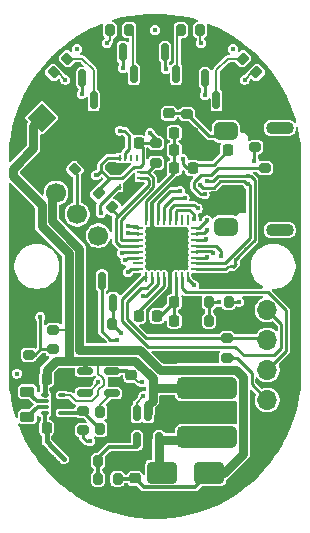
<source format=gbr>
%TF.GenerationSoftware,KiCad,Pcbnew,9.0.5*%
%TF.CreationDate,2025-11-12T12:14:19+01:00*%
%TF.ProjectId,Control board,436f6e74-726f-46c2-9062-6f6172642e6b,rev?*%
%TF.SameCoordinates,Original*%
%TF.FileFunction,Copper,L4,Bot*%
%TF.FilePolarity,Positive*%
%FSLAX46Y46*%
G04 Gerber Fmt 4.6, Leading zero omitted, Abs format (unit mm)*
G04 Created by KiCad (PCBNEW 9.0.5) date 2025-11-12 12:14:19*
%MOMM*%
%LPD*%
G01*
G04 APERTURE LIST*
G04 Aperture macros list*
%AMRoundRect*
0 Rectangle with rounded corners*
0 $1 Rounding radius*
0 $2 $3 $4 $5 $6 $7 $8 $9 X,Y pos of 4 corners*
0 Add a 4 corners polygon primitive as box body*
4,1,4,$2,$3,$4,$5,$6,$7,$8,$9,$2,$3,0*
0 Add four circle primitives for the rounded corners*
1,1,$1+$1,$2,$3*
1,1,$1+$1,$4,$5*
1,1,$1+$1,$6,$7*
1,1,$1+$1,$8,$9*
0 Add four rect primitives between the rounded corners*
20,1,$1+$1,$2,$3,$4,$5,0*
20,1,$1+$1,$4,$5,$6,$7,0*
20,1,$1+$1,$6,$7,$8,$9,0*
20,1,$1+$1,$8,$9,$2,$3,0*%
%AMHorizOval*
0 Thick line with rounded ends*
0 $1 width*
0 $2 $3 position (X,Y) of the first rounded end (center of the circle)*
0 $4 $5 position (X,Y) of the second rounded end (center of the circle)*
0 Add line between two ends*
20,1,$1,$2,$3,$4,$5,0*
0 Add two circle primitives to create the rounded ends*
1,1,$1,$2,$3*
1,1,$1,$4,$5*%
%AMRotRect*
0 Rectangle, with rotation*
0 The origin of the aperture is its center*
0 $1 length*
0 $2 width*
0 $3 Rotation angle, in degrees counterclockwise*
0 Add horizontal line*
21,1,$1,$2,0,0,$3*%
G04 Aperture macros list end*
%TA.AperFunction,ComponentPad*%
%ADD10RoundRect,0.400000X0.750000X-0.100000X0.750000X0.100000X-0.750000X0.100000X-0.750000X-0.100000X0*%
%TD*%
%TA.AperFunction,ComponentPad*%
%ADD11RoundRect,0.450000X0.550000X-0.320000X0.550000X0.320000X-0.550000X0.320000X-0.550000X-0.320000X0*%
%TD*%
%TA.AperFunction,SMDPad,CuDef*%
%ADD12RoundRect,0.200000X-0.200000X-0.275000X0.200000X-0.275000X0.200000X0.275000X-0.200000X0.275000X0*%
%TD*%
%TA.AperFunction,SMDPad,CuDef*%
%ADD13RoundRect,0.200000X0.275000X-0.200000X0.275000X0.200000X-0.275000X0.200000X-0.275000X-0.200000X0*%
%TD*%
%TA.AperFunction,SMDPad,CuDef*%
%ADD14RoundRect,0.200000X-0.275000X0.200000X-0.275000X-0.200000X0.275000X-0.200000X0.275000X0.200000X0*%
%TD*%
%TA.AperFunction,SMDPad,CuDef*%
%ADD15RoundRect,0.150000X-0.150000X0.587500X-0.150000X-0.587500X0.150000X-0.587500X0.150000X0.587500X0*%
%TD*%
%TA.AperFunction,SMDPad,CuDef*%
%ADD16RoundRect,0.150000X0.150000X-0.512500X0.150000X0.512500X-0.150000X0.512500X-0.150000X-0.512500X0*%
%TD*%
%TA.AperFunction,SMDPad,CuDef*%
%ADD17RoundRect,0.225000X-0.225000X-0.250000X0.225000X-0.250000X0.225000X0.250000X-0.225000X0.250000X0*%
%TD*%
%TA.AperFunction,SMDPad,CuDef*%
%ADD18RoundRect,0.250000X1.000000X0.650000X-1.000000X0.650000X-1.000000X-0.650000X1.000000X-0.650000X0*%
%TD*%
%TA.AperFunction,SMDPad,CuDef*%
%ADD19RoundRect,0.225000X0.225000X0.250000X-0.225000X0.250000X-0.225000X-0.250000X0.225000X-0.250000X0*%
%TD*%
%TA.AperFunction,ComponentPad*%
%ADD20RotRect,1.700000X1.700000X225.000000*%
%TD*%
%TA.AperFunction,ComponentPad*%
%ADD21HorizOval,1.700000X0.000000X0.000000X0.000000X0.000000X0*%
%TD*%
%TA.AperFunction,SMDPad,CuDef*%
%ADD22RoundRect,0.225000X0.250000X-0.225000X0.250000X0.225000X-0.250000X0.225000X-0.250000X-0.225000X0*%
%TD*%
%TA.AperFunction,SMDPad,CuDef*%
%ADD23R,0.250000X0.475000*%
%TD*%
%TA.AperFunction,SMDPad,CuDef*%
%ADD24R,0.475000X0.250000*%
%TD*%
%TA.AperFunction,SMDPad,CuDef*%
%ADD25RoundRect,0.200000X-0.053033X0.335876X-0.335876X0.053033X0.053033X-0.335876X0.335876X-0.053033X0*%
%TD*%
%TA.AperFunction,SMDPad,CuDef*%
%ADD26RoundRect,0.200000X-0.335876X-0.053033X-0.053033X-0.335876X0.335876X0.053033X0.053033X0.335876X0*%
%TD*%
%TA.AperFunction,SMDPad,CuDef*%
%ADD27RoundRect,0.050000X-0.285000X-0.100000X0.285000X-0.100000X0.285000X0.100000X-0.285000X0.100000X0*%
%TD*%
%TA.AperFunction,SMDPad,CuDef*%
%ADD28RoundRect,0.200000X0.335876X0.053033X0.053033X0.335876X-0.335876X-0.053033X-0.053033X-0.335876X0*%
%TD*%
%TA.AperFunction,SMDPad,CuDef*%
%ADD29RoundRect,0.150000X0.150000X-0.587500X0.150000X0.587500X-0.150000X0.587500X-0.150000X-0.587500X0*%
%TD*%
%TA.AperFunction,SMDPad,CuDef*%
%ADD30RoundRect,0.200000X0.200000X0.275000X-0.200000X0.275000X-0.200000X-0.275000X0.200000X-0.275000X0*%
%TD*%
%TA.AperFunction,SMDPad,CuDef*%
%ADD31RoundRect,0.062500X-0.375000X-0.062500X0.375000X-0.062500X0.375000X0.062500X-0.375000X0.062500X0*%
%TD*%
%TA.AperFunction,SMDPad,CuDef*%
%ADD32RoundRect,0.062500X-0.062500X-0.375000X0.062500X-0.375000X0.062500X0.375000X-0.062500X0.375000X0*%
%TD*%
%TA.AperFunction,HeatsinkPad*%
%ADD33R,3.450000X3.450000*%
%TD*%
%TA.AperFunction,SMDPad,CuDef*%
%ADD34RoundRect,0.200000X0.053033X-0.335876X0.335876X-0.053033X-0.053033X0.335876X-0.335876X0.053033X0*%
%TD*%
%TA.AperFunction,SMDPad,CuDef*%
%ADD35RoundRect,0.218750X-0.381250X0.218750X-0.381250X-0.218750X0.381250X-0.218750X0.381250X0.218750X0*%
%TD*%
%TA.AperFunction,ComponentPad*%
%ADD36R,1.700000X1.700000*%
%TD*%
%TA.AperFunction,ComponentPad*%
%ADD37O,1.700000X1.700000*%
%TD*%
%TA.AperFunction,SMDPad,CuDef*%
%ADD38RoundRect,0.225000X-0.250000X0.225000X-0.250000X-0.225000X0.250000X-0.225000X0.250000X0.225000X0*%
%TD*%
%TA.AperFunction,SMDPad,CuDef*%
%ADD39RoundRect,0.150000X-0.512500X-0.150000X0.512500X-0.150000X0.512500X0.150000X-0.512500X0.150000X0*%
%TD*%
%TA.AperFunction,SMDPad,CuDef*%
%ADD40RoundRect,0.475000X-2.075000X0.475000X-2.075000X-0.475000X2.075000X-0.475000X2.075000X0.475000X0*%
%TD*%
%TA.AperFunction,ViaPad*%
%ADD41C,0.450000*%
%TD*%
%TA.AperFunction,ViaPad*%
%ADD42C,0.800000*%
%TD*%
%TA.AperFunction,Conductor*%
%ADD43C,0.250000*%
%TD*%
%TA.AperFunction,Conductor*%
%ADD44C,0.750000*%
%TD*%
%TA.AperFunction,Conductor*%
%ADD45C,0.400000*%
%TD*%
%TA.AperFunction,Conductor*%
%ADD46C,0.300000*%
%TD*%
%TA.AperFunction,Conductor*%
%ADD47C,0.200000*%
%TD*%
G04 APERTURE END LIST*
D10*
%TO.P,J1,S1,SHIELD*%
%TO.N,Net-(J1-SHIELD)*%
X60550000Y-46920000D03*
D11*
X55999999Y-46650000D03*
X55999999Y-38550000D03*
D10*
X60550000Y-38280000D03*
%TD*%
D12*
%TO.P,R11,1*%
%TO.N,Net-(U4-FB)*%
X45175000Y-66475000D03*
%TO.P,R11,2*%
%TO.N,GND*%
X46825000Y-66475000D03*
%TD*%
D13*
%TO.P,R1,1*%
%TO.N,+3.3V*%
X56100000Y-57725000D03*
%TO.P,R1,2*%
%TO.N,SWCLK*%
X56100000Y-56075000D03*
%TD*%
D14*
%TO.P,R15,1*%
%TO.N,GND*%
X58500000Y-38250000D03*
%TO.P,R15,2*%
%TO.N,Net-(J1-CC2)*%
X58500000Y-39900000D03*
%TD*%
D15*
%TO.P,Q5,1,G*%
%TO.N,LED4*%
X54250000Y-34062500D03*
%TO.P,Q5,2,S*%
%TO.N,GND*%
X56150000Y-34062500D03*
%TO.P,Q5,3,D*%
%TO.N,Net-(Q5-D)*%
X55200000Y-35937501D03*
%TD*%
D16*
%TO.P,U4,1,SW*%
%TO.N,Net-(D1-A)*%
X50349999Y-64712500D03*
%TO.P,U4,2,GND*%
%TO.N,GND*%
X49400000Y-64712500D03*
%TO.P,U4,3,FB*%
%TO.N,Net-(U4-FB)*%
X48450001Y-64712500D03*
%TO.P,U4,4,EN*%
%TO.N,PWREN*%
X48450001Y-62437500D03*
%TO.P,U4,5,VIN*%
%TO.N,+BATT*%
X49400000Y-62437500D03*
%TO.P,U4,6,FREQ*%
%TO.N,GND*%
X50349999Y-62437500D03*
%TD*%
D17*
%TO.P,C5,1*%
%TO.N,+3.3VA*%
X51625000Y-40175000D03*
%TO.P,C5,2*%
%TO.N,GND*%
X53175000Y-40175000D03*
%TD*%
D18*
%TO.P,D1,1,K*%
%TO.N,+10V*%
X54600000Y-67475000D03*
%TO.P,D1,2,A*%
%TO.N,Net-(D1-A)*%
X50600000Y-67475000D03*
%TD*%
D19*
%TO.P,C4,1*%
%TO.N,GND*%
X53175000Y-54600000D03*
%TO.P,C4,2*%
%TO.N,Net-(U3-VDDCORE)*%
X51625000Y-54600000D03*
%TD*%
D20*
%TO.P,J3,1,Pin_1*%
%TO.N,GND*%
X39812994Y-42000000D03*
D21*
%TO.P,J3,2,Pin_2*%
%TO.N,+10V*%
X41609045Y-43796051D03*
%TO.P,J3,3,Pin_3*%
%TO.N,Tx*%
X43405096Y-45592102D03*
%TO.P,J3,4,Pin_4*%
%TO.N,Rx*%
X45201148Y-47388154D03*
%TD*%
D15*
%TO.P,Q2,1,G*%
%TO.N,LED1*%
X43850000Y-34062500D03*
%TO.P,Q2,2,S*%
%TO.N,GND*%
X45750000Y-34062500D03*
%TO.P,Q2,3,D*%
%TO.N,Net-(Q2-D)*%
X44800000Y-35937501D03*
%TD*%
D13*
%TO.P,R16,1*%
%TO.N,GND*%
X59300000Y-43300000D03*
%TO.P,R16,2*%
%TO.N,Net-(J1-CC1)*%
X59300000Y-41650000D03*
%TD*%
D19*
%TO.P,C6,1*%
%TO.N,+3.3V*%
X56175000Y-40175000D03*
%TO.P,C6,2*%
%TO.N,GND*%
X54625000Y-40175000D03*
%TD*%
%TO.P,C3,1*%
%TO.N,GND*%
X53175000Y-53000000D03*
%TO.P,C3,2*%
%TO.N,Net-(U3-VDDCORE)*%
X51625000Y-53000000D03*
%TD*%
D12*
%TO.P,R5,1*%
%TO.N,Net-(U1-PROG)*%
X45375000Y-62300000D03*
%TO.P,R5,2*%
%TO.N,GND*%
X47025000Y-62300000D03*
%TD*%
D13*
%TO.P,R14,1*%
%TO.N,Net-(J1-SHIELD)*%
X52700000Y-37100000D03*
%TO.P,R14,2*%
%TO.N,GND*%
X52700000Y-35450000D03*
%TD*%
D14*
%TO.P,R9,1*%
%TO.N,Net-(U3-PA06)*%
X39300000Y-57475000D03*
%TO.P,R9,2*%
%TO.N,GND*%
X39300000Y-59125000D03*
%TD*%
D19*
%TO.P,L3,1,1*%
%TO.N,+3.3V*%
X53175000Y-41675000D03*
%TO.P,L3,2,2*%
%TO.N,+3.3VA*%
X51625000Y-41675000D03*
%TD*%
D15*
%TO.P,Q4,1,G*%
%TO.N,LED3*%
X50850000Y-31862500D03*
%TO.P,Q4,2,S*%
%TO.N,GND*%
X52750000Y-31862500D03*
%TO.P,Q4,3,D*%
%TO.N,Net-(Q4-D)*%
X51800000Y-33737501D03*
%TD*%
D14*
%TO.P,R3,1*%
%TO.N,+3.3V*%
X50100000Y-39575000D03*
%TO.P,R3,2*%
%TO.N,SCL*%
X50100000Y-41225000D03*
%TD*%
D22*
%TO.P,C9,1*%
%TO.N,+10V*%
X48300000Y-67950000D03*
%TO.P,C9,2*%
%TO.N,GND*%
X48300000Y-66400000D03*
%TD*%
D23*
%TO.P,U5,1,SA0*%
%TO.N,GND*%
X48500001Y-43300000D03*
%TO.P,U5,2,SDx*%
X48000000Y-43300000D03*
%TO.P,U5,3,SCx*%
X47500000Y-43300000D03*
%TO.P,U5,4,INT1*%
%TO.N,IO1*%
X46999999Y-43300000D03*
D24*
%TO.P,U5,5,VDDIO*%
%TO.N,+3.3V*%
X46750000Y-42550000D03*
%TO.P,U5,6,GND*%
%TO.N,GND*%
X46750000Y-42050000D03*
%TO.P,U5,7,GND*%
X46750000Y-41550000D03*
D23*
%TO.P,U5,8,VDD*%
%TO.N,+3.3V*%
X46999999Y-40800000D03*
%TO.P,U5,9,INT2*%
%TO.N,IO2*%
X47500000Y-40800000D03*
%TO.P,U5,10,OSC_Aux*%
%TO.N,unconnected-(U5-OSC_Aux-Pad10)*%
X48000000Y-40800000D03*
%TO.P,U5,11,SDO_Aux*%
%TO.N,unconnected-(U5-SDO_Aux-Pad11)*%
X48500001Y-40800000D03*
D24*
%TO.P,U5,12,CS*%
%TO.N,+3.3V*%
X48750000Y-41550000D03*
%TO.P,U5,13,SCL*%
%TO.N,SCL*%
X48750000Y-42050000D03*
%TO.P,U5,14,SDA*%
%TO.N,SDA*%
X48750000Y-42550000D03*
%TD*%
D25*
%TO.P,R4,1*%
%TO.N,GND*%
X44383363Y-40616637D03*
%TO.P,R4,2*%
%TO.N,Tx*%
X43216637Y-41783363D03*
%TD*%
D26*
%TO.P,R2,1*%
%TO.N,+3.3V*%
X45216637Y-43816637D03*
%TO.P,R2,2*%
%TO.N,SDA*%
X46383363Y-44983363D03*
%TD*%
D17*
%TO.P,C2,1*%
%TO.N,+BATT*%
X40825000Y-59537500D03*
%TO.P,C2,2*%
%TO.N,GND*%
X42375000Y-59537500D03*
%TD*%
%TO.P,C7,1*%
%TO.N,+3.3V*%
X40825000Y-63675000D03*
%TO.P,C7,2*%
%TO.N,GND*%
X42375000Y-63675000D03*
%TD*%
D27*
%TO.P,U2,1,VOUT*%
%TO.N,+3.3V*%
X40660000Y-62387500D03*
%TO.P,U2,2,LX2*%
%TO.N,Net-(U2-LX2)*%
X40660000Y-61887500D03*
%TO.P,U2,3,LX1*%
%TO.N,Net-(U2-LX1)*%
X40660000Y-61387500D03*
%TO.P,U2,4,VIN*%
%TO.N,+BATT*%
X40660000Y-60887500D03*
%TO.P,U2,5,EN*%
X42140000Y-60887500D03*
%TO.P,U2,6,MODE*%
%TO.N,GND*%
X42140000Y-61387500D03*
%TO.P,U2,7,GND*%
X42140000Y-61887500D03*
%TO.P,U2,8,FB*%
%TO.N,Net-(U2-FB)*%
X42140000Y-62387500D03*
%TD*%
D28*
%TO.P,R20,1*%
%TO.N,Net-(D5-K)*%
X58583363Y-33583363D03*
%TO.P,R20,2*%
%TO.N,Net-(Q5-D)*%
X57416637Y-32416637D03*
%TD*%
D29*
%TO.P,Q1,1,G*%
%TO.N,PWREN*%
X46450000Y-53075001D03*
%TO.P,Q1,2,S*%
%TO.N,GND*%
X44550000Y-53075001D03*
%TO.P,Q1,3,D*%
%TO.N,Net-(Q1-D)*%
X45500000Y-51200000D03*
%TD*%
D12*
%TO.P,R18,1*%
%TO.N,Net-(D3-K)*%
X46175000Y-30000000D03*
%TO.P,R18,2*%
%TO.N,Net-(Q3-D)*%
X47825000Y-30000000D03*
%TD*%
D17*
%TO.P,C10,1*%
%TO.N,GND*%
X47075000Y-39550000D03*
%TO.P,C10,2*%
%TO.N,+3.3V*%
X48625000Y-39550000D03*
%TD*%
D22*
%TO.P,C11,1*%
%TO.N,Net-(J1-SHIELD)*%
X51200000Y-37050000D03*
%TO.P,C11,2*%
%TO.N,GND*%
X51200000Y-35500000D03*
%TD*%
D17*
%TO.P,C8,1*%
%TO.N,+3.3VA*%
X51625000Y-38675000D03*
%TO.P,C8,2*%
%TO.N,GND*%
X53175000Y-38675000D03*
%TD*%
D12*
%TO.P,R13,1*%
%TO.N,VBUS_S*%
X54575000Y-54600000D03*
%TO.P,R13,2*%
%TO.N,GND*%
X56225000Y-54600000D03*
%TD*%
D30*
%TO.P,R10,1*%
%TO.N,+10V*%
X46825000Y-67975000D03*
%TO.P,R10,2*%
%TO.N,Net-(U4-FB)*%
X45175000Y-67975000D03*
%TD*%
%TO.P,R12,1*%
%TO.N,VBUS*%
X56225000Y-53000000D03*
%TO.P,R12,2*%
%TO.N,VBUS_S*%
X54575000Y-53000000D03*
%TD*%
%TO.P,R21,1*%
%TO.N,PWREN*%
X46325000Y-54837501D03*
%TO.P,R21,2*%
%TO.N,GND*%
X44675000Y-54837501D03*
%TD*%
D20*
%TO.P,BT1,1,+*%
%TO.N,+BATT*%
X40400000Y-37400000D03*
D21*
%TO.P,BT1,2,-*%
%TO.N,GND*%
X42196051Y-39196051D03*
%TD*%
D19*
%TO.P,L1,1,1*%
%TO.N,Net-(U3-VDDCORE)*%
X50175000Y-54200000D03*
%TO.P,L1,2,2*%
%TO.N,Net-(U3-VSW)*%
X48625000Y-54200000D03*
%TD*%
D13*
%TO.P,R6,1*%
%TO.N,+3.3V*%
X43900000Y-63862499D03*
%TO.P,R6,2*%
%TO.N,Net-(U2-FB)*%
X43900000Y-62212499D03*
%TD*%
D31*
%TO.P,U3,1,PA00*%
%TO.N,CE*%
X48562500Y-50250000D03*
%TO.P,U3,2,PA01*%
%TO.N,unconnected-(U3-PA01-Pad2)*%
X48562500Y-49750000D03*
%TO.P,U3,3,PA02*%
%TO.N,AX*%
X48562500Y-49250000D03*
%TO.P,U3,4,PA03*%
%TO.N,AY*%
X48562500Y-48750000D03*
%TO.P,U3,5,PA04*%
%TO.N,SDA*%
X48562500Y-48250000D03*
%TO.P,U3,6,PA05*%
%TO.N,SCL*%
X48562500Y-47750000D03*
%TO.P,U3,7,PA06*%
%TO.N,Net-(U3-PA06)*%
X48562500Y-47250000D03*
%TO.P,U3,8,PA07*%
%TO.N,VBUS_S*%
X48562500Y-46750000D03*
D32*
%TO.P,U3,9,VDDANA*%
%TO.N,+3.3VA*%
X49250000Y-46062500D03*
%TO.P,U3,10,GND*%
%TO.N,GND*%
X49750000Y-46062500D03*
%TO.P,U3,11,PA08*%
%TO.N,LED1*%
X50250000Y-46062500D03*
%TO.P,U3,12,PA09*%
%TO.N,LED2*%
X50750000Y-46062500D03*
%TO.P,U3,13,PA10*%
%TO.N,LED3*%
X51250000Y-46062500D03*
%TO.P,U3,14,PA11*%
%TO.N,LED4*%
X51750000Y-46062500D03*
%TO.P,U3,15,PA14*%
%TO.N,unconnected-(U3-PA14-Pad15)*%
X52250000Y-46062500D03*
%TO.P,U3,16,PA15*%
%TO.N,unconnected-(U3-PA15-Pad16)*%
X52750000Y-46062500D03*
D31*
%TO.P,U3,17,PA16*%
%TO.N,Tx*%
X53437500Y-46750000D03*
%TO.P,U3,18,PA17*%
%TO.N,Rx*%
X53437500Y-47250000D03*
%TO.P,U3,19,PA18*%
%TO.N,IO1*%
X53437500Y-47750000D03*
%TO.P,U3,20,PA19*%
%TO.N,IO2*%
X53437500Y-48250000D03*
%TO.P,U3,21,PA22*%
%TO.N,BTN1*%
X53437500Y-48750000D03*
%TO.P,U3,22,PA23*%
%TO.N,BTN2*%
X53437500Y-49250000D03*
%TO.P,U3,23,PA24*%
%TO.N,USB_D-*%
X53437500Y-49750000D03*
%TO.P,U3,24,PA25*%
%TO.N,USB_D+*%
X53437500Y-50250000D03*
D32*
%TO.P,U3,25,PA27*%
%TO.N,PWREN*%
X52750000Y-50937500D03*
%TO.P,U3,26,~{RESET}*%
%TO.N,~{RESET}*%
X52250000Y-50937500D03*
%TO.P,U3,27,VDDCORE*%
%TO.N,Net-(U3-VDDCORE)*%
X51750000Y-50937500D03*
%TO.P,U3,28,GND*%
%TO.N,GND*%
X51250000Y-50937500D03*
%TO.P,U3,29,VSW*%
%TO.N,Net-(U3-VSW)*%
X50750000Y-50937500D03*
%TO.P,U3,30,VDDIN*%
%TO.N,+3.3V*%
X50250000Y-50937500D03*
%TO.P,U3,31,PA30*%
%TO.N,SWCLK*%
X49750000Y-50937500D03*
%TO.P,U3,32,PA31*%
%TO.N,SWDIO*%
X49250000Y-50937500D03*
D33*
%TO.P,U3,33,GND*%
%TO.N,GND*%
X51000000Y-48500000D03*
%TD*%
D15*
%TO.P,Q3,1,G*%
%TO.N,LED2*%
X47250000Y-31862500D03*
%TO.P,Q3,2,S*%
%TO.N,GND*%
X49150000Y-31862500D03*
%TO.P,Q3,3,D*%
%TO.N,Net-(Q3-D)*%
X48200000Y-33737501D03*
%TD*%
D34*
%TO.P,R17,1*%
%TO.N,Net-(D2-K)*%
X41416637Y-33583363D03*
%TO.P,R17,2*%
%TO.N,Net-(Q2-D)*%
X42583363Y-32416637D03*
%TD*%
D30*
%TO.P,R19,1*%
%TO.N,Net-(D4-K)*%
X53825000Y-30000000D03*
%TO.P,R19,2*%
%TO.N,Net-(Q4-D)*%
X52175000Y-30000000D03*
%TD*%
D35*
%TO.P,L2,1,1*%
%TO.N,Net-(U2-LX1)*%
X39200000Y-60612500D03*
%TO.P,L2,2,2*%
%TO.N,Net-(U2-LX2)*%
X39200000Y-62737500D03*
%TD*%
D36*
%TO.P,J2,1,Pin_1*%
%TO.N,GND*%
X59500000Y-63854999D03*
D37*
%TO.P,J2,2,Pin_2*%
%TO.N,+3.3V*%
X59500000Y-61314999D03*
%TO.P,J2,3,Pin_3*%
%TO.N,~{RESET}*%
X59500000Y-58775000D03*
%TO.P,J2,4,Pin_4*%
%TO.N,SWCLK*%
X59500000Y-56234999D03*
%TO.P,J2,5,Pin_5*%
%TO.N,SWDIO*%
X59500000Y-53694999D03*
%TD*%
D38*
%TO.P,C1,1*%
%TO.N,VBUS*%
X48000000Y-59200000D03*
%TO.P,C1,2*%
%TO.N,GND*%
X48000000Y-60750000D03*
%TD*%
D39*
%TO.P,U1,1,CE*%
%TO.N,CE*%
X44062500Y-60749999D03*
%TO.P,U1,2,V_{SS}*%
%TO.N,GND*%
X44062500Y-59800000D03*
%TO.P,U1,3,V_{BAT}*%
%TO.N,+BATT*%
X44062500Y-58850001D03*
%TO.P,U1,4,V_{DD}*%
%TO.N,VBUS*%
X46337500Y-58850001D03*
%TO.P,U1,5,PROG*%
%TO.N,Net-(U1-PROG)*%
X46337500Y-60749999D03*
%TD*%
D12*
%TO.P,R7,1*%
%TO.N,Net-(U2-FB)*%
X45375000Y-63775000D03*
%TO.P,R7,2*%
%TO.N,GND*%
X47025000Y-63775000D03*
%TD*%
D14*
%TO.P,R8,1*%
%TO.N,+BATT*%
X41400000Y-55375000D03*
%TO.P,R8,2*%
%TO.N,Net-(U3-PA06)*%
X41400000Y-57025000D03*
%TD*%
D40*
%TO.P,L4,1,1*%
%TO.N,+BATT*%
X54400000Y-60275000D03*
%TO.P,L4,2,2*%
%TO.N,Net-(D1-A)*%
X54400000Y-64475000D03*
%TD*%
D41*
%TO.N,LED1*%
X52100000Y-43600000D03*
X43800000Y-35400000D03*
%TO.N,BTN1*%
X54925676Y-48861926D03*
%TO.N,+3.3V*%
X41800000Y-65800000D03*
X49600000Y-38700000D03*
X40825000Y-64825000D03*
X44500000Y-64800000D03*
X42300000Y-66300000D03*
X43400000Y-31600000D03*
X45000000Y-42300000D03*
X49000000Y-52500000D03*
X38300000Y-59073294D03*
X50000000Y-30000000D03*
X41300000Y-65300000D03*
X52333822Y-40875000D03*
X56600000Y-31600000D03*
D42*
%TO.N,GND*%
X43500000Y-67500000D03*
X50000000Y-37000000D03*
X61500000Y-41100000D03*
D41*
X47250000Y-44350000D03*
D42*
X51000000Y-70000000D03*
X52400000Y-62400000D03*
X51500000Y-57600000D03*
D41*
X46300000Y-49700000D03*
X44500000Y-51100000D03*
D42*
X40500000Y-34500000D03*
X45000000Y-32000000D03*
D41*
X57300000Y-54900000D03*
X51200000Y-52000000D03*
D42*
X43500000Y-65500000D03*
X45000000Y-39500000D03*
D41*
X51778439Y-43064065D03*
D42*
X56400000Y-62400000D03*
X54400000Y-62400000D03*
D41*
X50400000Y-53000000D03*
D42*
X39000000Y-55000000D03*
D41*
X52300000Y-42600000D03*
D42*
X50000000Y-70000000D03*
X55000000Y-51500000D03*
D41*
X46050000Y-41650000D03*
D42*
X59500000Y-36500000D03*
X54200000Y-57600000D03*
X43500000Y-66500000D03*
X55400000Y-62400000D03*
X49000000Y-70000000D03*
X55000000Y-32000000D03*
D41*
X50200000Y-55300000D03*
D42*
X53400000Y-62400000D03*
X39000000Y-53000000D03*
D41*
%TO.N,+BATT*%
X45200000Y-58000000D03*
%TO.N,BTN2*%
X54400000Y-49200000D03*
%TO.N,Net-(D2-K)*%
X42400000Y-34200000D03*
%TO.N,LED2*%
X52500000Y-44200000D03*
X47300000Y-33200000D03*
%TO.N,Net-(D3-K)*%
X45900000Y-31100000D03*
%TO.N,+10V*%
X41300000Y-46200000D03*
%TO.N,Net-(D4-K)*%
X53900000Y-31100000D03*
%TO.N,Net-(D5-K)*%
X57600000Y-34200000D03*
%TO.N,VBUS*%
X48900000Y-59800000D03*
X57100000Y-53000000D03*
%TO.N,LED3*%
X50900000Y-33300000D03*
X53600000Y-45100000D03*
%TO.N,LED4*%
X54200000Y-35500000D03*
X53300000Y-46000000D03*
%TO.N,USB_D+*%
X54381602Y-42802288D03*
X57900000Y-42375000D03*
%TO.N,USB_D-*%
X57900000Y-43025003D03*
X53835855Y-43106901D03*
%TO.N,Rx*%
X54402750Y-46900000D03*
%TO.N,Tx*%
X54400000Y-46100000D03*
%TO.N,Net-(J1-CC2)*%
X58400000Y-41100000D03*
%TO.N,Net-(J1-CC1)*%
X54200000Y-43900000D03*
%TO.N,PWREN*%
X49000000Y-61000000D03*
X53300000Y-51600000D03*
X47100000Y-55600000D03*
%TO.N,VBUS_S*%
X55400000Y-53000000D03*
X47700000Y-46574997D03*
%TO.N,Net-(U3-PA06)*%
X40300000Y-54300000D03*
X47700000Y-47200000D03*
%TO.N,AY*%
X47200000Y-48900000D03*
%TO.N,AX*%
X47500000Y-49500000D03*
%TO.N,CE*%
X45200000Y-59800000D03*
X47700000Y-50500000D03*
%TO.N,IO2*%
X47000000Y-38500000D03*
X55600000Y-49100000D03*
%TO.N,IO1*%
X54300000Y-47700000D03*
X45400000Y-45500000D03*
%TO.N,Net-(Q1-D)*%
X46800000Y-56200000D03*
%TD*%
D43*
%TO.N,Net-(J1-SHIELD)*%
X52650000Y-37050000D02*
X52700000Y-37100000D01*
X54550000Y-38950000D02*
X52700000Y-37100000D01*
X51200000Y-37050000D02*
X52650000Y-37050000D01*
X55999999Y-38950000D02*
X54550000Y-38950000D01*
%TO.N,~{RESET}*%
X61100000Y-53700000D02*
X61100000Y-57175000D01*
X61100000Y-57175000D02*
X59500000Y-58775000D01*
X59600000Y-52200000D02*
X61100000Y-53700000D01*
X52600000Y-52200000D02*
X59600000Y-52200000D01*
X52250000Y-50937500D02*
X52250000Y-51850000D01*
X52250000Y-51850000D02*
X52600000Y-52200000D01*
%TO.N,Net-(U3-VDDCORE)*%
X51750000Y-50937500D02*
X51750000Y-52875000D01*
X50175000Y-54200000D02*
X50425000Y-54200000D01*
X51625000Y-53000000D02*
X51625000Y-54600000D01*
X50425000Y-54200000D02*
X51625000Y-53000000D01*
X51750000Y-52875000D02*
X51625000Y-53000000D01*
%TO.N,LED1*%
X51300000Y-43600000D02*
X50250000Y-44650000D01*
X43850000Y-35350000D02*
X43800000Y-35400000D01*
X43850000Y-34062500D02*
X43850000Y-35350000D01*
X52100000Y-43600000D02*
X51300000Y-43600000D01*
X50250000Y-44650000D02*
X50250000Y-46062500D01*
D44*
%TO.N,Net-(D1-A)*%
X54162500Y-64712500D02*
X54400000Y-64475000D01*
X50349999Y-67224999D02*
X50600000Y-67475000D01*
X50349999Y-64712500D02*
X50349999Y-67224999D01*
X50349999Y-64712500D02*
X54162500Y-64712500D01*
D43*
%TO.N,BTN1*%
X54737750Y-48674000D02*
X53513500Y-48674000D01*
X53513500Y-48674000D02*
X53437500Y-48750000D01*
X54925676Y-48861926D02*
X54737750Y-48674000D01*
%TO.N,+3.3V*%
X46100000Y-42550000D02*
X46150000Y-42550000D01*
X48650000Y-39575000D02*
X48625000Y-39550000D01*
D45*
X41800000Y-65800000D02*
X42300000Y-66300000D01*
D43*
X46750000Y-42550000D02*
X47237500Y-42550000D01*
X48951001Y-41348999D02*
X48750000Y-41550000D01*
X44500000Y-64800000D02*
X44200000Y-64800000D01*
X50100000Y-39575000D02*
X48650000Y-39575000D01*
X43900000Y-64500000D02*
X43900000Y-63862499D01*
X50250000Y-51495966D02*
X49245966Y-52500000D01*
D45*
X40825000Y-63675000D02*
X40825000Y-64825000D01*
D46*
X40660000Y-62387500D02*
X40660000Y-63510000D01*
D43*
X46999999Y-40800000D02*
X46000000Y-40800000D01*
X53175000Y-41675000D02*
X53452000Y-41398000D01*
X45050000Y-42300000D02*
X45000000Y-42300000D01*
X46150000Y-42550000D02*
X46750000Y-42550000D01*
X48625000Y-39550000D02*
X48951001Y-39876001D01*
X45450000Y-41900000D02*
X45050000Y-42300000D01*
X50100000Y-39200000D02*
X49600000Y-38700000D01*
X56500000Y-57625000D02*
X56600000Y-57725000D01*
X52700000Y-41675000D02*
X53175000Y-41675000D01*
X50250000Y-50937500D02*
X50250000Y-51495966D01*
X47237500Y-42550000D02*
X48237500Y-41550000D01*
X50100000Y-39575000D02*
X50100000Y-39200000D01*
D45*
X41300000Y-65300000D02*
X41800000Y-65800000D01*
D46*
X40660000Y-63510000D02*
X40825000Y-63675000D01*
D45*
X40825000Y-64825000D02*
X41300000Y-65300000D01*
D43*
X56900000Y-57725000D02*
X58177000Y-59002000D01*
X49245966Y-52500000D02*
X49000000Y-52500000D01*
X52333822Y-40875000D02*
X52400000Y-40941178D01*
X58177000Y-59991999D02*
X59500000Y-61314999D01*
X45450000Y-41900000D02*
X46100000Y-42550000D01*
X58177000Y-59002000D02*
X58177000Y-59991999D01*
X44200000Y-64800000D02*
X43900000Y-64500000D01*
X45450000Y-41350000D02*
X45450000Y-41900000D01*
X45066637Y-43633363D02*
X46150000Y-42550000D01*
X48237500Y-41550000D02*
X48750000Y-41550000D01*
X46000000Y-40800000D02*
X45450000Y-41350000D01*
X54952000Y-41398000D02*
X56175000Y-40175000D01*
X53452000Y-41398000D02*
X54952000Y-41398000D01*
X56600000Y-57725000D02*
X56900000Y-57725000D01*
X52400000Y-41375000D02*
X52700000Y-41675000D01*
X52400000Y-40941178D02*
X52400000Y-41375000D01*
X56100000Y-57725000D02*
X56200000Y-57625000D01*
X56200000Y-57625000D02*
X56500000Y-57625000D01*
X48951001Y-39876001D02*
X48951001Y-41348999D01*
%TO.N,GND*%
X53175000Y-38675000D02*
X53175000Y-40175000D01*
X53175000Y-40175000D02*
X54625000Y-40175000D01*
X49750000Y-44551300D02*
X49750000Y-46062500D01*
D47*
X51778439Y-43064065D02*
X51835935Y-43064065D01*
D43*
X51237235Y-43064065D02*
X49750000Y-44551300D01*
X51778439Y-43064065D02*
X51237235Y-43064065D01*
D47*
X51835935Y-43064065D02*
X52300000Y-42600000D01*
D44*
%TO.N,+BATT*%
X39700000Y-38100000D02*
X39700000Y-40000000D01*
D47*
X41400000Y-55375000D02*
X42675000Y-55375000D01*
D44*
X49800000Y-61364833D02*
X49400000Y-61764833D01*
X37976000Y-41976000D02*
X37977952Y-41977952D01*
X42700000Y-55400000D02*
X42700000Y-58000000D01*
X41600000Y-58000000D02*
X42400000Y-58000000D01*
D47*
X44700000Y-61400000D02*
X45200000Y-60900000D01*
D44*
X39700000Y-40000000D02*
X37976000Y-41724000D01*
X40400000Y-46600000D02*
X42700000Y-48900000D01*
D47*
X45200000Y-60900000D02*
X45200000Y-60508521D01*
X45200000Y-60508521D02*
X45701000Y-60007521D01*
X45701000Y-59592479D02*
X45504260Y-59395739D01*
D44*
X49400000Y-61764833D02*
X49400000Y-62437500D01*
D47*
X42800000Y-60900000D02*
X43300000Y-61400000D01*
D44*
X40825000Y-58775000D02*
X41600000Y-58000000D01*
X54400000Y-60275000D02*
X49925000Y-60275000D01*
X40400000Y-37400000D02*
X39700000Y-38100000D01*
D47*
X45701000Y-60007521D02*
X45701000Y-59592479D01*
D44*
X49800000Y-60400000D02*
X49800000Y-61364833D01*
D47*
X42140000Y-60887500D02*
X42152500Y-60900000D01*
D44*
X40825000Y-59537500D02*
X40825000Y-58775000D01*
D45*
X44062500Y-58000000D02*
X44062500Y-58825001D01*
D47*
X42152500Y-60900000D02*
X42800000Y-60900000D01*
D44*
X42400000Y-58000000D02*
X44062500Y-58000000D01*
X37977952Y-42377952D02*
X40400000Y-44800000D01*
X49925000Y-60275000D02*
X49800000Y-60400000D01*
D47*
X43300000Y-61400000D02*
X44700000Y-61400000D01*
D44*
X44062500Y-58000000D02*
X45200000Y-58000000D01*
D47*
X45200000Y-59100000D02*
X45500000Y-59400000D01*
D45*
X40825000Y-59537500D02*
X40660000Y-59702500D01*
X40660000Y-59702500D02*
X40660000Y-60887500D01*
D44*
X37976000Y-41724000D02*
X37976000Y-41976000D01*
X40400000Y-44800000D02*
X40400000Y-46600000D01*
X42700000Y-48900000D02*
X42700000Y-55400000D01*
X37977952Y-41977952D02*
X37977952Y-42377952D01*
X49800000Y-59456692D02*
X49800000Y-60400000D01*
X48343308Y-58000000D02*
X49800000Y-59456692D01*
X45200000Y-58000000D02*
X48343308Y-58000000D01*
D47*
X42675000Y-55375000D02*
X42700000Y-55400000D01*
X45200000Y-58000000D02*
X45200000Y-59100000D01*
D43*
%TO.N,+3.3VA*%
X49250000Y-44484200D02*
X51625000Y-42109200D01*
X51625000Y-42109200D02*
X51625000Y-41675000D01*
X51625000Y-40175000D02*
X51625000Y-41675000D01*
X51625000Y-38675000D02*
X51625000Y-40175000D01*
X49250000Y-46062500D02*
X49250000Y-44484200D01*
%TO.N,BTN2*%
X54350000Y-49250000D02*
X53437500Y-49250000D01*
X54400000Y-49200000D02*
X54350000Y-49250000D01*
D47*
%TO.N,Net-(D2-K)*%
X41783363Y-33583363D02*
X42400000Y-34200000D01*
X41416637Y-33583363D02*
X41783363Y-33583363D01*
D43*
%TO.N,LED2*%
X47250000Y-31862500D02*
X47250000Y-33150000D01*
X51500000Y-44200000D02*
X50750000Y-44950000D01*
X52500000Y-44200000D02*
X51500000Y-44200000D01*
X47250000Y-33150000D02*
X47300000Y-33200000D01*
X50750000Y-44950000D02*
X50750000Y-46062500D01*
D47*
%TO.N,Net-(D3-K)*%
X46175000Y-30825000D02*
X46175000Y-30000000D01*
X45900000Y-31100000D02*
X46175000Y-30825000D01*
D46*
%TO.N,+10V*%
X46825000Y-67975000D02*
X48275000Y-67975000D01*
D44*
X51902462Y-58800000D02*
X51903462Y-58799000D01*
X41300000Y-46200000D02*
X43600000Y-48500000D01*
X51903462Y-58799000D02*
X56896538Y-58799000D01*
X41609045Y-44009045D02*
X41609045Y-43796051D01*
X41300000Y-44318090D02*
X41609045Y-44009045D01*
X41300000Y-46200000D02*
X41300000Y-44318090D01*
D46*
X49026000Y-68676000D02*
X53399000Y-68676000D01*
D44*
X56896538Y-58799000D02*
X57476000Y-59378462D01*
X57476000Y-59378462D02*
X57476000Y-65849000D01*
X57476000Y-65849000D02*
X55850000Y-67475000D01*
D46*
X48275000Y-67975000D02*
X48300000Y-67950000D01*
D44*
X48716515Y-57099001D02*
X50417514Y-58800000D01*
X43600000Y-48500000D02*
X43600000Y-57099001D01*
D46*
X53399000Y-68676000D02*
X54600000Y-67475000D01*
D44*
X43600000Y-57099001D02*
X48716515Y-57099001D01*
X50417514Y-58800000D02*
X51902462Y-58800000D01*
X55850000Y-67475000D02*
X54600000Y-67475000D01*
D46*
X48300000Y-67950000D02*
X49026000Y-68676000D01*
D47*
%TO.N,Net-(D4-K)*%
X53900000Y-31100000D02*
X53825000Y-31025000D01*
X53825000Y-31025000D02*
X53825000Y-30000000D01*
%TO.N,Net-(D5-K)*%
X58216637Y-33583363D02*
X57600000Y-34200000D01*
X58583363Y-33583363D02*
X58216637Y-33583363D01*
D46*
%TO.N,VBUS*%
X46337500Y-58825001D02*
X47400000Y-58825001D01*
D47*
X48900000Y-59800000D02*
X48600000Y-59800000D01*
D46*
X47625001Y-58825001D02*
X48000000Y-59200000D01*
X47400000Y-58825001D02*
X47625001Y-58825001D01*
D43*
X57100000Y-53000000D02*
X56225000Y-53000000D01*
D47*
X48600000Y-59800000D02*
X48000000Y-59200000D01*
%TO.N,Net-(Q2-D)*%
X44800000Y-35937501D02*
X44800000Y-33400000D01*
X44800000Y-33400000D02*
X43816637Y-32416637D01*
X43816637Y-32416637D02*
X42583363Y-32416637D01*
%TO.N,Net-(Q3-D)*%
X48100000Y-30275000D02*
X47825000Y-30000000D01*
X48100000Y-33637501D02*
X48100000Y-30275000D01*
X48200000Y-33737501D02*
X48100000Y-33637501D01*
D43*
%TO.N,LED3*%
X51600988Y-44799012D02*
X51250000Y-45150000D01*
X53299012Y-44799012D02*
X51600988Y-44799012D01*
X50850000Y-31862500D02*
X50850000Y-33250000D01*
X53600000Y-45100000D02*
X53299012Y-44799012D01*
X51250000Y-45150000D02*
X51250000Y-46062500D01*
X50850000Y-33250000D02*
X50900000Y-33300000D01*
D47*
%TO.N,Net-(Q4-D)*%
X51800000Y-33737501D02*
X51900000Y-33637501D01*
X51900000Y-33637501D02*
X51900000Y-30275000D01*
X51900000Y-30275000D02*
X52175000Y-30000000D01*
D43*
%TO.N,LED4*%
X53300000Y-46000000D02*
X53300000Y-45600000D01*
X51750000Y-45350000D02*
X51750000Y-46062500D01*
X51899988Y-45200012D02*
X51750000Y-45350000D01*
X52900012Y-45200012D02*
X51899988Y-45200012D01*
X54250000Y-35450000D02*
X54200000Y-35500000D01*
X54250000Y-34062500D02*
X54250000Y-35450000D01*
X53300000Y-45600000D02*
X52900012Y-45200012D01*
D47*
%TO.N,Net-(Q5-D)*%
X55200000Y-35937501D02*
X55200000Y-33400000D01*
X55200000Y-33400000D02*
X56183363Y-32416637D01*
X56183363Y-32416637D02*
X57416637Y-32416637D01*
D43*
%TO.N,USB_D+*%
X57647725Y-48552275D02*
X58426000Y-47774000D01*
X56815433Y-49384564D02*
X57018612Y-49181387D01*
X58426000Y-47774000D02*
X58426000Y-42701000D01*
X54883178Y-42802288D02*
X54381602Y-42802288D01*
X53437500Y-50250000D02*
X55950000Y-50250000D01*
X55950000Y-50250000D02*
X56170084Y-50029916D01*
X58100000Y-42375000D02*
X55310466Y-42375000D01*
X57018612Y-49181387D02*
X57647725Y-48552275D01*
X58426000Y-42701000D02*
X58100000Y-42375000D01*
X56612256Y-50029916D02*
X56815433Y-49826738D01*
X55310466Y-42375000D02*
X54883178Y-42802288D01*
X56391170Y-50029916D02*
G75*
G03*
X56612256Y-50029916I110543J110544D01*
G01*
X56815433Y-49826738D02*
G75*
G03*
X56815428Y-49605657I-110533J110538D01*
G01*
X56170084Y-50029916D02*
G75*
G02*
X56391170Y-50029916I110543J-110544D01*
G01*
X56815433Y-49605651D02*
G75*
G02*
X56815425Y-49384557I110567J110551D01*
G01*
%TO.N,USB_D-*%
X54971712Y-43328288D02*
X55524000Y-42776000D01*
X57900000Y-43025003D02*
X58025000Y-43150003D01*
X55524000Y-42776000D02*
X57557123Y-42776000D01*
X53835855Y-43106901D02*
X54057242Y-43328288D01*
X54057242Y-43328288D02*
X54971712Y-43328288D01*
X58025000Y-47607900D02*
X55882900Y-49750000D01*
X57806126Y-43025003D02*
X57900000Y-43025003D01*
X58025000Y-43150003D02*
X58025000Y-47607900D01*
X57557123Y-42776000D02*
X57806126Y-43025003D01*
X55882900Y-49750000D02*
X53437500Y-49750000D01*
%TO.N,Rx*%
X53513500Y-47174000D02*
X53437500Y-47250000D01*
X54128750Y-47174000D02*
X53513500Y-47174000D01*
X54402750Y-46900000D02*
X54128750Y-47174000D01*
%TO.N,Tx*%
X54400000Y-46100000D02*
X53750000Y-46750000D01*
X53750000Y-46750000D02*
X53437500Y-46750000D01*
X43216637Y-41983363D02*
X43405096Y-42171822D01*
X43405096Y-42171822D02*
X43405096Y-45592102D01*
X43216637Y-41783363D02*
X43216637Y-41983363D01*
%TO.N,SWCLK*%
X47601000Y-52999000D02*
X47601000Y-54433900D01*
X49308156Y-51800000D02*
X48800000Y-51800000D01*
X47601000Y-54433900D02*
X49242100Y-56075000D01*
X49750000Y-50937500D02*
X49750000Y-51358156D01*
X48800000Y-51800000D02*
X47601000Y-52999000D01*
X49242100Y-56075000D02*
X56100000Y-56075000D01*
X59340001Y-56075000D02*
X59500000Y-56234999D01*
X49750000Y-51358156D02*
X49308156Y-51800000D01*
X56100000Y-56075000D02*
X59340001Y-56075000D01*
%TO.N,SWDIO*%
X60700000Y-54894999D02*
X60700000Y-56900000D01*
X47200000Y-52800000D02*
X49062500Y-50937500D01*
X56799709Y-56800000D02*
X49400000Y-56800000D01*
X49400000Y-56800000D02*
X47200000Y-54600000D01*
X60700000Y-56900000D02*
X60100000Y-57500000D01*
X59500000Y-53694999D02*
X60700000Y-54894999D01*
X47200000Y-54600000D02*
X47200000Y-52800000D01*
X60100000Y-57500000D02*
X57499709Y-57500000D01*
X49062500Y-50937500D02*
X49250000Y-50937500D01*
X57499709Y-57500000D02*
X56799709Y-56800000D01*
%TO.N,Net-(J1-CC2)*%
X58400000Y-40000000D02*
X58500000Y-39900000D01*
X58400000Y-41100000D02*
X58400000Y-40000000D01*
%TO.N,Net-(J1-CC1)*%
X54723712Y-42276288D02*
X53922591Y-42276288D01*
X59300000Y-41650000D02*
X55350000Y-41650000D01*
X53885077Y-43900000D02*
X54200000Y-43900000D01*
X53922591Y-42276288D02*
X53309855Y-42889024D01*
X53309855Y-42889024D02*
X53309855Y-43324778D01*
X53309855Y-43324778D02*
X53885077Y-43900000D01*
X55350000Y-41650000D02*
X54723712Y-42276288D01*
%TO.N,Net-(U3-VSW)*%
X50750000Y-50937500D02*
X50750000Y-51650000D01*
X50750000Y-51650000D02*
X48625000Y-53775000D01*
X48625000Y-53775000D02*
X48625000Y-54200000D01*
D46*
%TO.N,Net-(U2-LX2)*%
X40050000Y-61887500D02*
X39200000Y-62737500D01*
X40660000Y-61887500D02*
X40050000Y-61887500D01*
%TO.N,Net-(U2-LX1)*%
X40660000Y-61387500D02*
X39975000Y-61387500D01*
X39975000Y-61387500D02*
X39200000Y-60612500D01*
D43*
%TO.N,PWREN*%
X46325000Y-54837501D02*
X46337501Y-54837501D01*
D47*
X48450001Y-62437500D02*
X48450001Y-61549999D01*
D43*
X46337501Y-54837501D02*
X47100000Y-55600000D01*
X46450000Y-54712501D02*
X46450000Y-53075001D01*
D47*
X48450001Y-61549999D02*
X49000000Y-61000000D01*
D43*
X52750000Y-50937500D02*
X52750000Y-51050000D01*
X52750000Y-51050000D02*
X53300000Y-51600000D01*
X46325000Y-54837501D02*
X46450000Y-54712501D01*
%TO.N,VBUS_S*%
X47700000Y-46574997D02*
X48387497Y-46574997D01*
X54575000Y-53000000D02*
X54575000Y-54600000D01*
X48387497Y-46574997D02*
X48562500Y-46750000D01*
X55400000Y-53000000D02*
X54575000Y-53000000D01*
D46*
%TO.N,Net-(U2-FB)*%
X43724999Y-62387500D02*
X43900000Y-62212499D01*
X43900000Y-62212499D02*
X43900000Y-62300000D01*
X42140000Y-62387500D02*
X43724999Y-62387500D01*
X43900000Y-62300000D02*
X45375000Y-63775000D01*
D43*
%TO.N,Net-(U3-PA06)*%
X40300000Y-57025000D02*
X39850000Y-57475000D01*
X48512500Y-47200000D02*
X48562500Y-47250000D01*
X47700000Y-47200000D02*
X48512500Y-47200000D01*
X41400000Y-57025000D02*
X40300000Y-57025000D01*
X39850000Y-57475000D02*
X39300000Y-57475000D01*
X40300000Y-57025000D02*
X40300000Y-54300000D01*
D46*
%TO.N,Net-(U4-FB)*%
X45175000Y-66475000D02*
X45175000Y-67975000D01*
X46100000Y-65300000D02*
X45175000Y-66225000D01*
X45175000Y-66225000D02*
X45175000Y-66475000D01*
X48450001Y-65300000D02*
X46100000Y-65300000D01*
X48450001Y-64712500D02*
X48450001Y-65300000D01*
D43*
%TO.N,SDA*%
X46700000Y-47900000D02*
X47050000Y-48250000D01*
X47050000Y-48250000D02*
X48562500Y-48250000D01*
X46383363Y-45183363D02*
X46900000Y-45700000D01*
X48750000Y-42550000D02*
X49297400Y-42550000D01*
X49449000Y-42701600D02*
X49449000Y-43151000D01*
X46383363Y-44983363D02*
X46383363Y-45183363D01*
X49449000Y-43151000D02*
X46900000Y-45700000D01*
X49297400Y-42550000D02*
X49449000Y-42701600D01*
X46900000Y-45700000D02*
X46700000Y-45900000D01*
X46700000Y-45900000D02*
X46700000Y-47900000D01*
%TO.N,SCL*%
X47101000Y-47701000D02*
X47150000Y-47750000D01*
X47101000Y-46066100D02*
X47101000Y-47701000D01*
X49364500Y-42050000D02*
X49850000Y-42535500D01*
X47150000Y-47750000D02*
X48562500Y-47750000D01*
X49850000Y-42535500D02*
X49850000Y-43317100D01*
X49850000Y-43317100D02*
X47101000Y-46066100D01*
X50100000Y-41225000D02*
X50100000Y-41314500D01*
X48750000Y-42050000D02*
X49364500Y-42050000D01*
X50100000Y-41314500D02*
X49364500Y-42050000D01*
%TO.N,AY*%
X48562500Y-48750000D02*
X47350000Y-48750000D01*
X47350000Y-48750000D02*
X47200000Y-48900000D01*
%TO.N,AX*%
X48562500Y-49250000D02*
X47750000Y-49250000D01*
X47750000Y-49250000D02*
X47500000Y-49500000D01*
D47*
%TO.N,CE*%
X45200000Y-59900000D02*
X44375001Y-60724999D01*
D43*
X48562500Y-50250000D02*
X47950000Y-50250000D01*
D47*
X44375001Y-60724999D02*
X44062500Y-60724999D01*
D43*
X47950000Y-50250000D02*
X47700000Y-50500000D01*
D47*
X45200000Y-59800000D02*
X45200000Y-59900000D01*
D43*
%TO.N,IO2*%
X55173000Y-48273000D02*
X53460500Y-48273000D01*
X55600000Y-49100000D02*
X55600000Y-48700000D01*
X47801000Y-40084500D02*
X47500000Y-40385500D01*
X47000000Y-38500000D02*
X47400000Y-38500000D01*
X47400000Y-38500000D02*
X47801000Y-38901000D01*
X55600000Y-48700000D02*
X55173000Y-48273000D01*
X47500000Y-40385500D02*
X47500000Y-40800000D01*
X47801000Y-38901000D02*
X47801000Y-40084500D01*
X53460500Y-48273000D02*
X53437500Y-48250000D01*
%TO.N,IO1*%
X45350000Y-45450000D02*
X45350000Y-44774999D01*
X53437500Y-47750000D02*
X54250000Y-47750000D01*
X45400000Y-45500000D02*
X45350000Y-45450000D01*
X45350000Y-44774999D02*
X46824999Y-43300000D01*
X54250000Y-47750000D02*
X54300000Y-47700000D01*
X46824999Y-43300000D02*
X46999999Y-43300000D01*
%TO.N,Net-(Q1-D)*%
X46200000Y-56200000D02*
X45500000Y-55500000D01*
X46800000Y-56200000D02*
X46200000Y-56200000D01*
X45500000Y-55500000D02*
X45500000Y-51200000D01*
D47*
%TO.N,Net-(U1-PROG)*%
X45375000Y-61712499D02*
X45375000Y-62300000D01*
X46337500Y-60749999D02*
X45375000Y-61712499D01*
%TD*%
%TA.AperFunction,Conductor*%
%TO.N,GND*%
G36*
X50692494Y-28619928D02*
G01*
X50697974Y-28620236D01*
X51385573Y-28678233D01*
X51391024Y-28678848D01*
X52074238Y-28775302D01*
X52079713Y-28776232D01*
X52756428Y-28910839D01*
X52761842Y-28912075D01*
X53429926Y-29084410D01*
X53435262Y-29085947D01*
X53522783Y-29113842D01*
X53589975Y-29135258D01*
X53639676Y-29170944D01*
X53658909Y-29229027D01*
X53640329Y-29287323D01*
X53591032Y-29323564D01*
X53575397Y-29327364D01*
X53499700Y-29339352D01*
X53499695Y-29339354D01*
X53386659Y-29396949D01*
X53296949Y-29486659D01*
X53239354Y-29599695D01*
X53224500Y-29693477D01*
X53224500Y-30306520D01*
X53224501Y-30306523D01*
X53239352Y-30400299D01*
X53239354Y-30400304D01*
X53296950Y-30513342D01*
X53386658Y-30603050D01*
X53470446Y-30645742D01*
X53486836Y-30662132D01*
X53505593Y-30675760D01*
X53508061Y-30683357D01*
X53513710Y-30689006D01*
X53524500Y-30733951D01*
X53524500Y-30872857D01*
X53511238Y-30922354D01*
X53503497Y-30935763D01*
X53474500Y-31043982D01*
X53474500Y-31156018D01*
X53487222Y-31203497D01*
X53503498Y-31264241D01*
X53559513Y-31361260D01*
X53559515Y-31361263D01*
X53638737Y-31440485D01*
X53638739Y-31440486D01*
X53735759Y-31496501D01*
X53735757Y-31496501D01*
X53735761Y-31496502D01*
X53735763Y-31496503D01*
X53843982Y-31525500D01*
X53843984Y-31525500D01*
X53956016Y-31525500D01*
X53956018Y-31525500D01*
X54064237Y-31496503D01*
X54064239Y-31496501D01*
X54064241Y-31496501D01*
X54093064Y-31479859D01*
X54161263Y-31440485D01*
X54240485Y-31361263D01*
X54296503Y-31264237D01*
X54325500Y-31156018D01*
X54325500Y-31043982D01*
X54296503Y-30935763D01*
X54296501Y-30935760D01*
X54296501Y-30935758D01*
X54240486Y-30838739D01*
X54240485Y-30838737D01*
X54188415Y-30786667D01*
X54160640Y-30732153D01*
X54170211Y-30671721D01*
X54213471Y-30628460D01*
X54263342Y-30603050D01*
X54353050Y-30513342D01*
X54410646Y-30400304D01*
X54425500Y-30306519D01*
X54425499Y-29693482D01*
X54410646Y-29599696D01*
X54410645Y-29599694D01*
X54408239Y-29592288D01*
X54410070Y-29591693D01*
X54402073Y-29541237D01*
X54429846Y-29486718D01*
X54484360Y-29458935D01*
X54535161Y-29464224D01*
X54594090Y-29486718D01*
X54742501Y-29543369D01*
X54747595Y-29545479D01*
X55377435Y-29827314D01*
X55382399Y-29829706D01*
X55995416Y-30146397D01*
X56000251Y-30149069D01*
X56594558Y-30499642D01*
X56599234Y-30502581D01*
X57172930Y-30885912D01*
X57177436Y-30889109D01*
X57434124Y-31082287D01*
X57728734Y-31304004D01*
X57733076Y-31307466D01*
X58260258Y-31752631D01*
X58264373Y-31756309D01*
X58349590Y-31836874D01*
X58765751Y-32230321D01*
X58769677Y-32234247D01*
X58951942Y-32427034D01*
X59243688Y-32735623D01*
X59247369Y-32739742D01*
X59527540Y-33071531D01*
X59692532Y-33266922D01*
X59695994Y-33271264D01*
X60110881Y-33822551D01*
X60114091Y-33827075D01*
X60417082Y-34280534D01*
X60497409Y-34400751D01*
X60500361Y-34405449D01*
X60614714Y-34599305D01*
X60850922Y-34999735D01*
X60853607Y-35004594D01*
X61024690Y-35335758D01*
X61170283Y-35617580D01*
X61172691Y-35622579D01*
X61360449Y-36042177D01*
X61454509Y-36252379D01*
X61456634Y-36257510D01*
X61702691Y-36902113D01*
X61704525Y-36907354D01*
X61914051Y-37564736D01*
X61915588Y-37570072D01*
X61959680Y-37740999D01*
X61955907Y-37802068D01*
X61916959Y-37849256D01*
X61857713Y-37864539D01*
X61800799Y-37842079D01*
X61785276Y-37825994D01*
X61728286Y-37751723D01*
X61728285Y-37751722D01*
X61728282Y-37751718D01*
X61728277Y-37751714D01*
X61728276Y-37751713D01*
X61602838Y-37655462D01*
X61456766Y-37594957D01*
X61456758Y-37594955D01*
X61339361Y-37579500D01*
X59760642Y-37579500D01*
X59760637Y-37579501D01*
X59643241Y-37594955D01*
X59643233Y-37594957D01*
X59497161Y-37655462D01*
X59497160Y-37655462D01*
X59371723Y-37751713D01*
X59371713Y-37751723D01*
X59275462Y-37877160D01*
X59275462Y-37877161D01*
X59214957Y-38023233D01*
X59214955Y-38023241D01*
X59199500Y-38140637D01*
X59199500Y-38419357D01*
X59199501Y-38419362D01*
X59214955Y-38536758D01*
X59214957Y-38536766D01*
X59275462Y-38682838D01*
X59275462Y-38682839D01*
X59371671Y-38808221D01*
X59371718Y-38808282D01*
X59497159Y-38904536D01*
X59497160Y-38904536D01*
X59497161Y-38904537D01*
X59610472Y-38951472D01*
X59643238Y-38965044D01*
X59760639Y-38980500D01*
X61339360Y-38980499D01*
X61456762Y-38965044D01*
X61602841Y-38904536D01*
X61728282Y-38808282D01*
X61824536Y-38682841D01*
X61885044Y-38536762D01*
X61900500Y-38419361D01*
X61900499Y-38300275D01*
X61919406Y-38242086D01*
X61968906Y-38206122D01*
X62030091Y-38206121D01*
X62079591Y-38242085D01*
X62096597Y-38280962D01*
X62223766Y-38920285D01*
X62224696Y-38925760D01*
X62321146Y-39608940D01*
X62321768Y-39614458D01*
X62379760Y-40301992D01*
X62380071Y-40307536D01*
X62399461Y-40998610D01*
X62399500Y-41001387D01*
X62399500Y-58998613D01*
X62399461Y-59001390D01*
X62380071Y-59692464D01*
X62379760Y-59698008D01*
X62321768Y-60385542D01*
X62321146Y-60391060D01*
X62224696Y-61074239D01*
X62223766Y-61079714D01*
X62089159Y-61756429D01*
X62087923Y-61761843D01*
X61915588Y-62429928D01*
X61914051Y-62435264D01*
X61704525Y-63092645D01*
X61702691Y-63097886D01*
X61456634Y-63742489D01*
X61454509Y-63747620D01*
X61172693Y-64377416D01*
X61170283Y-64382419D01*
X60853607Y-64995405D01*
X60850921Y-65000265D01*
X60500364Y-65594547D01*
X60497409Y-65599249D01*
X60114094Y-66172920D01*
X60110881Y-66177449D01*
X59695994Y-66728736D01*
X59692532Y-66733078D01*
X59247379Y-67260246D01*
X59243678Y-67264387D01*
X58769678Y-67765753D01*
X58765752Y-67769679D01*
X58264386Y-68243679D01*
X58260245Y-68247380D01*
X57733077Y-68692533D01*
X57728735Y-68695995D01*
X57177448Y-69110882D01*
X57172919Y-69114095D01*
X56599248Y-69497410D01*
X56594546Y-69500365D01*
X56000264Y-69850922D01*
X55995404Y-69853608D01*
X55382418Y-70170284D01*
X55377415Y-70172694D01*
X54747619Y-70454510D01*
X54742488Y-70456635D01*
X54097885Y-70702692D01*
X54092644Y-70704526D01*
X53435263Y-70914052D01*
X53429927Y-70915589D01*
X52761842Y-71087924D01*
X52756428Y-71089160D01*
X52079713Y-71223767D01*
X52074238Y-71224697D01*
X51391059Y-71321147D01*
X51385541Y-71321769D01*
X50698007Y-71379761D01*
X50692463Y-71380072D01*
X50002777Y-71399423D01*
X49997223Y-71399423D01*
X49307536Y-71380072D01*
X49301992Y-71379761D01*
X48614458Y-71321769D01*
X48608942Y-71321147D01*
X48544378Y-71312032D01*
X47925761Y-71224697D01*
X47920286Y-71223767D01*
X47243571Y-71089160D01*
X47238157Y-71087924D01*
X46570072Y-70915589D01*
X46564736Y-70914052D01*
X45907355Y-70704526D01*
X45902114Y-70702692D01*
X45257511Y-70456635D01*
X45252387Y-70454512D01*
X44622580Y-70172692D01*
X44617581Y-70170284D01*
X44004595Y-69853608D01*
X43999735Y-69850922D01*
X43546134Y-69583350D01*
X43405449Y-69500362D01*
X43400751Y-69497410D01*
X42860584Y-69136482D01*
X42827075Y-69114092D01*
X42822551Y-69110882D01*
X42271264Y-68695995D01*
X42266922Y-68692533D01*
X42025111Y-68488342D01*
X41739743Y-68247370D01*
X41735624Y-68243688D01*
X41409657Y-67935515D01*
X41234247Y-67769679D01*
X41230321Y-67765753D01*
X40841737Y-67354734D01*
X40756310Y-67264374D01*
X40752632Y-67260259D01*
X40307467Y-66733078D01*
X40304005Y-66728736D01*
X40123455Y-66488827D01*
X39889110Y-66177438D01*
X39885905Y-66172920D01*
X39882939Y-66168481D01*
X39502582Y-65599236D01*
X39499643Y-65594560D01*
X39149077Y-65000264D01*
X39146392Y-64995405D01*
X39106268Y-64917738D01*
X38829707Y-64382400D01*
X38827315Y-64377436D01*
X38545480Y-63747596D01*
X38543365Y-63742489D01*
X38535059Y-63720730D01*
X38438772Y-63468482D01*
X38418305Y-63414864D01*
X38415217Y-63353757D01*
X38448637Y-63302505D01*
X38505800Y-63280685D01*
X38564871Y-63296632D01*
X38568991Y-63299469D01*
X38569243Y-63299652D01*
X38569249Y-63299658D01*
X38687580Y-63359951D01*
X38754130Y-63370491D01*
X38785751Y-63375500D01*
X38785754Y-63375500D01*
X39614249Y-63375500D01*
X39642803Y-63370976D01*
X39712420Y-63359951D01*
X39830751Y-63299658D01*
X39924658Y-63205751D01*
X39984951Y-63087420D01*
X39998876Y-62999500D01*
X40000500Y-62989248D01*
X40000500Y-62704270D01*
X40019407Y-62646079D01*
X40068907Y-62610115D01*
X40130093Y-62610115D01*
X40163342Y-62628605D01*
X40174040Y-62637631D01*
X40194399Y-62668101D01*
X40270106Y-62718685D01*
X40274342Y-62722260D01*
X40287702Y-62743770D01*
X40303381Y-62763658D01*
X40304723Y-62771176D01*
X40306624Y-62774236D01*
X40306232Y-62779625D01*
X40309500Y-62797925D01*
X40309500Y-63072744D01*
X40290593Y-63130935D01*
X40280505Y-63142747D01*
X40251470Y-63171782D01*
X40190283Y-63291867D01*
X40190281Y-63291874D01*
X40174500Y-63391510D01*
X40174500Y-63958489D01*
X40190281Y-64058125D01*
X40190283Y-64058132D01*
X40249986Y-64175304D01*
X40251472Y-64178220D01*
X40346780Y-64273528D01*
X40370444Y-64285585D01*
X40413708Y-64328848D01*
X40424500Y-64373795D01*
X40424500Y-64662645D01*
X40421127Y-64688267D01*
X40406199Y-64743982D01*
X40399500Y-64768982D01*
X40399500Y-64881018D01*
X40417850Y-64949500D01*
X40428498Y-64989241D01*
X40470081Y-65061263D01*
X40484515Y-65086263D01*
X40563737Y-65165485D01*
X40563739Y-65165486D01*
X40636098Y-65207263D01*
X40656602Y-65222995D01*
X40902005Y-65468398D01*
X40917735Y-65488898D01*
X40959515Y-65561263D01*
X41038737Y-65640485D01*
X41111101Y-65682264D01*
X41131602Y-65697995D01*
X41402000Y-65968392D01*
X41417733Y-65988895D01*
X41459515Y-66061263D01*
X41538737Y-66140485D01*
X41611101Y-66182264D01*
X41631602Y-66197995D01*
X41902000Y-66468392D01*
X41917733Y-66488895D01*
X41959515Y-66561263D01*
X42038737Y-66640485D01*
X42038739Y-66640486D01*
X42135759Y-66696501D01*
X42135757Y-66696501D01*
X42135761Y-66696502D01*
X42135763Y-66696503D01*
X42243982Y-66725500D01*
X42243984Y-66725500D01*
X42356016Y-66725500D01*
X42356018Y-66725500D01*
X42464237Y-66696503D01*
X42464239Y-66696501D01*
X42464241Y-66696501D01*
X42493064Y-66679859D01*
X42561263Y-66640485D01*
X42640485Y-66561263D01*
X42696503Y-66464237D01*
X42725500Y-66356018D01*
X42725500Y-66243982D01*
X42705269Y-66168477D01*
X44574500Y-66168477D01*
X44574500Y-66781520D01*
X44574501Y-66781523D01*
X44589352Y-66875299D01*
X44589354Y-66875304D01*
X44646950Y-66988342D01*
X44736658Y-67078050D01*
X44770445Y-67095265D01*
X44786835Y-67111655D01*
X44805593Y-67125283D01*
X44808061Y-67132879D01*
X44813708Y-67138526D01*
X44824500Y-67183474D01*
X44824500Y-67266525D01*
X44805593Y-67324716D01*
X44770446Y-67354734D01*
X44736659Y-67371949D01*
X44646949Y-67461659D01*
X44589354Y-67574695D01*
X44574500Y-67668477D01*
X44574500Y-68281520D01*
X44574501Y-68281523D01*
X44589352Y-68375299D01*
X44589354Y-68375304D01*
X44646950Y-68488342D01*
X44736658Y-68578050D01*
X44849696Y-68635646D01*
X44943481Y-68650500D01*
X45406518Y-68650499D01*
X45406520Y-68650499D01*
X45406521Y-68650498D01*
X45453411Y-68643072D01*
X45500299Y-68635647D01*
X45500299Y-68635646D01*
X45500304Y-68635646D01*
X45613342Y-68578050D01*
X45703050Y-68488342D01*
X45760646Y-68375304D01*
X45775500Y-68281519D01*
X45775499Y-67668482D01*
X45766825Y-67613710D01*
X45760647Y-67574700D01*
X45760646Y-67574698D01*
X45760646Y-67574696D01*
X45703050Y-67461658D01*
X45613342Y-67371950D01*
X45579554Y-67354734D01*
X45563164Y-67338344D01*
X45544407Y-67324716D01*
X45541938Y-67317117D01*
X45536290Y-67311469D01*
X45525500Y-67266525D01*
X45525500Y-67183474D01*
X45544407Y-67125283D01*
X45579553Y-67095265D01*
X45613342Y-67078050D01*
X45703050Y-66988342D01*
X45760646Y-66875304D01*
X45775500Y-66781519D01*
X45775499Y-66168482D01*
X45775499Y-66168481D01*
X45775499Y-66164592D01*
X45776668Y-66164592D01*
X45789827Y-66109728D01*
X45804243Y-66091438D01*
X46216186Y-65679496D01*
X46270702Y-65651719D01*
X46286189Y-65650500D01*
X48496143Y-65650500D01*
X48496145Y-65650500D01*
X48585289Y-65626614D01*
X48665213Y-65580469D01*
X48665213Y-65580468D01*
X48670833Y-65577224D01*
X48672069Y-65579365D01*
X48694652Y-65569784D01*
X48694052Y-65567841D01*
X48701387Y-65565573D01*
X48701394Y-65565573D01*
X48806484Y-65514198D01*
X48889199Y-65431483D01*
X48940574Y-65326393D01*
X48950501Y-65258260D01*
X48950501Y-64166740D01*
X48940574Y-64098607D01*
X48938331Y-64094019D01*
X48889199Y-63993518D01*
X48889199Y-63993517D01*
X48806484Y-63910802D01*
X48806482Y-63910801D01*
X48701396Y-63859427D01*
X48674140Y-63855456D01*
X48633261Y-63849500D01*
X48266741Y-63849500D01*
X48232674Y-63854463D01*
X48198605Y-63859427D01*
X48093519Y-63910801D01*
X48010802Y-63993518D01*
X47959428Y-64098604D01*
X47949501Y-64166743D01*
X47949501Y-64850500D01*
X47930594Y-64908691D01*
X47881094Y-64944655D01*
X47850501Y-64949500D01*
X46053856Y-64949500D01*
X46026356Y-64956868D01*
X45998856Y-64964237D01*
X45998855Y-64964236D01*
X45964715Y-64973384D01*
X45884785Y-65019532D01*
X45133811Y-65770504D01*
X45079295Y-65798281D01*
X45063809Y-65799500D01*
X44943479Y-65799500D01*
X44943476Y-65799501D01*
X44849700Y-65814352D01*
X44849695Y-65814354D01*
X44736659Y-65871949D01*
X44646949Y-65961659D01*
X44589354Y-66074695D01*
X44574500Y-66168477D01*
X42705269Y-66168477D01*
X42696503Y-66135763D01*
X42691320Y-66126786D01*
X42640486Y-66038739D01*
X42640485Y-66038737D01*
X42561263Y-65959515D01*
X42501076Y-65924766D01*
X42488895Y-65917733D01*
X42468392Y-65902000D01*
X42197995Y-65631602D01*
X42182264Y-65611101D01*
X42140485Y-65538737D01*
X42061263Y-65459515D01*
X42012707Y-65431481D01*
X41988895Y-65417733D01*
X41968392Y-65402000D01*
X41697995Y-65131602D01*
X41682264Y-65111101D01*
X41640485Y-65038737D01*
X41561263Y-64959515D01*
X41488898Y-64917735D01*
X41468398Y-64902005D01*
X41254496Y-64688103D01*
X41226719Y-64633586D01*
X41225500Y-64618099D01*
X41225500Y-64373795D01*
X41244407Y-64315604D01*
X41279554Y-64285585D01*
X41303220Y-64273528D01*
X41398528Y-64178220D01*
X41459719Y-64058126D01*
X41475500Y-63958488D01*
X41475500Y-63391512D01*
X41472836Y-63374695D01*
X41469520Y-63353757D01*
X41459719Y-63291874D01*
X41459716Y-63291869D01*
X41459716Y-63291867D01*
X41398529Y-63171782D01*
X41398528Y-63171780D01*
X41303220Y-63076472D01*
X41303217Y-63076470D01*
X41183132Y-63015283D01*
X41183127Y-63015281D01*
X41183126Y-63015281D01*
X41168792Y-63013010D01*
X41094012Y-63001166D01*
X41086896Y-62997540D01*
X41078907Y-62997540D01*
X41060149Y-62983911D01*
X41039496Y-62973388D01*
X41035870Y-62966271D01*
X41029407Y-62961576D01*
X41022242Y-62939524D01*
X41011719Y-62918871D01*
X41010500Y-62903385D01*
X41010500Y-62797925D01*
X41029407Y-62739734D01*
X41054500Y-62715609D01*
X41125597Y-62668104D01*
X41125597Y-62668103D01*
X41125601Y-62668101D01*
X41180966Y-62585240D01*
X41195500Y-62512174D01*
X41195500Y-62262826D01*
X41180966Y-62189760D01*
X41180962Y-62189755D01*
X41177233Y-62180748D01*
X41179248Y-62179913D01*
X41166189Y-62133620D01*
X41178773Y-62094889D01*
X41177233Y-62094252D01*
X41180961Y-62085246D01*
X41180966Y-62085240D01*
X41195500Y-62012174D01*
X41195500Y-61762826D01*
X41195304Y-61761843D01*
X41185810Y-61714114D01*
X41180966Y-61689760D01*
X41180962Y-61689755D01*
X41177233Y-61680748D01*
X41179248Y-61679913D01*
X41166189Y-61633620D01*
X41178773Y-61594889D01*
X41177233Y-61594252D01*
X41180961Y-61585246D01*
X41180966Y-61585240D01*
X41195500Y-61512174D01*
X41195500Y-61262826D01*
X41193290Y-61251718D01*
X41188870Y-61229496D01*
X41180966Y-61189760D01*
X41180962Y-61189755D01*
X41177233Y-61180748D01*
X41179248Y-61179913D01*
X41166189Y-61133620D01*
X41178773Y-61094889D01*
X41177233Y-61094252D01*
X41180961Y-61085246D01*
X41180966Y-61085240D01*
X41195500Y-61012174D01*
X41195500Y-60762826D01*
X41180966Y-60689760D01*
X41125601Y-60606899D01*
X41125597Y-60606896D01*
X41104498Y-60592798D01*
X41066619Y-60544747D01*
X41060500Y-60510483D01*
X41060500Y-60301194D01*
X41079407Y-60243003D01*
X41128907Y-60207039D01*
X41144005Y-60203415D01*
X41183126Y-60197219D01*
X41303220Y-60136028D01*
X41398528Y-60040720D01*
X41459719Y-59920626D01*
X41475500Y-59820988D01*
X41475500Y-59254012D01*
X41459719Y-59154374D01*
X41459716Y-59154369D01*
X41459716Y-59154367D01*
X41424794Y-59085829D01*
X41415222Y-59025397D01*
X41442999Y-58970881D01*
X41443000Y-58970880D01*
X41809385Y-58604496D01*
X41863901Y-58576719D01*
X41879388Y-58575500D01*
X42324234Y-58575500D01*
X42624234Y-58575500D01*
X42775766Y-58575500D01*
X43100500Y-58575500D01*
X43158691Y-58594407D01*
X43194655Y-58643907D01*
X43199500Y-58674500D01*
X43199500Y-59033261D01*
X43203298Y-59059326D01*
X43209427Y-59101396D01*
X43259831Y-59204497D01*
X43260802Y-59206484D01*
X43343517Y-59289199D01*
X43397285Y-59315484D01*
X43448604Y-59340573D01*
X43448605Y-59340573D01*
X43448607Y-59340574D01*
X43516740Y-59350501D01*
X43516743Y-59350501D01*
X44608257Y-59350501D01*
X44608260Y-59350501D01*
X44676393Y-59340574D01*
X44781483Y-59289199D01*
X44804852Y-59265829D01*
X44859366Y-59238052D01*
X44919799Y-59247623D01*
X44949543Y-59270850D01*
X44955814Y-59278058D01*
X44959540Y-59284511D01*
X44974077Y-59299048D01*
X44976327Y-59301634D01*
X44987014Y-59326781D01*
X44999420Y-59351130D01*
X44998861Y-59354658D01*
X45000258Y-59357945D01*
X44994124Y-59384566D01*
X44989849Y-59411562D01*
X44987281Y-59414267D01*
X44986521Y-59417568D01*
X44972923Y-59429399D01*
X44951145Y-59452350D01*
X44938739Y-59459513D01*
X44859513Y-59538739D01*
X44803498Y-59635758D01*
X44774500Y-59743983D01*
X44774500Y-59859521D01*
X44755593Y-59917712D01*
X44745504Y-59929524D01*
X44454527Y-60220502D01*
X44400010Y-60248280D01*
X44384523Y-60249499D01*
X43516740Y-60249499D01*
X43482673Y-60254462D01*
X43448604Y-60259426D01*
X43343518Y-60310800D01*
X43260801Y-60393517D01*
X43209427Y-60498603D01*
X43204463Y-60532672D01*
X43199987Y-60563400D01*
X43199500Y-60566742D01*
X43199500Y-60635521D01*
X43193593Y-60653701D01*
X43192227Y-60672765D01*
X43184365Y-60682101D01*
X43180593Y-60693712D01*
X43165126Y-60704948D01*
X43152817Y-60719568D01*
X43140969Y-60722500D01*
X43131093Y-60729676D01*
X43111977Y-60729676D01*
X43093424Y-60734268D01*
X43083371Y-60729676D01*
X43069907Y-60729676D01*
X43036734Y-60711250D01*
X43033486Y-60708515D01*
X42984511Y-60659540D01*
X42962860Y-60647040D01*
X42955284Y-60642666D01*
X42955283Y-60642665D01*
X42915987Y-60619978D01*
X42839564Y-60599500D01*
X42839562Y-60599500D01*
X42624558Y-60599500D01*
X42569557Y-60582816D01*
X42566719Y-60580920D01*
X42540499Y-60563400D01*
X42522742Y-60551535D01*
X42522740Y-60551534D01*
X42522737Y-60551533D01*
X42522736Y-60551533D01*
X42449684Y-60537001D01*
X42449674Y-60537000D01*
X41830326Y-60537000D01*
X41830325Y-60537000D01*
X41830315Y-60537001D01*
X41757263Y-60551533D01*
X41757257Y-60551535D01*
X41674400Y-60606897D01*
X41674397Y-60606900D01*
X41619035Y-60689757D01*
X41619033Y-60689763D01*
X41604501Y-60762815D01*
X41604500Y-60762827D01*
X41604500Y-61012172D01*
X41604501Y-61012184D01*
X41619033Y-61085236D01*
X41619035Y-61085242D01*
X41674397Y-61168099D01*
X41674400Y-61168102D01*
X41706819Y-61189763D01*
X41757260Y-61223466D01*
X41812808Y-61234515D01*
X41830315Y-61237998D01*
X41830320Y-61237998D01*
X41830326Y-61238000D01*
X41830327Y-61238000D01*
X42449673Y-61238000D01*
X42449674Y-61238000D01*
X42522740Y-61223466D01*
X42532142Y-61217183D01*
X42587142Y-61200500D01*
X42634521Y-61200500D01*
X42692712Y-61219407D01*
X42704524Y-61229496D01*
X43115488Y-61640459D01*
X43115493Y-61640463D01*
X43184008Y-61680020D01*
X43184006Y-61680020D01*
X43184010Y-61680021D01*
X43184012Y-61680022D01*
X43207497Y-61686314D01*
X43258810Y-61719638D01*
X43280737Y-61776760D01*
X43276011Y-61812585D01*
X43273607Y-61819969D01*
X43239354Y-61887195D01*
X43227631Y-61961207D01*
X43225211Y-61968644D01*
X43211589Y-61987370D01*
X43201076Y-62008004D01*
X43193934Y-62011642D01*
X43189220Y-62018124D01*
X43167192Y-62025268D01*
X43146559Y-62035781D01*
X43131073Y-62037000D01*
X42449674Y-62037000D01*
X41830326Y-62037000D01*
X41830325Y-62037000D01*
X41830315Y-62037001D01*
X41757263Y-62051533D01*
X41757257Y-62051535D01*
X41674400Y-62106897D01*
X41674397Y-62106900D01*
X41619035Y-62189757D01*
X41619033Y-62189763D01*
X41604501Y-62262815D01*
X41604500Y-62262827D01*
X41604500Y-62512172D01*
X41604501Y-62512184D01*
X41619033Y-62585236D01*
X41619035Y-62585242D01*
X41674397Y-62668099D01*
X41674400Y-62668102D01*
X41745501Y-62715609D01*
X41757260Y-62723466D01*
X41812808Y-62734515D01*
X41830315Y-62737998D01*
X41830320Y-62737998D01*
X41830326Y-62738000D01*
X42093856Y-62738000D01*
X43357888Y-62738000D01*
X43402833Y-62748790D01*
X43499696Y-62798145D01*
X43593481Y-62812999D01*
X43876308Y-62812998D01*
X43934498Y-62831905D01*
X43946312Y-62841994D01*
X44197313Y-63092995D01*
X44225090Y-63147512D01*
X44215519Y-63207944D01*
X44172254Y-63251209D01*
X44127309Y-63261999D01*
X43593479Y-63261999D01*
X43593476Y-63262000D01*
X43499700Y-63276851D01*
X43499695Y-63276853D01*
X43386659Y-63334448D01*
X43296949Y-63424158D01*
X43239354Y-63537194D01*
X43224500Y-63630976D01*
X43224500Y-64094019D01*
X43224501Y-64094022D01*
X43239352Y-64187798D01*
X43239354Y-64187803D01*
X43296950Y-64300841D01*
X43386658Y-64390549D01*
X43499696Y-64448145D01*
X43499700Y-64448145D01*
X43506085Y-64450220D01*
X43555588Y-64486180D01*
X43571987Y-64536638D01*
X43573653Y-64536419D01*
X43574499Y-64542850D01*
X43596683Y-64625643D01*
X43639531Y-64699857D01*
X43639533Y-64699859D01*
X43639535Y-64699862D01*
X44000138Y-65060465D01*
X44000140Y-65060466D01*
X44000142Y-65060468D01*
X44074357Y-65103316D01*
X44074355Y-65103316D01*
X44074359Y-65103317D01*
X44074361Y-65103318D01*
X44157147Y-65125500D01*
X44186256Y-65125500D01*
X44235756Y-65138764D01*
X44335759Y-65196501D01*
X44335757Y-65196501D01*
X44335761Y-65196502D01*
X44335763Y-65196503D01*
X44443982Y-65225500D01*
X44443984Y-65225500D01*
X44556016Y-65225500D01*
X44556018Y-65225500D01*
X44664237Y-65196503D01*
X44664239Y-65196501D01*
X44664241Y-65196501D01*
X44717960Y-65165486D01*
X44761263Y-65140485D01*
X44840485Y-65061263D01*
X44896503Y-64964237D01*
X44925500Y-64856018D01*
X44925500Y-64743982D01*
X44896503Y-64635763D01*
X44896501Y-64635760D01*
X44896501Y-64635758D01*
X44837241Y-64533118D01*
X44839247Y-64531959D01*
X44822211Y-64483886D01*
X44839575Y-64425216D01*
X44888108Y-64387958D01*
X44949272Y-64386342D01*
X44966119Y-64393061D01*
X45049696Y-64435646D01*
X45143481Y-64450500D01*
X45606518Y-64450499D01*
X45606520Y-64450499D01*
X45606521Y-64450498D01*
X45653411Y-64443072D01*
X45700299Y-64435647D01*
X45700299Y-64435646D01*
X45700304Y-64435646D01*
X45813342Y-64378050D01*
X45903050Y-64288342D01*
X45960646Y-64175304D01*
X45975500Y-64081519D01*
X45975499Y-63468482D01*
X45973722Y-63457263D01*
X45960647Y-63374700D01*
X45960646Y-63374698D01*
X45960646Y-63374696D01*
X45903050Y-63261658D01*
X45813342Y-63171950D01*
X45813339Y-63171948D01*
X45722590Y-63125709D01*
X45679325Y-63082445D01*
X45669754Y-63022013D01*
X45697532Y-62967496D01*
X45722590Y-62949291D01*
X45757849Y-62931325D01*
X45813342Y-62903050D01*
X45903050Y-62813342D01*
X45960646Y-62700304D01*
X45975500Y-62606519D01*
X45975499Y-61993482D01*
X45975498Y-61993478D01*
X45975498Y-61993476D01*
X45960647Y-61899700D01*
X45960646Y-61899698D01*
X45960646Y-61899696D01*
X45903050Y-61786658D01*
X45884432Y-61768040D01*
X45856657Y-61713526D01*
X45866228Y-61653094D01*
X45884435Y-61628035D01*
X46232976Y-61279495D01*
X46287492Y-61251718D01*
X46302979Y-61250499D01*
X46883257Y-61250499D01*
X46883260Y-61250499D01*
X46951393Y-61240572D01*
X47056483Y-61189197D01*
X47139198Y-61106482D01*
X47190573Y-61001392D01*
X47200500Y-60933259D01*
X47200500Y-60566739D01*
X47190573Y-60498606D01*
X47186671Y-60490625D01*
X47139198Y-60393517D01*
X47139198Y-60393516D01*
X47056483Y-60310801D01*
X47044347Y-60304868D01*
X46951395Y-60259426D01*
X46920075Y-60254863D01*
X46883260Y-60249499D01*
X46883257Y-60249499D01*
X46076282Y-60249499D01*
X46018091Y-60230592D01*
X45982127Y-60181092D01*
X45980655Y-60124876D01*
X45992674Y-60080021D01*
X46001500Y-60047083D01*
X46001500Y-59552917D01*
X45981021Y-59476490D01*
X45980655Y-59475124D01*
X45983857Y-59414023D01*
X46022363Y-59366473D01*
X46076282Y-59350501D01*
X46883257Y-59350501D01*
X46883260Y-59350501D01*
X46951393Y-59340574D01*
X47056483Y-59289199D01*
X47139198Y-59206484D01*
X47139198Y-59206481D01*
X47141184Y-59204497D01*
X47148301Y-59200870D01*
X47152997Y-59194408D01*
X47175045Y-59187244D01*
X47195701Y-59176720D01*
X47211188Y-59175501D01*
X47225500Y-59175501D01*
X47283691Y-59194408D01*
X47319655Y-59243908D01*
X47324500Y-59274501D01*
X47324500Y-59458488D01*
X47337210Y-59538739D01*
X47340281Y-59558125D01*
X47340283Y-59558132D01*
X47389828Y-59655368D01*
X47401472Y-59678220D01*
X47496780Y-59773528D01*
X47496782Y-59773529D01*
X47616867Y-59834716D01*
X47616869Y-59834716D01*
X47616874Y-59834719D01*
X47692541Y-59846703D01*
X47716510Y-59850500D01*
X47716512Y-59850500D01*
X48184521Y-59850500D01*
X48242712Y-59869407D01*
X48254525Y-59879496D01*
X48359540Y-59984511D01*
X48359539Y-59984511D01*
X48415489Y-60040460D01*
X48484007Y-60080019D01*
X48484011Y-60080021D01*
X48560438Y-60100500D01*
X48560443Y-60100500D01*
X48566871Y-60101347D01*
X48566603Y-60103378D01*
X48615936Y-60119407D01*
X48627742Y-60129490D01*
X48638737Y-60140485D01*
X48645258Y-60144250D01*
X48735759Y-60196501D01*
X48735757Y-60196501D01*
X48735761Y-60196502D01*
X48735763Y-60196503D01*
X48843982Y-60225500D01*
X48843984Y-60225500D01*
X48956016Y-60225500D01*
X48956018Y-60225500D01*
X49064237Y-60196503D01*
X49075998Y-60189713D01*
X49135846Y-60176990D01*
X49191742Y-60201875D01*
X49222336Y-60254863D01*
X49224500Y-60275448D01*
X49224500Y-60490625D01*
X49205593Y-60548816D01*
X49156093Y-60584780D01*
X49099878Y-60586252D01*
X49079978Y-60580920D01*
X49056018Y-60574500D01*
X48943982Y-60574500D01*
X48900123Y-60586252D01*
X48835758Y-60603498D01*
X48738739Y-60659513D01*
X48659513Y-60738739D01*
X48603498Y-60835758D01*
X48574500Y-60943983D01*
X48574500Y-60959521D01*
X48555593Y-61017712D01*
X48545504Y-61029525D01*
X48265490Y-61309539D01*
X48265489Y-61309538D01*
X48209540Y-61365488D01*
X48169981Y-61434006D01*
X48169979Y-61434010D01*
X48149501Y-61510434D01*
X48149501Y-61546635D01*
X48130594Y-61604826D01*
X48099890Y-61630612D01*
X48100193Y-61631036D01*
X48094818Y-61634873D01*
X48093983Y-61635574D01*
X48093801Y-61635663D01*
X48093519Y-61635801D01*
X48010802Y-61718518D01*
X47959428Y-61823604D01*
X47959428Y-61823607D01*
X47949501Y-61891740D01*
X47949501Y-62983260D01*
X47954167Y-63015283D01*
X47959428Y-63051395D01*
X47998313Y-63130935D01*
X48010803Y-63156483D01*
X48093518Y-63239198D01*
X48139461Y-63261658D01*
X48198605Y-63290572D01*
X48198606Y-63290572D01*
X48198608Y-63290573D01*
X48266741Y-63300500D01*
X48266744Y-63300500D01*
X48633258Y-63300500D01*
X48633261Y-63300500D01*
X48701394Y-63290573D01*
X48806484Y-63239198D01*
X48854998Y-63190683D01*
X48909512Y-63162907D01*
X48969944Y-63172478D01*
X48995000Y-63190681D01*
X49043517Y-63239198D01*
X49089460Y-63261658D01*
X49148604Y-63290572D01*
X49148605Y-63290572D01*
X49148607Y-63290573D01*
X49216740Y-63300500D01*
X49216743Y-63300500D01*
X49583257Y-63300500D01*
X49583260Y-63300500D01*
X49651393Y-63290573D01*
X49756483Y-63239198D01*
X49839198Y-63156483D01*
X49890573Y-63051393D01*
X49900500Y-62983260D01*
X49900500Y-62748135D01*
X49913762Y-62698637D01*
X49936281Y-62659635D01*
X49975500Y-62513266D01*
X49975500Y-62044220D01*
X49994407Y-61986029D01*
X50004490Y-61974222D01*
X50260514Y-61718199D01*
X50262873Y-61714114D01*
X50336281Y-61586968D01*
X50350497Y-61533912D01*
X50375500Y-61440600D01*
X50375500Y-61289067D01*
X50375500Y-60949500D01*
X50394407Y-60891309D01*
X50443907Y-60855345D01*
X50474500Y-60850500D01*
X51575935Y-60850500D01*
X51634126Y-60869407D01*
X51670090Y-60918907D01*
X51670452Y-60920047D01*
X51704485Y-61029263D01*
X51704490Y-61029275D01*
X51789349Y-61169649D01*
X51789350Y-61169650D01*
X51789352Y-61169653D01*
X51905347Y-61285648D01*
X51905349Y-61285649D01*
X51905350Y-61285650D01*
X52045724Y-61370509D01*
X52045727Y-61370510D01*
X52045730Y-61370512D01*
X52202343Y-61419315D01*
X52270406Y-61425500D01*
X52270412Y-61425500D01*
X56529588Y-61425500D01*
X56529594Y-61425500D01*
X56597657Y-61419315D01*
X56754270Y-61370512D01*
X56754277Y-61370507D01*
X56759728Y-61368055D01*
X56760811Y-61370461D01*
X56809860Y-61358998D01*
X56866246Y-61382751D01*
X56897902Y-61435111D01*
X56900500Y-61457644D01*
X56900500Y-63292355D01*
X56881593Y-63350546D01*
X56832093Y-63386510D01*
X56770907Y-63386510D01*
X56759931Y-63381493D01*
X56759728Y-63381945D01*
X56754263Y-63379485D01*
X56597662Y-63330686D01*
X56597656Y-63330684D01*
X56529599Y-63324500D01*
X56529594Y-63324500D01*
X52270406Y-63324500D01*
X52270400Y-63324500D01*
X52202343Y-63330684D01*
X52202337Y-63330686D01*
X52045736Y-63379485D01*
X52045724Y-63379490D01*
X51905350Y-63464349D01*
X51789349Y-63580350D01*
X51704490Y-63720724D01*
X51704485Y-63720736D01*
X51655686Y-63877337D01*
X51655684Y-63877343D01*
X51649500Y-63945400D01*
X51649500Y-64038000D01*
X51630593Y-64096191D01*
X51581093Y-64132155D01*
X51550500Y-64137000D01*
X50921140Y-64137000D01*
X50862949Y-64118093D01*
X50832199Y-64081480D01*
X50820782Y-64058126D01*
X50789197Y-63993517D01*
X50706482Y-63910802D01*
X50706480Y-63910801D01*
X50601394Y-63859427D01*
X50574138Y-63855456D01*
X50533259Y-63849500D01*
X50166739Y-63849500D01*
X50132672Y-63854463D01*
X50098603Y-63859427D01*
X49993517Y-63910801D01*
X49910800Y-63993518D01*
X49859426Y-64098604D01*
X49849499Y-64166743D01*
X49849499Y-64401862D01*
X49836236Y-64451360D01*
X49813720Y-64490360D01*
X49813719Y-64490362D01*
X49813718Y-64490364D01*
X49813718Y-64490365D01*
X49775343Y-64633586D01*
X49774499Y-64636735D01*
X49774499Y-66275500D01*
X49755592Y-66333691D01*
X49706092Y-66369655D01*
X49675499Y-66374500D01*
X49545725Y-66374500D01*
X49515305Y-66377353D01*
X49515296Y-66377355D01*
X49387116Y-66422207D01*
X49277855Y-66502845D01*
X49277845Y-66502855D01*
X49197207Y-66612116D01*
X49152355Y-66740296D01*
X49152353Y-66740305D01*
X49149500Y-66770725D01*
X49149500Y-67551975D01*
X49130593Y-67610166D01*
X49081093Y-67646130D01*
X49019907Y-67646130D01*
X48970407Y-67610166D01*
X48962291Y-67596921D01*
X48898529Y-67471782D01*
X48898528Y-67471780D01*
X48803220Y-67376472D01*
X48803217Y-67376470D01*
X48683132Y-67315283D01*
X48683127Y-67315281D01*
X48683126Y-67315281D01*
X48649913Y-67310020D01*
X48583490Y-67299500D01*
X48583488Y-67299500D01*
X48016512Y-67299500D01*
X48016510Y-67299500D01*
X47916874Y-67315281D01*
X47916867Y-67315283D01*
X47796782Y-67376470D01*
X47701470Y-67471782D01*
X47651199Y-67570445D01*
X47634809Y-67586834D01*
X47621181Y-67605593D01*
X47613583Y-67608061D01*
X47607935Y-67613710D01*
X47562990Y-67624500D01*
X47496690Y-67624500D01*
X47438499Y-67605593D01*
X47408481Y-67570446D01*
X47358207Y-67471780D01*
X47353050Y-67461658D01*
X47263342Y-67371950D01*
X47150304Y-67314354D01*
X47150305Y-67314354D01*
X47056522Y-67299500D01*
X46593479Y-67299500D01*
X46593476Y-67299501D01*
X46499700Y-67314352D01*
X46499695Y-67314354D01*
X46386659Y-67371949D01*
X46296949Y-67461659D01*
X46239354Y-67574695D01*
X46224500Y-67668477D01*
X46224500Y-68281520D01*
X46224501Y-68281523D01*
X46239352Y-68375299D01*
X46239354Y-68375304D01*
X46296950Y-68488342D01*
X46386658Y-68578050D01*
X46499696Y-68635646D01*
X46593481Y-68650500D01*
X47056518Y-68650499D01*
X47056520Y-68650499D01*
X47056521Y-68650498D01*
X47103411Y-68643072D01*
X47150299Y-68635647D01*
X47150299Y-68635646D01*
X47150304Y-68635646D01*
X47263342Y-68578050D01*
X47353050Y-68488342D01*
X47408481Y-68379554D01*
X47424870Y-68363164D01*
X47438499Y-68344407D01*
X47446097Y-68341938D01*
X47451746Y-68336290D01*
X47496690Y-68325500D01*
X47588466Y-68325500D01*
X47646657Y-68344407D01*
X47676676Y-68379555D01*
X47701472Y-68428220D01*
X47796780Y-68523528D01*
X47796782Y-68523529D01*
X47916867Y-68584716D01*
X47916869Y-68584716D01*
X47916874Y-68584719D01*
X47992541Y-68596703D01*
X48016510Y-68600500D01*
X48016512Y-68600500D01*
X48413810Y-68600500D01*
X48472001Y-68619407D01*
X48483813Y-68629496D01*
X48810785Y-68956467D01*
X48810788Y-68956470D01*
X48890712Y-69002614D01*
X48979856Y-69026500D01*
X48979858Y-69026500D01*
X53445142Y-69026500D01*
X53445144Y-69026500D01*
X53534288Y-69002614D01*
X53614212Y-68956470D01*
X53878149Y-68692533D01*
X53966187Y-68604496D01*
X54020703Y-68576719D01*
X54036190Y-68575500D01*
X55654273Y-68575500D01*
X55654273Y-68575499D01*
X55684699Y-68572646D01*
X55812882Y-68527793D01*
X55922150Y-68447150D01*
X56002793Y-68337882D01*
X56047646Y-68209699D01*
X56050499Y-68179273D01*
X56050500Y-68179273D01*
X56050500Y-68080929D01*
X56069407Y-68022738D01*
X56099996Y-67995194D01*
X56203365Y-67935515D01*
X57829362Y-66309516D01*
X57829365Y-66309515D01*
X57936515Y-66202365D01*
X57939038Y-66197995D01*
X58012279Y-66071139D01*
X58012279Y-66071137D01*
X58012281Y-66071135D01*
X58042189Y-65959515D01*
X58051500Y-65924767D01*
X58051500Y-65773234D01*
X58051500Y-60565833D01*
X58070407Y-60507642D01*
X58119907Y-60471678D01*
X58181093Y-60471678D01*
X58220504Y-60495830D01*
X58514380Y-60789707D01*
X58542157Y-60844223D01*
X58535840Y-60897595D01*
X58489870Y-61008577D01*
X58489870Y-61008579D01*
X58449500Y-61211531D01*
X58449500Y-61418466D01*
X58489869Y-61621417D01*
X58569058Y-61812596D01*
X58684020Y-61984650D01*
X58684023Y-61984654D01*
X58830345Y-62130976D01*
X59002402Y-62245940D01*
X59193580Y-62325129D01*
X59396535Y-62365499D01*
X59396536Y-62365499D01*
X59603464Y-62365499D01*
X59603465Y-62365499D01*
X59806420Y-62325129D01*
X59997598Y-62245940D01*
X60169655Y-62130976D01*
X60315977Y-61984654D01*
X60430941Y-61812597D01*
X60510130Y-61621419D01*
X60550500Y-61418464D01*
X60550500Y-61211534D01*
X60510130Y-61008579D01*
X60430941Y-60817401D01*
X60315977Y-60645344D01*
X60169655Y-60499022D01*
X60169651Y-60499019D01*
X59997597Y-60384057D01*
X59806418Y-60304868D01*
X59603467Y-60264499D01*
X59603465Y-60264499D01*
X59396535Y-60264499D01*
X59396532Y-60264499D01*
X59193580Y-60304869D01*
X59193578Y-60304869D01*
X59082596Y-60350839D01*
X59021599Y-60355639D01*
X58974707Y-60329379D01*
X58531496Y-59886168D01*
X58503719Y-59831651D01*
X58502500Y-59816164D01*
X58502500Y-59499346D01*
X58521407Y-59441155D01*
X58570907Y-59405191D01*
X58632093Y-59405191D01*
X58681593Y-59441155D01*
X58683814Y-59444343D01*
X58684023Y-59444655D01*
X58830345Y-59590977D01*
X59002402Y-59705941D01*
X59193580Y-59785130D01*
X59396535Y-59825500D01*
X59396536Y-59825500D01*
X59603464Y-59825500D01*
X59603465Y-59825500D01*
X59806420Y-59785130D01*
X59997598Y-59705941D01*
X60169655Y-59590977D01*
X60315977Y-59444655D01*
X60430941Y-59272598D01*
X60510130Y-59081420D01*
X60550500Y-58878465D01*
X60550500Y-58671535D01*
X60510130Y-58468580D01*
X60464157Y-58357594D01*
X60459357Y-58296601D01*
X60485616Y-58249709D01*
X61299859Y-57435466D01*
X61299862Y-57435465D01*
X61360465Y-57374862D01*
X61391168Y-57321683D01*
X61403318Y-57300639D01*
X61425501Y-57217853D01*
X61425501Y-57132147D01*
X61425501Y-57126085D01*
X61425500Y-57126067D01*
X61425500Y-53657148D01*
X61425500Y-53657147D01*
X61403318Y-53574362D01*
X61360465Y-53500138D01*
X61355830Y-53495503D01*
X61299862Y-53439534D01*
X61299862Y-53439535D01*
X59929829Y-52069502D01*
X59902054Y-52014988D01*
X59911625Y-51954556D01*
X59954890Y-51911291D01*
X59999835Y-51900501D01*
X60124564Y-51900501D01*
X60124565Y-51900501D01*
X60371565Y-51867983D01*
X60612207Y-51803503D01*
X60842373Y-51708165D01*
X61058127Y-51583600D01*
X61255776Y-51431939D01*
X61431938Y-51255777D01*
X61583599Y-51058128D01*
X61708164Y-50842374D01*
X61803502Y-50612208D01*
X61867982Y-50371566D01*
X61900500Y-50124566D01*
X61900500Y-49875436D01*
X61867982Y-49628436D01*
X61803502Y-49387794D01*
X61709670Y-49161263D01*
X61708167Y-49157635D01*
X61708166Y-49157634D01*
X61708164Y-49157628D01*
X61583599Y-48941874D01*
X61508484Y-48843982D01*
X61431943Y-48744231D01*
X61431941Y-48744229D01*
X61431938Y-48744225D01*
X61255776Y-48568063D01*
X61255771Y-48568059D01*
X61255769Y-48568057D01*
X61058130Y-48416404D01*
X61055901Y-48415117D01*
X60842373Y-48291837D01*
X60842369Y-48291835D01*
X60842365Y-48291833D01*
X60612212Y-48196501D01*
X60612211Y-48196500D01*
X60612207Y-48196499D01*
X60371565Y-48132019D01*
X60371562Y-48132018D01*
X60371560Y-48132018D01*
X60124566Y-48099501D01*
X60124565Y-48099501D01*
X59875435Y-48099501D01*
X59875433Y-48099501D01*
X59628442Y-48132018D01*
X59628437Y-48132018D01*
X59387800Y-48196497D01*
X59387787Y-48196501D01*
X59157634Y-48291833D01*
X58941869Y-48416404D01*
X58744230Y-48568057D01*
X58568056Y-48744231D01*
X58416403Y-48941870D01*
X58291832Y-49157635D01*
X58196500Y-49387788D01*
X58196496Y-49387801D01*
X58132017Y-49628438D01*
X58132017Y-49628443D01*
X58099500Y-49875434D01*
X58099500Y-50124567D01*
X58132017Y-50371558D01*
X58132017Y-50371563D01*
X58196496Y-50612200D01*
X58196500Y-50612213D01*
X58291832Y-50842366D01*
X58291834Y-50842370D01*
X58291836Y-50842374D01*
X58375999Y-50988149D01*
X58416403Y-51058131D01*
X58568056Y-51255770D01*
X58568058Y-51255772D01*
X58568062Y-51255777D01*
X58744224Y-51431939D01*
X58744228Y-51431942D01*
X58744230Y-51431944D01*
X58931317Y-51575500D01*
X58941873Y-51583600D01*
X59125756Y-51689764D01*
X59166696Y-51735233D01*
X59173092Y-51796083D01*
X59142499Y-51849071D01*
X59086604Y-51873958D01*
X59076255Y-51874500D01*
X53795977Y-51874500D01*
X53737786Y-51855593D01*
X53701822Y-51806093D01*
X53700350Y-51749879D01*
X53725500Y-51656018D01*
X53725500Y-51543982D01*
X53696503Y-51435763D01*
X53696501Y-51435760D01*
X53696501Y-51435758D01*
X53640486Y-51338739D01*
X53640485Y-51338737D01*
X53561263Y-51259515D01*
X53554789Y-51255777D01*
X53464240Y-51203498D01*
X53464242Y-51203498D01*
X53412254Y-51189568D01*
X53356018Y-51174500D01*
X53356017Y-51174500D01*
X53352695Y-51173610D01*
X53308314Y-51147987D01*
X53104495Y-50944168D01*
X53100868Y-50937050D01*
X53094406Y-50932355D01*
X53087242Y-50910306D01*
X53076718Y-50889651D01*
X53075499Y-50874164D01*
X53075499Y-50674499D01*
X53094406Y-50616308D01*
X53143906Y-50580344D01*
X53174499Y-50575499D01*
X53383116Y-50575499D01*
X53383124Y-50575500D01*
X53394647Y-50575500D01*
X55992851Y-50575500D01*
X55992853Y-50575500D01*
X56075639Y-50553318D01*
X56075641Y-50553316D01*
X56075643Y-50553316D01*
X56149862Y-50510465D01*
X56200448Y-50459879D01*
X56256565Y-50403760D01*
X56311081Y-50375983D01*
X56352189Y-50378136D01*
X56438279Y-50401204D01*
X56438281Y-50401204D01*
X56565145Y-50401204D01*
X56565147Y-50401204D01*
X56687692Y-50368369D01*
X56797564Y-50304935D01*
X56842418Y-50260080D01*
X56878872Y-50223626D01*
X56878872Y-50223625D01*
X57014712Y-50087785D01*
X57014732Y-50087774D01*
X57045595Y-50056911D01*
X57045596Y-50056912D01*
X57090454Y-50012055D01*
X57153893Y-49902178D01*
X57186729Y-49779626D01*
X57186726Y-49652750D01*
X57168537Y-49584880D01*
X57163658Y-49566673D01*
X57164740Y-49546002D01*
X57161503Y-49525560D01*
X57166304Y-49516136D01*
X57166858Y-49505572D01*
X57189276Y-49471047D01*
X57279076Y-49381250D01*
X57279077Y-49381247D01*
X57847584Y-48812741D01*
X57847587Y-48812740D01*
X58686465Y-47973862D01*
X58704368Y-47942853D01*
X58729316Y-47899643D01*
X58729316Y-47899641D01*
X58729318Y-47899639D01*
X58751500Y-47816853D01*
X58751500Y-47731147D01*
X58751500Y-46780637D01*
X59199500Y-46780637D01*
X59199500Y-47059357D01*
X59199501Y-47059362D01*
X59214955Y-47176758D01*
X59214957Y-47176766D01*
X59275462Y-47322838D01*
X59275462Y-47322839D01*
X59364395Y-47438739D01*
X59371718Y-47448282D01*
X59497159Y-47544536D01*
X59643238Y-47605044D01*
X59760639Y-47620500D01*
X61339360Y-47620499D01*
X61456762Y-47605044D01*
X61602841Y-47544536D01*
X61728282Y-47448282D01*
X61824536Y-47322841D01*
X61885044Y-47176762D01*
X61900500Y-47059361D01*
X61900499Y-46780640D01*
X61885044Y-46663238D01*
X61868998Y-46624500D01*
X61824537Y-46517161D01*
X61824537Y-46517160D01*
X61728286Y-46391723D01*
X61728285Y-46391722D01*
X61728282Y-46391718D01*
X61728277Y-46391714D01*
X61728276Y-46391713D01*
X61627691Y-46314532D01*
X61602841Y-46295464D01*
X61602840Y-46295463D01*
X61602838Y-46295462D01*
X61456766Y-46234957D01*
X61456758Y-46234955D01*
X61339361Y-46219500D01*
X59760642Y-46219500D01*
X59760637Y-46219501D01*
X59643241Y-46234955D01*
X59643233Y-46234957D01*
X59497161Y-46295462D01*
X59497160Y-46295462D01*
X59371723Y-46391713D01*
X59371713Y-46391723D01*
X59275462Y-46517160D01*
X59275462Y-46517161D01*
X59214957Y-46663233D01*
X59214955Y-46663241D01*
X59199500Y-46780637D01*
X58751500Y-46780637D01*
X58751500Y-42751840D01*
X58751501Y-42751827D01*
X58751501Y-42658146D01*
X58751500Y-42658144D01*
X58729319Y-42575364D01*
X58729318Y-42575362D01*
X58715541Y-42551500D01*
X58715540Y-42551499D01*
X58686465Y-42501138D01*
X58661506Y-42476179D01*
X58625862Y-42440534D01*
X58625862Y-42440535D01*
X58625860Y-42440533D01*
X58625860Y-42440532D01*
X58329831Y-42144504D01*
X58319308Y-42123851D01*
X58305679Y-42105093D01*
X58305679Y-42097103D01*
X58302053Y-42089987D01*
X58305679Y-42067092D01*
X58305679Y-42043907D01*
X58310374Y-42037444D01*
X58311624Y-42029555D01*
X58328015Y-42013163D01*
X58341643Y-41994407D01*
X58349240Y-41991938D01*
X58354889Y-41986290D01*
X58399834Y-41975500D01*
X58578787Y-41975500D01*
X58636978Y-41994407D01*
X58666996Y-42029555D01*
X58696624Y-42087704D01*
X58696950Y-42088342D01*
X58786658Y-42178050D01*
X58899696Y-42235646D01*
X58993481Y-42250500D01*
X59606518Y-42250499D01*
X59606520Y-42250499D01*
X59606521Y-42250498D01*
X59653411Y-42243072D01*
X59700299Y-42235647D01*
X59700299Y-42235646D01*
X59700304Y-42235646D01*
X59813342Y-42178050D01*
X59903050Y-42088342D01*
X59960646Y-41975304D01*
X59975500Y-41881519D01*
X59975499Y-41418482D01*
X59968874Y-41376651D01*
X59960647Y-41324700D01*
X59960646Y-41324698D01*
X59960646Y-41324696D01*
X59903050Y-41211658D01*
X59813342Y-41121950D01*
X59700304Y-41064354D01*
X59700305Y-41064354D01*
X59606522Y-41049500D01*
X58993482Y-41049500D01*
X58921796Y-41060853D01*
X58861364Y-41051279D01*
X58818101Y-41008014D01*
X58816464Y-41004643D01*
X58812888Y-40996916D01*
X58796503Y-40935763D01*
X58740485Y-40838737D01*
X58739024Y-40837276D01*
X58734652Y-40827827D01*
X58733045Y-40814413D01*
X58725500Y-40786255D01*
X58725500Y-40597885D01*
X58744407Y-40539694D01*
X58793907Y-40503730D01*
X58809015Y-40500104D01*
X58900299Y-40485647D01*
X58900299Y-40485646D01*
X58900304Y-40485646D01*
X59013342Y-40428050D01*
X59103050Y-40338342D01*
X59160646Y-40225304D01*
X59175500Y-40131519D01*
X59175499Y-39668482D01*
X59165581Y-39605857D01*
X59160647Y-39574700D01*
X59160646Y-39574698D01*
X59160646Y-39574696D01*
X59103050Y-39461658D01*
X59013342Y-39371950D01*
X58900304Y-39314354D01*
X58900305Y-39314354D01*
X58806522Y-39299500D01*
X58193479Y-39299500D01*
X58193476Y-39299501D01*
X58099700Y-39314352D01*
X58099697Y-39314353D01*
X58019445Y-39355244D01*
X57959013Y-39364815D01*
X57904496Y-39337038D01*
X57876719Y-39282521D01*
X57875500Y-39267034D01*
X57875500Y-39130818D01*
X57875500Y-39130817D01*
X57839688Y-38997164D01*
X57770505Y-38877335D01*
X57672665Y-38779495D01*
X57552836Y-38710312D01*
X57419183Y-38674500D01*
X57299499Y-38674500D01*
X57241308Y-38655593D01*
X57205344Y-38606093D01*
X57200499Y-38575500D01*
X57200499Y-38164311D01*
X57200121Y-38159513D01*
X57197597Y-38127431D01*
X57151743Y-37969602D01*
X57068080Y-37828135D01*
X56951864Y-37711919D01*
X56810397Y-37628256D01*
X56652568Y-37582402D01*
X56652567Y-37582401D01*
X56652564Y-37582401D01*
X56629139Y-37580558D01*
X56615693Y-37579500D01*
X55384305Y-37579500D01*
X55371772Y-37580486D01*
X55347433Y-37582401D01*
X55347426Y-37582403D01*
X55189601Y-37628256D01*
X55048135Y-37711918D01*
X54931917Y-37828136D01*
X54848255Y-37969602D01*
X54802402Y-38127427D01*
X54802400Y-38127434D01*
X54799499Y-38164311D01*
X54799499Y-38500164D01*
X54780592Y-38558355D01*
X54731092Y-38594319D01*
X54669906Y-38594319D01*
X54630495Y-38570168D01*
X53404495Y-37344168D01*
X53376718Y-37289651D01*
X53375499Y-37274164D01*
X53375499Y-36868478D01*
X53375498Y-36868476D01*
X53360647Y-36774700D01*
X53360646Y-36774698D01*
X53360646Y-36774696D01*
X53303050Y-36661658D01*
X53213342Y-36571950D01*
X53100304Y-36514354D01*
X53100305Y-36514354D01*
X53006522Y-36499500D01*
X52393479Y-36499500D01*
X52393476Y-36499501D01*
X52299700Y-36514352D01*
X52299695Y-36514354D01*
X52186659Y-36571949D01*
X52096948Y-36661660D01*
X52092472Y-36670446D01*
X52076082Y-36686835D01*
X52062454Y-36705593D01*
X52054855Y-36708061D01*
X52049207Y-36713710D01*
X52004263Y-36724500D01*
X51937010Y-36724500D01*
X51878819Y-36705593D01*
X51848801Y-36670445D01*
X51798529Y-36571782D01*
X51798528Y-36571780D01*
X51703220Y-36476472D01*
X51703217Y-36476470D01*
X51583132Y-36415283D01*
X51583127Y-36415281D01*
X51583126Y-36415281D01*
X51549913Y-36410020D01*
X51483490Y-36399500D01*
X51483488Y-36399500D01*
X50916512Y-36399500D01*
X50916510Y-36399500D01*
X50816874Y-36415281D01*
X50816867Y-36415283D01*
X50696782Y-36476470D01*
X50601470Y-36571782D01*
X50540283Y-36691867D01*
X50540281Y-36691874D01*
X50524500Y-36791510D01*
X50524500Y-37308489D01*
X50540281Y-37408125D01*
X50540283Y-37408132D01*
X50601470Y-37528217D01*
X50601472Y-37528220D01*
X50696780Y-37623528D01*
X50696782Y-37623529D01*
X50816867Y-37684716D01*
X50816869Y-37684716D01*
X50816874Y-37684719D01*
X50892541Y-37696703D01*
X50916510Y-37700500D01*
X50916512Y-37700500D01*
X51483490Y-37700500D01*
X51504885Y-37697111D01*
X51583126Y-37684719D01*
X51703220Y-37623528D01*
X51798528Y-37528220D01*
X51823999Y-37478230D01*
X51848801Y-37429555D01*
X51865190Y-37413165D01*
X51878819Y-37394407D01*
X51886416Y-37391938D01*
X51892065Y-37386290D01*
X51937010Y-37375500D01*
X51953310Y-37375500D01*
X52011501Y-37394407D01*
X52041519Y-37429554D01*
X52096950Y-37538342D01*
X52186658Y-37628050D01*
X52299696Y-37685646D01*
X52393481Y-37700500D01*
X52799164Y-37700499D01*
X52857355Y-37719406D01*
X52869168Y-37729495D01*
X54350138Y-39210465D01*
X54350140Y-39210466D01*
X54350141Y-39210467D01*
X54350142Y-39210468D01*
X54424357Y-39253316D01*
X54424355Y-39253316D01*
X54424359Y-39253317D01*
X54424361Y-39253318D01*
X54507147Y-39275500D01*
X54894545Y-39275500D01*
X54952736Y-39294407D01*
X54964548Y-39304496D01*
X55013872Y-39353819D01*
X55048134Y-39388081D01*
X55189601Y-39471744D01*
X55347430Y-39517598D01*
X55384305Y-39520500D01*
X55517086Y-39520500D01*
X55575277Y-39539407D01*
X55611241Y-39588907D01*
X55611241Y-39650093D01*
X55603986Y-39664316D01*
X55605009Y-39664838D01*
X55540283Y-39791867D01*
X55540281Y-39791874D01*
X55524500Y-39891510D01*
X55524500Y-40324165D01*
X55505593Y-40382356D01*
X55495504Y-40394169D01*
X54846169Y-41043504D01*
X54791652Y-41071281D01*
X54776165Y-41072500D01*
X53669193Y-41072500D01*
X53624248Y-41061710D01*
X53600286Y-41049501D01*
X53533126Y-41015281D01*
X53433490Y-40999500D01*
X53433488Y-40999500D01*
X52916512Y-40999500D01*
X52916509Y-40999500D01*
X52873809Y-41006263D01*
X52813377Y-40996692D01*
X52770112Y-40953427D01*
X52759322Y-40908482D01*
X52759322Y-40818983D01*
X52759322Y-40818982D01*
X52730325Y-40710763D01*
X52730323Y-40710760D01*
X52730323Y-40710758D01*
X52674308Y-40613739D01*
X52674307Y-40613737D01*
X52595085Y-40534515D01*
X52554597Y-40511139D01*
X52498062Y-40478498D01*
X52498064Y-40478498D01*
X52456073Y-40467247D01*
X52389840Y-40449500D01*
X52374500Y-40449500D01*
X52316309Y-40430593D01*
X52280345Y-40381093D01*
X52275500Y-40350500D01*
X52275500Y-39891510D01*
X52271703Y-39867541D01*
X52259719Y-39791874D01*
X52259716Y-39791869D01*
X52259716Y-39791867D01*
X52198529Y-39671782D01*
X52198528Y-39671780D01*
X52103220Y-39576472D01*
X52099732Y-39574695D01*
X52004554Y-39526198D01*
X51988164Y-39509808D01*
X51969407Y-39496180D01*
X51966938Y-39488581D01*
X51961290Y-39482933D01*
X51950500Y-39437989D01*
X51950500Y-39412010D01*
X51969407Y-39353819D01*
X52004555Y-39323801D01*
X52085570Y-39282521D01*
X52103220Y-39273528D01*
X52198528Y-39178220D01*
X52259719Y-39058126D01*
X52274824Y-38962758D01*
X52275500Y-38958489D01*
X52275500Y-38391510D01*
X52266669Y-38335758D01*
X52259719Y-38291874D01*
X52259716Y-38291869D01*
X52259716Y-38291867D01*
X52198529Y-38171782D01*
X52198528Y-38171780D01*
X52103220Y-38076472D01*
X52103217Y-38076470D01*
X51983132Y-38015283D01*
X51983127Y-38015281D01*
X51983126Y-38015281D01*
X51949913Y-38010020D01*
X51883490Y-37999500D01*
X51883488Y-37999500D01*
X51366512Y-37999500D01*
X51366510Y-37999500D01*
X51266874Y-38015281D01*
X51266867Y-38015283D01*
X51146782Y-38076470D01*
X51051470Y-38171782D01*
X50990283Y-38291867D01*
X50990281Y-38291874D01*
X50974500Y-38391510D01*
X50974500Y-38958489D01*
X50990281Y-39058125D01*
X50990283Y-39058132D01*
X51051470Y-39178217D01*
X51051472Y-39178220D01*
X51146780Y-39273528D01*
X51146782Y-39273529D01*
X51245445Y-39323801D01*
X51261834Y-39340190D01*
X51280593Y-39353819D01*
X51283061Y-39361416D01*
X51288710Y-39367065D01*
X51299500Y-39412010D01*
X51299500Y-39437989D01*
X51280593Y-39496180D01*
X51245446Y-39526198D01*
X51146781Y-39576471D01*
X51051470Y-39671782D01*
X50990283Y-39791867D01*
X50990281Y-39791874D01*
X50974500Y-39891510D01*
X50974500Y-40458489D01*
X50980549Y-40496682D01*
X50987336Y-40539535D01*
X50990281Y-40558125D01*
X50990283Y-40558132D01*
X51051470Y-40678217D01*
X51051472Y-40678220D01*
X51146780Y-40773528D01*
X51146782Y-40773529D01*
X51245445Y-40823801D01*
X51261834Y-40840190D01*
X51280593Y-40853819D01*
X51283061Y-40861416D01*
X51288710Y-40867065D01*
X51299500Y-40912010D01*
X51299500Y-40937989D01*
X51280593Y-40996180D01*
X51245446Y-41026198D01*
X51146781Y-41076471D01*
X51051470Y-41171782D01*
X50990283Y-41291867D01*
X50990281Y-41291874D01*
X50974500Y-41391510D01*
X50974500Y-41958489D01*
X50978903Y-41986290D01*
X50987210Y-42038739D01*
X50990281Y-42058125D01*
X50990282Y-42058129D01*
X51005675Y-42088339D01*
X51029300Y-42134706D01*
X51033729Y-42143397D01*
X51043301Y-42203829D01*
X51015524Y-42258346D01*
X51015524Y-42258347D01*
X50344504Y-42929368D01*
X50289987Y-42957145D01*
X50229555Y-42947574D01*
X50186290Y-42904309D01*
X50175500Y-42859364D01*
X50175500Y-42586340D01*
X50175501Y-42586327D01*
X50175501Y-42492646D01*
X50175500Y-42492644D01*
X50163145Y-42446537D01*
X50153318Y-42409861D01*
X50120331Y-42352727D01*
X50119221Y-42350805D01*
X50110467Y-42335641D01*
X50110466Y-42335640D01*
X50110465Y-42335638D01*
X50049862Y-42275035D01*
X50049859Y-42275033D01*
X49894830Y-42120004D01*
X49887711Y-42106032D01*
X49876624Y-42094945D01*
X49874171Y-42079457D01*
X49867053Y-42065487D01*
X49869505Y-42050000D01*
X49867053Y-42034513D01*
X49874171Y-42020542D01*
X49876624Y-42005055D01*
X49894830Y-41979996D01*
X50020331Y-41854495D01*
X50074848Y-41826718D01*
X50090335Y-41825499D01*
X50406521Y-41825499D01*
X50406522Y-41825498D01*
X50453411Y-41818072D01*
X50500299Y-41810647D01*
X50500299Y-41810646D01*
X50500304Y-41810646D01*
X50613342Y-41753050D01*
X50703050Y-41663342D01*
X50760646Y-41550304D01*
X50775500Y-41456519D01*
X50775499Y-40993482D01*
X50770266Y-40960438D01*
X50760647Y-40899700D01*
X50760646Y-40899698D01*
X50760646Y-40899696D01*
X50703050Y-40786658D01*
X50613342Y-40696950D01*
X50500304Y-40639354D01*
X50500305Y-40639354D01*
X50406522Y-40624500D01*
X49793479Y-40624500D01*
X49793476Y-40624501D01*
X49699700Y-40639352D01*
X49699695Y-40639354D01*
X49586659Y-40696949D01*
X49496949Y-40786659D01*
X49463710Y-40851894D01*
X49420445Y-40895158D01*
X49360013Y-40904729D01*
X49305497Y-40876951D01*
X49277720Y-40822434D01*
X49276501Y-40806948D01*
X49276501Y-39999500D01*
X49281346Y-39984588D01*
X49281346Y-39968907D01*
X49290562Y-39956221D01*
X49295408Y-39941309D01*
X49308093Y-39932092D01*
X49317310Y-39919407D01*
X49332222Y-39914561D01*
X49344908Y-39905345D01*
X49375501Y-39900500D01*
X49378787Y-39900500D01*
X49436978Y-39919407D01*
X49466996Y-39954555D01*
X49479282Y-39978668D01*
X49496950Y-40013342D01*
X49586658Y-40103050D01*
X49699696Y-40160646D01*
X49793481Y-40175500D01*
X50406518Y-40175499D01*
X50406520Y-40175499D01*
X50406521Y-40175498D01*
X50453411Y-40168072D01*
X50500299Y-40160647D01*
X50500299Y-40160646D01*
X50500304Y-40160646D01*
X50613342Y-40103050D01*
X50703050Y-40013342D01*
X50760646Y-39900304D01*
X50775500Y-39806519D01*
X50775499Y-39343482D01*
X50764733Y-39275500D01*
X50760647Y-39249700D01*
X50760646Y-39249698D01*
X50760646Y-39249696D01*
X50703050Y-39136658D01*
X50613342Y-39046950D01*
X50500304Y-38989354D01*
X50500305Y-38989354D01*
X50406522Y-38974500D01*
X50406519Y-38974500D01*
X50375834Y-38974500D01*
X50368239Y-38972032D01*
X50360352Y-38973282D01*
X50339696Y-38962758D01*
X50317643Y-38955593D01*
X50305834Y-38945507D01*
X50305832Y-38945505D01*
X50299862Y-38939535D01*
X50299859Y-38939533D01*
X50296404Y-38936077D01*
X50296402Y-38936076D01*
X50296398Y-38936072D01*
X50052013Y-38691686D01*
X50026390Y-38647306D01*
X50025500Y-38643983D01*
X50025500Y-38643982D01*
X49996503Y-38535763D01*
X49996501Y-38535760D01*
X49996501Y-38535758D01*
X49940486Y-38438739D01*
X49940485Y-38438737D01*
X49861263Y-38359515D01*
X49861260Y-38359513D01*
X49764240Y-38303498D01*
X49764242Y-38303498D01*
X49720833Y-38291867D01*
X49656018Y-38274500D01*
X49543982Y-38274500D01*
X49479167Y-38291867D01*
X49435758Y-38303498D01*
X49338739Y-38359513D01*
X49259513Y-38438739D01*
X49203498Y-38535758D01*
X49187807Y-38594319D01*
X49174500Y-38643982D01*
X49174500Y-38756018D01*
X49179683Y-38775360D01*
X49188872Y-38809657D01*
X49185669Y-38870759D01*
X49147163Y-38918308D01*
X49088063Y-38934143D01*
X49048300Y-38923489D01*
X48983126Y-38890281D01*
X48883490Y-38874500D01*
X48883488Y-38874500D01*
X48366512Y-38874500D01*
X48366510Y-38874500D01*
X48266874Y-38890281D01*
X48266870Y-38890282D01*
X48259864Y-38893852D01*
X48199431Y-38903420D01*
X48144916Y-38875640D01*
X48119298Y-38831266D01*
X48104318Y-38775362D01*
X48089755Y-38750138D01*
X48089755Y-38750137D01*
X48075610Y-38725638D01*
X48061465Y-38701138D01*
X48000862Y-38640535D01*
X48000859Y-38640533D01*
X47997404Y-38637077D01*
X47997398Y-38637072D01*
X47799065Y-38438739D01*
X47599862Y-38239535D01*
X47599857Y-38239531D01*
X47525642Y-38196683D01*
X47525644Y-38196683D01*
X47493521Y-38188076D01*
X47442853Y-38174500D01*
X47442851Y-38174500D01*
X47313744Y-38174500D01*
X47264244Y-38161236D01*
X47164240Y-38103498D01*
X47164242Y-38103498D01*
X47122251Y-38092247D01*
X47056018Y-38074500D01*
X46943982Y-38074500D01*
X46877748Y-38092247D01*
X46835758Y-38103498D01*
X46738739Y-38159513D01*
X46659513Y-38238739D01*
X46603498Y-38335758D01*
X46603497Y-38335763D01*
X46574500Y-38443982D01*
X46574500Y-38556018D01*
X46592850Y-38624500D01*
X46603498Y-38664241D01*
X46657527Y-38757820D01*
X46659515Y-38761263D01*
X46738737Y-38840485D01*
X46738739Y-38840486D01*
X46835759Y-38896501D01*
X46835757Y-38896501D01*
X46835761Y-38896502D01*
X46835763Y-38896503D01*
X46943982Y-38925500D01*
X46943984Y-38925500D01*
X47056016Y-38925500D01*
X47056018Y-38925500D01*
X47164237Y-38896503D01*
X47207453Y-38871551D01*
X47210098Y-38870989D01*
X47212009Y-38869079D01*
X47239780Y-38864680D01*
X47267302Y-38858830D01*
X47269772Y-38859929D01*
X47272441Y-38859507D01*
X47297498Y-38872274D01*
X47323197Y-38883716D01*
X47326957Y-38887284D01*
X47446503Y-39006829D01*
X47474281Y-39061346D01*
X47475500Y-39076833D01*
X47475500Y-39908665D01*
X47456593Y-39966856D01*
X47446504Y-39978668D01*
X47239535Y-40185637D01*
X47239531Y-40185642D01*
X47196683Y-40259857D01*
X47188976Y-40288622D01*
X47155652Y-40339937D01*
X47098531Y-40361864D01*
X47093349Y-40362000D01*
X46855251Y-40362000D01*
X46855250Y-40362000D01*
X46855240Y-40362001D01*
X46796771Y-40373632D01*
X46796765Y-40373634D01*
X46730450Y-40417945D01*
X46730447Y-40417948D01*
X46722058Y-40430502D01*
X46674010Y-40468381D01*
X46639744Y-40474500D01*
X45957147Y-40474500D01*
X45874362Y-40496682D01*
X45874361Y-40496682D01*
X45874359Y-40496683D01*
X45853691Y-40508616D01*
X45849322Y-40511139D01*
X45808833Y-40534515D01*
X45800138Y-40539535D01*
X45189531Y-41150142D01*
X45146684Y-41224355D01*
X45146680Y-41224365D01*
X45132981Y-41275497D01*
X45132980Y-41275501D01*
X45124500Y-41307146D01*
X45124500Y-41724165D01*
X45122031Y-41731762D01*
X45123281Y-41739652D01*
X45112756Y-41760307D01*
X45105593Y-41782356D01*
X45095504Y-41794169D01*
X45044169Y-41845504D01*
X44989652Y-41873281D01*
X44974165Y-41874500D01*
X44943982Y-41874500D01*
X44880003Y-41891643D01*
X44835758Y-41903498D01*
X44738739Y-41959513D01*
X44659513Y-42038739D01*
X44603498Y-42135758D01*
X44592121Y-42178220D01*
X44574500Y-42243982D01*
X44574500Y-42356018D01*
X44588927Y-42409861D01*
X44603498Y-42464241D01*
X44653878Y-42551500D01*
X44659515Y-42561263D01*
X44738737Y-42640485D01*
X44769323Y-42658144D01*
X44835759Y-42696501D01*
X44835757Y-42696501D01*
X44835761Y-42696502D01*
X44835763Y-42696503D01*
X44943982Y-42725500D01*
X44943984Y-42725500D01*
X45056016Y-42725500D01*
X45056018Y-42725500D01*
X45164237Y-42696503D01*
X45164239Y-42696501D01*
X45164241Y-42696501D01*
X45193064Y-42679859D01*
X45261263Y-42640485D01*
X45340485Y-42561263D01*
X45389609Y-42476176D01*
X45435076Y-42435237D01*
X45495926Y-42428841D01*
X45545347Y-42455673D01*
X45594669Y-42504996D01*
X45622446Y-42559512D01*
X45612875Y-42619944D01*
X45594668Y-42645003D01*
X45153678Y-43085992D01*
X45114269Y-43110142D01*
X45085584Y-43119462D01*
X45085577Y-43119466D01*
X45008762Y-43175276D01*
X44575279Y-43608760D01*
X44519464Y-43685580D01*
X44493908Y-43764237D01*
X44480262Y-43806237D01*
X44480262Y-43933103D01*
X44494135Y-43975800D01*
X44519465Y-44053761D01*
X44575276Y-44130577D01*
X44575277Y-44130578D01*
X44575278Y-44130579D01*
X44902695Y-44457995D01*
X44979514Y-44513809D01*
X44984675Y-44515485D01*
X44985697Y-44515818D01*
X45035198Y-44551781D01*
X45054106Y-44609971D01*
X45047141Y-44635991D01*
X45050055Y-44636772D01*
X45046681Y-44649359D01*
X45046682Y-44649360D01*
X45024500Y-44732146D01*
X45024500Y-45272857D01*
X45011238Y-45322354D01*
X45003497Y-45335763D01*
X44974500Y-45443982D01*
X44974500Y-45556018D01*
X44992909Y-45624720D01*
X45003498Y-45664241D01*
X45058506Y-45759515D01*
X45059515Y-45761263D01*
X45138737Y-45840485D01*
X45138739Y-45840486D01*
X45235759Y-45896501D01*
X45235757Y-45896501D01*
X45235761Y-45896502D01*
X45235763Y-45896503D01*
X45343982Y-45925500D01*
X45343984Y-45925500D01*
X45456016Y-45925500D01*
X45456018Y-45925500D01*
X45564237Y-45896503D01*
X45564239Y-45896501D01*
X45564241Y-45896501D01*
X45593064Y-45879859D01*
X45661263Y-45840485D01*
X45740485Y-45761263D01*
X45796503Y-45664237D01*
X45818148Y-45583455D01*
X45851469Y-45532144D01*
X45908590Y-45510217D01*
X45967691Y-45526052D01*
X45983776Y-45539077D01*
X46028159Y-45583459D01*
X46069421Y-45624721D01*
X46146240Y-45680535D01*
X46266897Y-45719738D01*
X46266899Y-45719738D01*
X46282299Y-45719738D01*
X46309039Y-45728426D01*
X46336207Y-45735702D01*
X46337912Y-45737807D01*
X46340490Y-45738645D01*
X46357021Y-45761398D01*
X46374719Y-45783247D01*
X46374861Y-45785952D01*
X46376454Y-45788145D01*
X46377929Y-45844348D01*
X46377647Y-45845401D01*
X46377644Y-45845412D01*
X46374500Y-45857144D01*
X46374500Y-46978081D01*
X46355593Y-47036272D01*
X46306093Y-47072236D01*
X46244907Y-47072236D01*
X46195407Y-47036272D01*
X46184036Y-47015967D01*
X46179032Y-47003887D01*
X46132089Y-46890556D01*
X46017125Y-46718499D01*
X45870803Y-46572177D01*
X45851853Y-46559515D01*
X45698745Y-46457212D01*
X45507566Y-46378023D01*
X45304615Y-46337654D01*
X45304613Y-46337654D01*
X45097683Y-46337654D01*
X45097680Y-46337654D01*
X44894729Y-46378023D01*
X44703550Y-46457212D01*
X44531496Y-46572174D01*
X44385168Y-46718502D01*
X44270206Y-46890556D01*
X44191017Y-47081735D01*
X44150648Y-47284686D01*
X44150648Y-47491621D01*
X44191017Y-47694572D01*
X44270206Y-47885751D01*
X44372926Y-48039483D01*
X44385171Y-48057809D01*
X44531493Y-48204131D01*
X44703550Y-48319095D01*
X44894728Y-48398284D01*
X45097683Y-48438654D01*
X45097684Y-48438654D01*
X45304612Y-48438654D01*
X45304613Y-48438654D01*
X45507568Y-48398284D01*
X45698746Y-48319095D01*
X45870803Y-48204131D01*
X46017125Y-48057809D01*
X46132089Y-47885752D01*
X46184036Y-47760340D01*
X46223772Y-47713815D01*
X46283267Y-47699531D01*
X46339795Y-47722946D01*
X46371765Y-47775115D01*
X46374500Y-47798226D01*
X46374500Y-47857147D01*
X46374500Y-47942853D01*
X46382809Y-47973862D01*
X46396683Y-48025643D01*
X46439531Y-48099857D01*
X46439535Y-48099862D01*
X46789533Y-48449859D01*
X46789535Y-48449862D01*
X46849746Y-48510073D01*
X46877522Y-48564589D01*
X46877311Y-48565922D01*
X46867951Y-48625020D01*
X46861864Y-48634667D01*
X46803498Y-48735758D01*
X46801228Y-48744231D01*
X46774500Y-48843982D01*
X46774500Y-48956018D01*
X46787367Y-49004037D01*
X46803498Y-49064241D01*
X46851322Y-49147073D01*
X46859515Y-49161263D01*
X46938737Y-49240485D01*
X47035763Y-49296503D01*
X47035767Y-49296504D01*
X47037745Y-49297646D01*
X47078686Y-49343116D01*
X47085082Y-49403966D01*
X47083872Y-49409004D01*
X47074500Y-49443982D01*
X47074500Y-49556018D01*
X47082235Y-49584886D01*
X47103498Y-49664241D01*
X47159513Y-49761260D01*
X47159515Y-49761263D01*
X47238737Y-49840485D01*
X47238739Y-49840486D01*
X47335759Y-49896501D01*
X47335757Y-49896501D01*
X47335761Y-49896502D01*
X47335763Y-49896503D01*
X47443982Y-49925500D01*
X47443984Y-49925500D01*
X47474589Y-49925500D01*
X47532780Y-49944407D01*
X47568744Y-49993907D01*
X47568744Y-50055093D01*
X47532780Y-50104593D01*
X47524090Y-50110236D01*
X47438738Y-50159514D01*
X47359513Y-50238739D01*
X47303498Y-50335758D01*
X47294760Y-50368369D01*
X47274500Y-50443982D01*
X47274500Y-50556018D01*
X47290655Y-50616308D01*
X47303498Y-50664241D01*
X47359513Y-50761260D01*
X47359515Y-50761263D01*
X47438737Y-50840485D01*
X47438739Y-50840486D01*
X47535759Y-50896501D01*
X47535757Y-50896501D01*
X47535761Y-50896502D01*
X47535763Y-50896503D01*
X47643982Y-50925500D01*
X47643984Y-50925500D01*
X47756016Y-50925500D01*
X47756018Y-50925500D01*
X47864237Y-50896503D01*
X47864239Y-50896501D01*
X47864241Y-50896501D01*
X47902929Y-50874164D01*
X47961263Y-50840485D01*
X48040485Y-50761263D01*
X48096503Y-50664237D01*
X48100618Y-50648876D01*
X48133942Y-50597563D01*
X48191063Y-50575636D01*
X48196245Y-50575500D01*
X48616876Y-50575500D01*
X48616884Y-50575499D01*
X48725166Y-50575499D01*
X48783357Y-50594406D01*
X48819321Y-50643906D01*
X48819321Y-50705092D01*
X48795170Y-50744503D01*
X47106964Y-52432708D01*
X47052447Y-52460485D01*
X46992015Y-52450914D01*
X46948750Y-52407649D01*
X46942372Y-52391930D01*
X46940572Y-52386106D01*
X46889198Y-52281018D01*
X46806483Y-52198303D01*
X46806481Y-52198302D01*
X46701395Y-52146928D01*
X46674139Y-52142957D01*
X46633260Y-52137001D01*
X46266740Y-52137001D01*
X46232673Y-52141964D01*
X46198604Y-52146928D01*
X46093518Y-52198302D01*
X46010800Y-52281020D01*
X46006035Y-52287695D01*
X46003507Y-52285890D01*
X45970882Y-52319602D01*
X45910614Y-52330160D01*
X45855651Y-52303278D01*
X45826985Y-52249223D01*
X45825500Y-52232139D01*
X45825500Y-52148688D01*
X45844407Y-52090497D01*
X45854496Y-52078684D01*
X45856480Y-52076698D01*
X45856483Y-52076698D01*
X45939198Y-51993983D01*
X45990573Y-51888893D01*
X46000500Y-51820760D01*
X46000500Y-50579240D01*
X45990573Y-50511107D01*
X45990259Y-50510465D01*
X45939198Y-50406018D01*
X45939198Y-50406017D01*
X45856483Y-50323302D01*
X45839008Y-50314759D01*
X45751395Y-50271927D01*
X45724139Y-50267956D01*
X45683260Y-50262000D01*
X45316740Y-50262000D01*
X45282673Y-50266963D01*
X45248604Y-50271927D01*
X45143518Y-50323301D01*
X45060801Y-50406018D01*
X45009427Y-50511104D01*
X45009427Y-50511107D01*
X44999500Y-50579240D01*
X44999500Y-51820760D01*
X45003625Y-51849071D01*
X45009427Y-51888895D01*
X45034184Y-51939535D01*
X45060802Y-51993983D01*
X45143517Y-52076698D01*
X45143518Y-52076698D01*
X45145504Y-52078684D01*
X45173281Y-52133201D01*
X45174500Y-52148688D01*
X45174500Y-55457147D01*
X45174500Y-55542853D01*
X45180985Y-55567055D01*
X45196683Y-55625643D01*
X45239531Y-55699857D01*
X45239532Y-55699858D01*
X45239533Y-55699859D01*
X45239535Y-55699862D01*
X45575436Y-56035763D01*
X45894170Y-56354497D01*
X45921947Y-56409014D01*
X45912376Y-56469446D01*
X45869111Y-56512711D01*
X45824166Y-56523501D01*
X44274500Y-56523501D01*
X44216309Y-56504594D01*
X44180345Y-56455094D01*
X44175500Y-56424501D01*
X44175500Y-48424235D01*
X44175500Y-48424234D01*
X44173402Y-48416404D01*
X44173402Y-48416401D01*
X44173401Y-48416402D01*
X44136281Y-48277865D01*
X44106048Y-48225500D01*
X44060515Y-48146635D01*
X43953365Y-48039485D01*
X43953362Y-48039483D01*
X42929846Y-47015967D01*
X41904496Y-45990616D01*
X41876719Y-45936099D01*
X41875500Y-45920612D01*
X41875500Y-45488634D01*
X42354596Y-45488634D01*
X42354596Y-45695569D01*
X42394965Y-45898520D01*
X42474154Y-46089699D01*
X42579091Y-46246749D01*
X42589119Y-46261757D01*
X42735441Y-46408079D01*
X42907498Y-46523043D01*
X43098676Y-46602232D01*
X43301631Y-46642602D01*
X43301632Y-46642602D01*
X43508560Y-46642602D01*
X43508561Y-46642602D01*
X43711516Y-46602232D01*
X43902694Y-46523043D01*
X44074751Y-46408079D01*
X44221073Y-46261757D01*
X44336037Y-46089700D01*
X44415226Y-45898522D01*
X44455596Y-45695567D01*
X44455596Y-45488637D01*
X44415226Y-45285682D01*
X44336037Y-45094504D01*
X44221073Y-44922447D01*
X44074751Y-44776125D01*
X44074747Y-44776122D01*
X43902693Y-44661160D01*
X43791710Y-44615189D01*
X43745184Y-44575452D01*
X43730596Y-44523725D01*
X43730596Y-42265711D01*
X43749503Y-42207520D01*
X43759586Y-42195713D01*
X43857995Y-42097305D01*
X43913809Y-42020486D01*
X43953012Y-41899829D01*
X43953012Y-41772963D01*
X43913809Y-41652306D01*
X43857996Y-41575487D01*
X43424513Y-41142005D01*
X43389569Y-41116616D01*
X43347693Y-41086190D01*
X43280485Y-41064354D01*
X43227037Y-41046988D01*
X43100171Y-41046988D01*
X43059952Y-41060055D01*
X42979512Y-41086191D01*
X42902696Y-41142002D01*
X42575279Y-41469420D01*
X42519464Y-41546240D01*
X42489875Y-41637308D01*
X42480262Y-41666897D01*
X42480262Y-41793763D01*
X42499115Y-41851787D01*
X42519465Y-41914421D01*
X42575276Y-41991237D01*
X43008762Y-42424722D01*
X43038787Y-42446537D01*
X43074751Y-42496037D01*
X43079596Y-42526629D01*
X43079596Y-44523725D01*
X43060689Y-44581916D01*
X43018482Y-44615189D01*
X42907498Y-44661160D01*
X42735444Y-44776122D01*
X42589116Y-44922450D01*
X42474154Y-45094504D01*
X42394965Y-45285683D01*
X42354596Y-45488634D01*
X41875500Y-45488634D01*
X41875500Y-44888884D01*
X41894407Y-44830693D01*
X41936614Y-44797420D01*
X42106643Y-44726992D01*
X42278700Y-44612028D01*
X42425022Y-44465706D01*
X42539986Y-44293649D01*
X42619175Y-44102471D01*
X42659545Y-43899516D01*
X42659545Y-43692586D01*
X42619175Y-43489631D01*
X42539986Y-43298453D01*
X42425022Y-43126396D01*
X42278700Y-42980074D01*
X42278696Y-42980071D01*
X42106642Y-42865109D01*
X41915463Y-42785920D01*
X41712512Y-42745551D01*
X41712510Y-42745551D01*
X41505580Y-42745551D01*
X41505577Y-42745551D01*
X41302626Y-42785920D01*
X41111447Y-42865109D01*
X40939393Y-42980071D01*
X40793065Y-43126399D01*
X40678103Y-43298453D01*
X40598914Y-43489632D01*
X40558545Y-43692583D01*
X40558545Y-43904380D01*
X40556396Y-43904380D01*
X40545078Y-43955884D01*
X40499329Y-43996511D01*
X40438436Y-44002489D01*
X40389680Y-43975800D01*
X38582448Y-42168568D01*
X38578821Y-42161450D01*
X38572359Y-42156755D01*
X38565195Y-42134706D01*
X38554671Y-42114051D01*
X38553452Y-42098564D01*
X38553452Y-42001434D01*
X38572359Y-41943243D01*
X38582442Y-41931436D01*
X40053362Y-40460516D01*
X40053365Y-40460515D01*
X40160515Y-40353365D01*
X40186975Y-40307536D01*
X40236278Y-40222140D01*
X40236277Y-40222140D01*
X40236281Y-40222135D01*
X40260561Y-40131519D01*
X40275500Y-40075767D01*
X40275500Y-39924234D01*
X40275500Y-38902376D01*
X40294407Y-38844185D01*
X40343907Y-38808221D01*
X40393816Y-38805279D01*
X40399999Y-38806509D01*
X40400000Y-38806509D01*
X40478231Y-38790948D01*
X40527811Y-38757820D01*
X41757820Y-37527811D01*
X41790948Y-37478231D01*
X41806509Y-37400000D01*
X41805396Y-37394407D01*
X41790948Y-37321769D01*
X41757822Y-37272192D01*
X41757820Y-37272189D01*
X40527811Y-36042180D01*
X40478231Y-36009052D01*
X40478230Y-36009051D01*
X40400000Y-35993491D01*
X40321769Y-36009051D01*
X40272192Y-36042177D01*
X39042177Y-37272192D01*
X39009051Y-37321769D01*
X38993491Y-37399999D01*
X38993491Y-37400000D01*
X39009051Y-37478230D01*
X39042179Y-37527810D01*
X39193645Y-37679277D01*
X39221422Y-37733793D01*
X39211851Y-37794225D01*
X39209378Y-37798779D01*
X39163720Y-37877861D01*
X39163719Y-37877865D01*
X39126899Y-38015283D01*
X39124500Y-38024235D01*
X39124500Y-39720612D01*
X39105593Y-39778803D01*
X39095504Y-39790615D01*
X37769502Y-41116616D01*
X37748848Y-41127140D01*
X37730093Y-41140767D01*
X37722104Y-41140767D01*
X37714987Y-41144393D01*
X37692092Y-41140767D01*
X37668907Y-41140767D01*
X37662444Y-41136071D01*
X37654555Y-41134822D01*
X37638163Y-41118430D01*
X37619407Y-41104803D01*
X37616938Y-41097205D01*
X37611290Y-41091557D01*
X37600500Y-41046612D01*
X37600500Y-41001315D01*
X37600539Y-40998539D01*
X37603312Y-40899695D01*
X37619927Y-40307504D01*
X37620235Y-40302026D01*
X37678233Y-39614421D01*
X37678846Y-39608978D01*
X37775302Y-38925753D01*
X37776231Y-38920285D01*
X37779364Y-38904537D01*
X37910839Y-38243564D01*
X37912074Y-38238156D01*
X37922773Y-38196682D01*
X38084409Y-37570069D01*
X38085946Y-37564736D01*
X38156247Y-37344168D01*
X38295476Y-36907342D01*
X38297306Y-36902113D01*
X38311254Y-36865573D01*
X38543373Y-36257484D01*
X38545472Y-36252416D01*
X38827319Y-35622549D01*
X38829697Y-35617613D01*
X39146404Y-35004567D01*
X39149060Y-34999762D01*
X39499651Y-34405423D01*
X39502569Y-34400780D01*
X39885923Y-33827051D01*
X39889096Y-33822578D01*
X40156774Y-33466897D01*
X40680262Y-33466897D01*
X40680262Y-33593763D01*
X40690574Y-33625500D01*
X40719465Y-33714421D01*
X40775276Y-33791237D01*
X40775277Y-33791238D01*
X40775278Y-33791239D01*
X41208761Y-34224721D01*
X41285580Y-34280535D01*
X41406237Y-34319738D01*
X41406239Y-34319738D01*
X41533101Y-34319738D01*
X41533103Y-34319738D01*
X41653760Y-34280535D01*
X41730579Y-34224722D01*
X41795161Y-34160138D01*
X41809131Y-34153020D01*
X41820219Y-34141933D01*
X41835705Y-34139480D01*
X41849676Y-34132362D01*
X41865163Y-34134814D01*
X41880651Y-34132362D01*
X41894622Y-34139480D01*
X41910108Y-34141933D01*
X41935168Y-34160139D01*
X41945504Y-34170475D01*
X41973281Y-34224992D01*
X41974500Y-34240477D01*
X41974500Y-34256018D01*
X41991574Y-34319738D01*
X42003498Y-34364241D01*
X42059513Y-34461260D01*
X42059515Y-34461263D01*
X42138737Y-34540485D01*
X42138739Y-34540486D01*
X42235759Y-34596501D01*
X42235757Y-34596501D01*
X42235761Y-34596502D01*
X42235763Y-34596503D01*
X42343982Y-34625500D01*
X42343984Y-34625500D01*
X42456016Y-34625500D01*
X42456018Y-34625500D01*
X42564237Y-34596503D01*
X42564239Y-34596501D01*
X42564241Y-34596501D01*
X42593064Y-34579859D01*
X42661263Y-34540485D01*
X42740485Y-34461263D01*
X42796503Y-34364237D01*
X42825500Y-34256018D01*
X42825500Y-34143982D01*
X42796503Y-34035763D01*
X42796501Y-34035760D01*
X42796501Y-34035758D01*
X42740486Y-33938739D01*
X42740485Y-33938737D01*
X42661263Y-33859515D01*
X42661260Y-33859513D01*
X42564240Y-33803498D01*
X42564242Y-33803498D01*
X42518482Y-33791237D01*
X42456018Y-33774500D01*
X42456016Y-33774500D01*
X42440479Y-33774500D01*
X42382288Y-33755593D01*
X42370475Y-33745504D01*
X42148196Y-33523225D01*
X42124046Y-33483813D01*
X42113809Y-33452306D01*
X42057996Y-33375487D01*
X41624513Y-32942005D01*
X41573334Y-32904820D01*
X41547693Y-32886190D01*
X41469556Y-32860803D01*
X41427037Y-32846988D01*
X41300171Y-32846988D01*
X41259952Y-32860055D01*
X41179512Y-32886191D01*
X41102696Y-32942002D01*
X40775279Y-33269420D01*
X40719464Y-33346240D01*
X40697840Y-33412796D01*
X40680262Y-33466897D01*
X40156774Y-33466897D01*
X40304029Y-33271229D01*
X40307451Y-33266939D01*
X40752645Y-32739722D01*
X40756291Y-32735642D01*
X41167993Y-32300171D01*
X41846988Y-32300171D01*
X41846988Y-32427037D01*
X41865254Y-32483256D01*
X41886191Y-32547695D01*
X41942002Y-32624511D01*
X41942003Y-32624512D01*
X41942004Y-32624513D01*
X42375487Y-33057995D01*
X42452306Y-33113809D01*
X42572963Y-33153012D01*
X42572965Y-33153012D01*
X42699827Y-33153012D01*
X42699829Y-33153012D01*
X42820486Y-33113809D01*
X42897305Y-33057996D01*
X43209166Y-32746133D01*
X43263683Y-32718356D01*
X43279170Y-32717137D01*
X43651158Y-32717137D01*
X43709349Y-32736044D01*
X43721162Y-32746133D01*
X43930525Y-32955496D01*
X43958302Y-33010013D01*
X43948731Y-33070445D01*
X43905466Y-33113710D01*
X43860521Y-33124500D01*
X43666740Y-33124500D01*
X43632673Y-33129463D01*
X43598604Y-33134427D01*
X43493518Y-33185801D01*
X43410801Y-33268518D01*
X43359427Y-33373604D01*
X43359153Y-33375486D01*
X43349500Y-33441740D01*
X43349500Y-34683260D01*
X43356118Y-34728682D01*
X43359427Y-34751395D01*
X43401336Y-34837120D01*
X43410802Y-34856483D01*
X43493517Y-34939198D01*
X43493518Y-34939198D01*
X43495504Y-34941184D01*
X43499130Y-34948301D01*
X43505593Y-34952997D01*
X43512756Y-34975045D01*
X43523281Y-34995701D01*
X43524500Y-35011188D01*
X43524500Y-35032744D01*
X43505593Y-35090935D01*
X43495504Y-35102747D01*
X43459514Y-35138737D01*
X43403498Y-35235758D01*
X43403497Y-35235763D01*
X43374500Y-35343982D01*
X43374500Y-35456018D01*
X43400072Y-35551455D01*
X43403498Y-35564241D01*
X43454770Y-35653045D01*
X43459515Y-35661263D01*
X43538737Y-35740485D01*
X43538739Y-35740486D01*
X43635759Y-35796501D01*
X43635757Y-35796501D01*
X43635761Y-35796502D01*
X43635763Y-35796503D01*
X43743982Y-35825500D01*
X43743984Y-35825500D01*
X43856016Y-35825500D01*
X43856018Y-35825500D01*
X43964237Y-35796503D01*
X43964239Y-35796501D01*
X43964241Y-35796501D01*
X43993064Y-35779859D01*
X44061263Y-35740485D01*
X44130498Y-35671249D01*
X44185013Y-35643474D01*
X44245445Y-35653045D01*
X44288710Y-35696310D01*
X44299500Y-35741255D01*
X44299500Y-36558261D01*
X44306118Y-36603683D01*
X44309427Y-36626396D01*
X44349351Y-36708061D01*
X44360802Y-36731484D01*
X44443517Y-36814199D01*
X44497285Y-36840484D01*
X44548604Y-36865573D01*
X44548605Y-36865573D01*
X44548607Y-36865574D01*
X44616740Y-36875501D01*
X44616743Y-36875501D01*
X44983257Y-36875501D01*
X44983260Y-36875501D01*
X45051393Y-36865574D01*
X45156483Y-36814199D01*
X45239198Y-36731484D01*
X45290573Y-36626394D01*
X45300500Y-36558261D01*
X45300500Y-35316741D01*
X45290573Y-35248608D01*
X45285747Y-35238737D01*
X45242462Y-35150195D01*
X45239198Y-35143518D01*
X45156483Y-35060803D01*
X45156017Y-35060575D01*
X45155603Y-35060174D01*
X45149808Y-35056037D01*
X45150428Y-35055168D01*
X45112045Y-35018032D01*
X45100500Y-34971636D01*
X45100500Y-33360437D01*
X45100499Y-33360435D01*
X45099315Y-33356018D01*
X45080021Y-33284011D01*
X45071376Y-33269038D01*
X45040460Y-33215489D01*
X44984511Y-33159539D01*
X44984511Y-33159540D01*
X44001148Y-32176177D01*
X44001145Y-32176175D01*
X43932629Y-32136617D01*
X43932625Y-32136615D01*
X43856201Y-32116137D01*
X43856199Y-32116137D01*
X43723993Y-32116137D01*
X43665802Y-32097230D01*
X43629838Y-32047730D01*
X43629838Y-31986544D01*
X43658124Y-31946523D01*
X43656674Y-31945073D01*
X43661260Y-31940486D01*
X43661263Y-31940485D01*
X43740485Y-31861263D01*
X43790128Y-31775279D01*
X43796501Y-31764241D01*
X43796501Y-31764239D01*
X43796503Y-31764237D01*
X43825500Y-31656018D01*
X43825500Y-31543982D01*
X43796503Y-31435763D01*
X43796501Y-31435760D01*
X43796501Y-31435758D01*
X43740486Y-31338739D01*
X43740485Y-31338737D01*
X43661263Y-31259515D01*
X43661260Y-31259513D01*
X43564240Y-31203498D01*
X43564242Y-31203498D01*
X43522251Y-31192247D01*
X43456018Y-31174500D01*
X43343982Y-31174500D01*
X43277748Y-31192247D01*
X43235758Y-31203498D01*
X43138739Y-31259513D01*
X43059513Y-31338739D01*
X43003498Y-31435758D01*
X42974500Y-31543983D01*
X42974500Y-31656017D01*
X42989604Y-31712388D01*
X42986401Y-31773489D01*
X42947896Y-31821039D01*
X42888795Y-31836874D01*
X42831674Y-31814947D01*
X42823983Y-31808023D01*
X42791239Y-31775279D01*
X42714420Y-31719465D01*
X42714419Y-31719464D01*
X42652939Y-31699489D01*
X42593763Y-31680262D01*
X42466897Y-31680262D01*
X42426678Y-31693329D01*
X42346238Y-31719465D01*
X42269422Y-31775276D01*
X41942005Y-32102694D01*
X41886190Y-32179514D01*
X41856601Y-32270582D01*
X41846988Y-32300171D01*
X41167993Y-32300171D01*
X41230322Y-32234244D01*
X41234245Y-32230322D01*
X41244695Y-32220442D01*
X41735641Y-31756292D01*
X41739721Y-31752646D01*
X42266937Y-31307452D01*
X42271245Y-31304017D01*
X42822577Y-30889097D01*
X42827050Y-30885924D01*
X43400779Y-30502570D01*
X43405422Y-30499652D01*
X43999761Y-30149061D01*
X44004566Y-30146405D01*
X44617612Y-29829698D01*
X44622548Y-29827320D01*
X45252415Y-29545473D01*
X45257483Y-29543374D01*
X45464838Y-29464222D01*
X45525945Y-29461135D01*
X45577197Y-29494555D01*
X45599017Y-29551718D01*
X45590448Y-29591857D01*
X45591762Y-29592284D01*
X45589354Y-29599694D01*
X45574500Y-29693477D01*
X45574500Y-30306520D01*
X45574501Y-30306523D01*
X45589352Y-30400299D01*
X45589354Y-30400304D01*
X45646950Y-30513342D01*
X45708782Y-30575174D01*
X45736558Y-30629689D01*
X45726987Y-30690121D01*
X45688278Y-30730912D01*
X45638738Y-30759514D01*
X45559513Y-30838739D01*
X45503498Y-30935758D01*
X45503497Y-30935763D01*
X45474500Y-31043982D01*
X45474500Y-31156018D01*
X45487222Y-31203497D01*
X45503498Y-31264241D01*
X45559513Y-31361260D01*
X45559515Y-31361263D01*
X45638737Y-31440485D01*
X45638739Y-31440486D01*
X45735759Y-31496501D01*
X45735757Y-31496501D01*
X45735761Y-31496502D01*
X45735763Y-31496503D01*
X45843982Y-31525500D01*
X45843984Y-31525500D01*
X45956016Y-31525500D01*
X45956018Y-31525500D01*
X46064237Y-31496503D01*
X46064239Y-31496501D01*
X46064241Y-31496501D01*
X46093064Y-31479859D01*
X46161263Y-31440485D01*
X46240485Y-31361263D01*
X46296503Y-31264237D01*
X46302531Y-31241740D01*
X46749500Y-31241740D01*
X46749500Y-32483260D01*
X46756118Y-32528682D01*
X46759427Y-32551395D01*
X46795172Y-32624511D01*
X46810802Y-32656483D01*
X46893517Y-32739198D01*
X46893518Y-32739198D01*
X46895504Y-32741184D01*
X46899130Y-32748301D01*
X46905593Y-32752997D01*
X46912756Y-32775045D01*
X46923281Y-32795701D01*
X46924500Y-32811188D01*
X46924500Y-32972857D01*
X46911238Y-33022354D01*
X46903497Y-33035763D01*
X46874500Y-33143982D01*
X46874500Y-33256018D01*
X46882000Y-33284007D01*
X46903498Y-33364241D01*
X46959513Y-33461260D01*
X46959515Y-33461263D01*
X47038737Y-33540485D01*
X47070068Y-33558574D01*
X47135759Y-33596501D01*
X47135757Y-33596501D01*
X47135761Y-33596502D01*
X47135763Y-33596503D01*
X47243982Y-33625500D01*
X47243984Y-33625500D01*
X47356016Y-33625500D01*
X47356018Y-33625500D01*
X47464237Y-33596503D01*
X47551001Y-33546409D01*
X47610847Y-33533688D01*
X47666743Y-33558574D01*
X47697336Y-33611562D01*
X47699500Y-33632146D01*
X47699500Y-34358261D01*
X47705691Y-34400751D01*
X47709427Y-34426396D01*
X47726473Y-34461263D01*
X47760802Y-34531484D01*
X47843517Y-34614199D01*
X47866634Y-34625500D01*
X47948604Y-34665573D01*
X47948605Y-34665573D01*
X47948607Y-34665574D01*
X48016740Y-34675501D01*
X48016743Y-34675501D01*
X48383257Y-34675501D01*
X48383260Y-34675501D01*
X48451393Y-34665574D01*
X48556483Y-34614199D01*
X48639198Y-34531484D01*
X48690573Y-34426394D01*
X48700500Y-34358261D01*
X48700500Y-33116741D01*
X48690573Y-33048608D01*
X48685747Y-33038737D01*
X48650080Y-32965778D01*
X48639198Y-32943518D01*
X48556483Y-32860803D01*
X48456019Y-32811689D01*
X48412046Y-32769147D01*
X48400500Y-32722749D01*
X48400500Y-31241740D01*
X50349500Y-31241740D01*
X50349500Y-32483260D01*
X50356118Y-32528682D01*
X50359427Y-32551395D01*
X50395172Y-32624511D01*
X50410802Y-32656483D01*
X50493517Y-32739198D01*
X50493518Y-32739198D01*
X50495504Y-32741184D01*
X50523281Y-32795701D01*
X50524500Y-32811188D01*
X50524500Y-33072857D01*
X50511238Y-33122354D01*
X50503497Y-33135763D01*
X50474500Y-33243982D01*
X50474500Y-33356018D01*
X50485420Y-33396771D01*
X50503498Y-33464241D01*
X50559513Y-33561260D01*
X50559515Y-33561263D01*
X50638737Y-33640485D01*
X50670068Y-33658574D01*
X50735759Y-33696501D01*
X50735757Y-33696501D01*
X50735761Y-33696502D01*
X50735763Y-33696503D01*
X50843982Y-33725500D01*
X50843984Y-33725500D01*
X50956016Y-33725500D01*
X50956018Y-33725500D01*
X51064237Y-33696503D01*
X51151001Y-33646409D01*
X51210847Y-33633688D01*
X51266743Y-33658574D01*
X51297336Y-33711562D01*
X51299500Y-33732146D01*
X51299500Y-34358261D01*
X51305691Y-34400751D01*
X51309427Y-34426396D01*
X51326473Y-34461263D01*
X51360802Y-34531484D01*
X51443517Y-34614199D01*
X51466634Y-34625500D01*
X51548604Y-34665573D01*
X51548605Y-34665573D01*
X51548607Y-34665574D01*
X51616740Y-34675501D01*
X51616743Y-34675501D01*
X51983257Y-34675501D01*
X51983260Y-34675501D01*
X52051393Y-34665574D01*
X52156483Y-34614199D01*
X52239198Y-34531484D01*
X52290573Y-34426394D01*
X52300500Y-34358261D01*
X52300500Y-33441740D01*
X53749500Y-33441740D01*
X53749500Y-34683260D01*
X53756118Y-34728682D01*
X53759427Y-34751395D01*
X53801336Y-34837120D01*
X53810802Y-34856483D01*
X53893517Y-34939198D01*
X53893518Y-34939198D01*
X53895504Y-34941184D01*
X53899130Y-34948301D01*
X53905593Y-34952997D01*
X53912756Y-34975045D01*
X53923281Y-34995701D01*
X53924500Y-35011188D01*
X53924500Y-35132744D01*
X53905593Y-35190935D01*
X53895504Y-35202747D01*
X53859514Y-35238737D01*
X53803498Y-35335758D01*
X53801294Y-35343983D01*
X53774500Y-35443982D01*
X53774500Y-35556018D01*
X53792336Y-35622583D01*
X53803498Y-35664241D01*
X53854770Y-35753045D01*
X53859515Y-35761263D01*
X53938737Y-35840485D01*
X53938739Y-35840486D01*
X54035759Y-35896501D01*
X54035757Y-35896501D01*
X54035761Y-35896502D01*
X54035763Y-35896503D01*
X54143982Y-35925500D01*
X54143984Y-35925500D01*
X54256016Y-35925500D01*
X54256018Y-35925500D01*
X54364237Y-35896503D01*
X54364239Y-35896501D01*
X54364241Y-35896501D01*
X54393064Y-35879859D01*
X54461263Y-35840485D01*
X54530498Y-35771249D01*
X54585013Y-35743474D01*
X54645445Y-35753045D01*
X54688710Y-35796310D01*
X54699500Y-35841255D01*
X54699500Y-36558261D01*
X54706118Y-36603683D01*
X54709427Y-36626396D01*
X54749351Y-36708061D01*
X54760802Y-36731484D01*
X54843517Y-36814199D01*
X54897285Y-36840484D01*
X54948604Y-36865573D01*
X54948605Y-36865573D01*
X54948607Y-36865574D01*
X55016740Y-36875501D01*
X55016743Y-36875501D01*
X55383257Y-36875501D01*
X55383260Y-36875501D01*
X55451393Y-36865574D01*
X55556483Y-36814199D01*
X55639198Y-36731484D01*
X55690573Y-36626394D01*
X55700500Y-36558261D01*
X55700500Y-35316741D01*
X55690573Y-35248608D01*
X55685747Y-35238737D01*
X55642462Y-35150195D01*
X55639198Y-35143518D01*
X55556483Y-35060803D01*
X55556017Y-35060575D01*
X55555603Y-35060174D01*
X55549808Y-35056037D01*
X55550428Y-35055168D01*
X55512045Y-35018032D01*
X55500500Y-34971636D01*
X55500500Y-34143982D01*
X57174500Y-34143982D01*
X57174500Y-34256018D01*
X57191574Y-34319738D01*
X57203498Y-34364241D01*
X57259513Y-34461260D01*
X57259515Y-34461263D01*
X57338737Y-34540485D01*
X57338739Y-34540486D01*
X57435759Y-34596501D01*
X57435757Y-34596501D01*
X57435761Y-34596502D01*
X57435763Y-34596503D01*
X57543982Y-34625500D01*
X57543984Y-34625500D01*
X57656016Y-34625500D01*
X57656018Y-34625500D01*
X57764237Y-34596503D01*
X57764239Y-34596501D01*
X57764241Y-34596501D01*
X57793064Y-34579859D01*
X57861263Y-34540485D01*
X57940485Y-34461263D01*
X57996503Y-34364237D01*
X58025500Y-34256018D01*
X58025500Y-34240477D01*
X58027968Y-34232879D01*
X58026719Y-34224990D01*
X58037243Y-34204334D01*
X58044407Y-34182286D01*
X58054485Y-34170484D01*
X58064834Y-34160136D01*
X58119348Y-34132361D01*
X58179780Y-34141932D01*
X58204835Y-34160135D01*
X58269421Y-34224721D01*
X58346240Y-34280535D01*
X58466897Y-34319738D01*
X58466899Y-34319738D01*
X58593761Y-34319738D01*
X58593763Y-34319738D01*
X58714420Y-34280535D01*
X58791239Y-34224722D01*
X59224721Y-33791239D01*
X59280535Y-33714420D01*
X59319738Y-33593763D01*
X59319738Y-33466897D01*
X59280535Y-33346240D01*
X59235322Y-33284011D01*
X59224723Y-33269422D01*
X58897305Y-32942005D01*
X58820485Y-32886190D01*
X58742348Y-32860803D01*
X58699829Y-32846988D01*
X58572963Y-32846988D01*
X58532744Y-32860055D01*
X58452304Y-32886191D01*
X58375488Y-32942002D01*
X57942005Y-33375486D01*
X57886190Y-33452307D01*
X57875952Y-33483816D01*
X57851802Y-33523225D01*
X57629526Y-33745503D01*
X57575009Y-33773281D01*
X57559522Y-33774500D01*
X57543982Y-33774500D01*
X57481518Y-33791237D01*
X57435758Y-33803498D01*
X57338739Y-33859513D01*
X57259513Y-33938739D01*
X57203498Y-34035758D01*
X57203497Y-34035763D01*
X57174500Y-34143982D01*
X55500500Y-34143982D01*
X55500500Y-33565479D01*
X55519407Y-33507288D01*
X55529496Y-33495475D01*
X56278838Y-32746133D01*
X56333355Y-32718356D01*
X56348842Y-32717137D01*
X56720829Y-32717137D01*
X56779020Y-32736044D01*
X56790832Y-32746133D01*
X56949520Y-32904820D01*
X57102695Y-33057995D01*
X57179514Y-33113809D01*
X57300171Y-33153012D01*
X57300173Y-33153012D01*
X57427035Y-33153012D01*
X57427037Y-33153012D01*
X57547694Y-33113809D01*
X57624513Y-33057996D01*
X58057995Y-32624513D01*
X58113809Y-32547694D01*
X58153012Y-32427037D01*
X58153012Y-32300171D01*
X58113809Y-32179514D01*
X58111384Y-32176177D01*
X58057997Y-32102696D01*
X57730579Y-31775279D01*
X57653759Y-31719464D01*
X57592279Y-31699489D01*
X57533103Y-31680262D01*
X57406237Y-31680262D01*
X57366018Y-31693329D01*
X57285578Y-31719465D01*
X57208766Y-31775273D01*
X57176025Y-31808014D01*
X57121508Y-31835790D01*
X57061076Y-31826218D01*
X57017812Y-31782953D01*
X57008241Y-31722521D01*
X57010393Y-31712396D01*
X57025500Y-31656018D01*
X57025500Y-31543982D01*
X56996503Y-31435763D01*
X56996501Y-31435760D01*
X56996501Y-31435758D01*
X56940486Y-31338739D01*
X56940485Y-31338737D01*
X56861263Y-31259515D01*
X56861260Y-31259513D01*
X56764240Y-31203498D01*
X56764242Y-31203498D01*
X56722251Y-31192247D01*
X56656018Y-31174500D01*
X56543982Y-31174500D01*
X56477748Y-31192247D01*
X56435758Y-31203498D01*
X56338739Y-31259513D01*
X56259513Y-31338739D01*
X56203498Y-31435758D01*
X56202231Y-31440486D01*
X56174500Y-31543982D01*
X56174500Y-31656018D01*
X56192319Y-31722521D01*
X56203498Y-31764241D01*
X56259513Y-31861260D01*
X56259515Y-31861263D01*
X56338737Y-31940485D01*
X56338739Y-31940486D01*
X56343326Y-31945073D01*
X56341784Y-31946614D01*
X56370928Y-31989013D01*
X56369331Y-32050178D01*
X56332086Y-32098722D01*
X56276007Y-32116137D01*
X56143798Y-32116137D01*
X56067374Y-32136615D01*
X56067370Y-32136617D01*
X55998854Y-32176175D01*
X55015489Y-33159540D01*
X55015488Y-33159539D01*
X54959539Y-33215489D01*
X54919980Y-33284007D01*
X54919978Y-33284011D01*
X54909389Y-33323531D01*
X54876065Y-33374845D01*
X54818943Y-33396771D01*
X54759843Y-33380935D01*
X54724822Y-33341388D01*
X54689198Y-33268517D01*
X54606483Y-33185802D01*
X54606481Y-33185801D01*
X54501395Y-33134427D01*
X54474139Y-33130456D01*
X54433260Y-33124500D01*
X54066740Y-33124500D01*
X54032673Y-33129463D01*
X53998604Y-33134427D01*
X53893518Y-33185801D01*
X53810801Y-33268518D01*
X53759427Y-33373604D01*
X53759153Y-33375486D01*
X53749500Y-33441740D01*
X52300500Y-33441740D01*
X52300500Y-33116741D01*
X52290573Y-33048608D01*
X52285747Y-33038737D01*
X52250080Y-32965778D01*
X52239198Y-32943518D01*
X52234417Y-32938737D01*
X52229494Y-32933813D01*
X52201718Y-32879296D01*
X52200500Y-32863812D01*
X52200500Y-30774499D01*
X52219407Y-30716308D01*
X52268907Y-30680344D01*
X52299500Y-30675499D01*
X52406521Y-30675499D01*
X52406522Y-30675498D01*
X52475502Y-30664574D01*
X52500299Y-30660647D01*
X52500299Y-30660646D01*
X52500304Y-30660646D01*
X52613342Y-30603050D01*
X52703050Y-30513342D01*
X52760646Y-30400304D01*
X52775500Y-30306519D01*
X52775499Y-29693482D01*
X52760646Y-29599696D01*
X52703050Y-29486658D01*
X52613342Y-29396950D01*
X52500304Y-29339354D01*
X52500305Y-29339354D01*
X52406522Y-29324500D01*
X51943479Y-29324500D01*
X51943476Y-29324501D01*
X51849700Y-29339352D01*
X51849695Y-29339354D01*
X51736659Y-29396949D01*
X51646949Y-29486659D01*
X51589354Y-29599695D01*
X51574500Y-29693477D01*
X51574500Y-30306520D01*
X51574501Y-30306521D01*
X51589353Y-30400302D01*
X51591763Y-30407718D01*
X51590862Y-30408010D01*
X51599500Y-30443984D01*
X51599500Y-32722749D01*
X51580593Y-32780940D01*
X51543980Y-32811690D01*
X51443518Y-32860802D01*
X51360800Y-32943520D01*
X51356035Y-32950195D01*
X51353507Y-32948390D01*
X51320882Y-32982102D01*
X51260614Y-32992660D01*
X51205651Y-32965778D01*
X51176985Y-32911723D01*
X51175500Y-32894639D01*
X51175500Y-32811188D01*
X51194407Y-32752997D01*
X51204496Y-32741184D01*
X51206480Y-32739198D01*
X51206483Y-32739198D01*
X51289198Y-32656483D01*
X51340573Y-32551393D01*
X51350500Y-32483260D01*
X51350500Y-31241740D01*
X51340573Y-31173607D01*
X51331974Y-31156018D01*
X51304330Y-31099471D01*
X51289198Y-31068517D01*
X51206483Y-30985802D01*
X51206481Y-30985801D01*
X51101395Y-30934427D01*
X51074139Y-30930456D01*
X51033260Y-30924500D01*
X50666740Y-30924500D01*
X50632673Y-30929463D01*
X50598604Y-30934427D01*
X50493518Y-30985801D01*
X50410801Y-31068518D01*
X50359427Y-31173604D01*
X50355072Y-31203497D01*
X50349500Y-31241740D01*
X48400500Y-31241740D01*
X48400500Y-30443985D01*
X48409137Y-30408011D01*
X48408237Y-30407719D01*
X48410643Y-30400309D01*
X48410646Y-30400304D01*
X48425500Y-30306519D01*
X48425499Y-29943982D01*
X49574500Y-29943982D01*
X49574500Y-30056018D01*
X49598715Y-30146390D01*
X49603498Y-30164241D01*
X49659513Y-30261260D01*
X49659515Y-30261263D01*
X49738737Y-30340485D01*
X49738739Y-30340486D01*
X49835759Y-30396501D01*
X49835757Y-30396501D01*
X49835761Y-30396502D01*
X49835763Y-30396503D01*
X49943982Y-30425500D01*
X49943984Y-30425500D01*
X50056016Y-30425500D01*
X50056018Y-30425500D01*
X50164237Y-30396503D01*
X50164239Y-30396501D01*
X50164241Y-30396501D01*
X50193064Y-30379859D01*
X50261263Y-30340485D01*
X50340485Y-30261263D01*
X50396503Y-30164237D01*
X50425500Y-30056018D01*
X50425500Y-29943982D01*
X50396503Y-29835763D01*
X50396501Y-29835760D01*
X50396501Y-29835758D01*
X50340486Y-29738739D01*
X50340485Y-29738737D01*
X50261263Y-29659515D01*
X50261260Y-29659513D01*
X50164240Y-29603498D01*
X50164242Y-29603498D01*
X50120184Y-29591693D01*
X50056018Y-29574500D01*
X49943982Y-29574500D01*
X49879816Y-29591693D01*
X49835758Y-29603498D01*
X49738739Y-29659513D01*
X49659513Y-29738739D01*
X49603498Y-29835758D01*
X49603497Y-29835763D01*
X49574500Y-29943982D01*
X48425499Y-29943982D01*
X48425499Y-29693482D01*
X48410646Y-29599696D01*
X48353050Y-29486658D01*
X48263342Y-29396950D01*
X48150304Y-29339354D01*
X48150305Y-29339354D01*
X48056522Y-29324500D01*
X47593479Y-29324500D01*
X47593476Y-29324501D01*
X47499700Y-29339352D01*
X47499695Y-29339354D01*
X47386659Y-29396949D01*
X47296949Y-29486659D01*
X47239354Y-29599695D01*
X47224500Y-29693477D01*
X47224500Y-30306520D01*
X47224501Y-30306523D01*
X47239352Y-30400299D01*
X47239354Y-30400304D01*
X47296950Y-30513342D01*
X47386658Y-30603050D01*
X47499696Y-30660646D01*
X47593481Y-30675500D01*
X47700500Y-30675499D01*
X47715411Y-30680344D01*
X47731093Y-30680344D01*
X47743779Y-30689561D01*
X47758690Y-30694406D01*
X47767905Y-30707090D01*
X47780593Y-30716308D01*
X47785438Y-30731221D01*
X47794654Y-30743905D01*
X47799500Y-30774499D01*
X47799500Y-30939812D01*
X47780593Y-30998003D01*
X47731093Y-31033967D01*
X47669907Y-31033967D01*
X47630498Y-31009817D01*
X47606483Y-30985802D01*
X47606481Y-30985801D01*
X47501395Y-30934427D01*
X47474139Y-30930456D01*
X47433260Y-30924500D01*
X47066740Y-30924500D01*
X47032673Y-30929463D01*
X46998604Y-30934427D01*
X46893518Y-30985801D01*
X46810801Y-31068518D01*
X46759427Y-31173604D01*
X46755072Y-31203497D01*
X46749500Y-31241740D01*
X46302531Y-31241740D01*
X46325500Y-31156018D01*
X46325500Y-31131175D01*
X46327232Y-31122039D01*
X46337686Y-31102970D01*
X46344407Y-31082287D01*
X46354490Y-31070480D01*
X46415460Y-31009511D01*
X46422104Y-30998003D01*
X46455020Y-30940992D01*
X46455020Y-30940990D01*
X46455022Y-30940988D01*
X46475500Y-30864562D01*
X46475500Y-30785438D01*
X46475500Y-30733951D01*
X46494407Y-30675760D01*
X46529552Y-30645742D01*
X46613342Y-30603050D01*
X46703050Y-30513342D01*
X46760646Y-30400304D01*
X46775500Y-30306519D01*
X46775499Y-29693482D01*
X46760646Y-29599696D01*
X46703050Y-29486658D01*
X46613342Y-29396950D01*
X46500304Y-29339354D01*
X46500305Y-29339354D01*
X46424600Y-29327363D01*
X46417233Y-29323609D01*
X46408967Y-29323563D01*
X46390503Y-29309989D01*
X46370084Y-29299585D01*
X46366330Y-29292218D01*
X46359670Y-29287322D01*
X46352710Y-29265487D01*
X46342307Y-29245068D01*
X46343600Y-29236902D01*
X46341090Y-29229026D01*
X46348293Y-29207269D01*
X46351879Y-29184636D01*
X46357723Y-29178791D01*
X46360323Y-29170942D01*
X46378941Y-29157573D01*
X46395144Y-29141372D01*
X46410014Y-29135260D01*
X46564737Y-29085946D01*
X46570071Y-29084410D01*
X47238161Y-28912073D01*
X47243563Y-28910840D01*
X47920292Y-28776230D01*
X47925752Y-28775303D01*
X48608977Y-28678847D01*
X48614420Y-28678234D01*
X49302025Y-28620236D01*
X49307501Y-28619928D01*
X49997255Y-28600576D01*
X50002743Y-28600576D01*
X50692494Y-28619928D01*
G37*
%TD.AperFunction*%
%TA.AperFunction,Conductor*%
G36*
X37769504Y-42983384D02*
G01*
X39795504Y-45009384D01*
X39823281Y-45063901D01*
X39824500Y-45079388D01*
X39824500Y-46524234D01*
X39824500Y-46675766D01*
X39835950Y-46718499D01*
X39863720Y-46822139D01*
X39939481Y-46953360D01*
X39939483Y-46953362D01*
X39939485Y-46953365D01*
X41041120Y-48054999D01*
X42095504Y-49109383D01*
X42123281Y-49163900D01*
X42124500Y-49179387D01*
X42124500Y-54819101D01*
X42105593Y-54877292D01*
X42056093Y-54913256D01*
X41994907Y-54913256D01*
X41955498Y-54889106D01*
X41913342Y-54846950D01*
X41800304Y-54789354D01*
X41800305Y-54789354D01*
X41706522Y-54774500D01*
X41093479Y-54774500D01*
X41093476Y-54774501D01*
X40999700Y-54789352D01*
X40999695Y-54789354D01*
X40886659Y-54846949D01*
X40886658Y-54846949D01*
X40886658Y-54846950D01*
X40796950Y-54936658D01*
X40796948Y-54936659D01*
X40794504Y-54939105D01*
X40739987Y-54966882D01*
X40679555Y-54957311D01*
X40636290Y-54914046D01*
X40625500Y-54869101D01*
X40625500Y-54613744D01*
X40638764Y-54564244D01*
X40696501Y-54464241D01*
X40696501Y-54464239D01*
X40696503Y-54464237D01*
X40725500Y-54356018D01*
X40725500Y-54243982D01*
X40696503Y-54135763D01*
X40696501Y-54135760D01*
X40696501Y-54135758D01*
X40640486Y-54038739D01*
X40640485Y-54038737D01*
X40561263Y-53959515D01*
X40561260Y-53959513D01*
X40464240Y-53903498D01*
X40464242Y-53903498D01*
X40422251Y-53892247D01*
X40356018Y-53874500D01*
X40243982Y-53874500D01*
X40177748Y-53892247D01*
X40135758Y-53903498D01*
X40038739Y-53959513D01*
X39959513Y-54038739D01*
X39903498Y-54135758D01*
X39888269Y-54192596D01*
X39874500Y-54243982D01*
X39874500Y-54356018D01*
X39877696Y-54367945D01*
X39903498Y-54464241D01*
X39961236Y-54564244D01*
X39974500Y-54613744D01*
X39974500Y-56849165D01*
X39972031Y-56856763D01*
X39973281Y-56864656D01*
X39962756Y-56885310D01*
X39955593Y-56907356D01*
X39945501Y-56919171D01*
X39933347Y-56931324D01*
X39878829Y-56959100D01*
X39818401Y-56949528D01*
X39813342Y-56946950D01*
X39730332Y-56904654D01*
X39700303Y-56889353D01*
X39606522Y-56874500D01*
X38993479Y-56874500D01*
X38993476Y-56874501D01*
X38899700Y-56889352D01*
X38899695Y-56889354D01*
X38786659Y-56946949D01*
X38696949Y-57036659D01*
X38639354Y-57149695D01*
X38624500Y-57243477D01*
X38624500Y-57706520D01*
X38624501Y-57706523D01*
X38639352Y-57800299D01*
X38639354Y-57800304D01*
X38696950Y-57913342D01*
X38786658Y-58003050D01*
X38899696Y-58060646D01*
X38993481Y-58075500D01*
X39606518Y-58075499D01*
X39606520Y-58075499D01*
X39606521Y-58075498D01*
X39653411Y-58068072D01*
X39700299Y-58060647D01*
X39700299Y-58060646D01*
X39700304Y-58060646D01*
X39813342Y-58003050D01*
X39903050Y-57913342D01*
X39956957Y-57807543D01*
X39995663Y-57766756D01*
X40049862Y-57735465D01*
X40291850Y-57493477D01*
X40405832Y-57379496D01*
X40460348Y-57351719D01*
X40475835Y-57350500D01*
X40678787Y-57350500D01*
X40736978Y-57369407D01*
X40766996Y-57404555D01*
X40788778Y-57447305D01*
X40796950Y-57463342D01*
X40886658Y-57553050D01*
X40994731Y-57608116D01*
X41037995Y-57651380D01*
X41047566Y-57711812D01*
X41019789Y-57766328D01*
X40471635Y-58314484D01*
X40364485Y-58421634D01*
X40364481Y-58421639D01*
X40288720Y-58552860D01*
X40288719Y-58552865D01*
X40252551Y-58687850D01*
X40249500Y-58699235D01*
X40249500Y-59014381D01*
X40238710Y-59059326D01*
X40190281Y-59154372D01*
X40190281Y-59154374D01*
X40174500Y-59254010D01*
X40174500Y-59820989D01*
X40176675Y-59834719D01*
X40189819Y-59917712D01*
X40190281Y-59920625D01*
X40190282Y-59920629D01*
X40216084Y-59971268D01*
X40248709Y-60035298D01*
X40259500Y-60080242D01*
X40259500Y-60510483D01*
X40240593Y-60568674D01*
X40230067Y-60580920D01*
X40223348Y-60587555D01*
X40194399Y-60606899D01*
X40176227Y-60634094D01*
X40169067Y-60641167D01*
X40150278Y-60650593D01*
X40133766Y-60663611D01*
X40123531Y-60664013D01*
X40114379Y-60668605D01*
X40093636Y-60665187D01*
X40072628Y-60666013D01*
X40064113Y-60660323D01*
X40054008Y-60658659D01*
X40039233Y-60643699D01*
X40021754Y-60632020D01*
X40018209Y-60622412D01*
X40011013Y-60615126D01*
X40007853Y-60594342D01*
X40000576Y-60574617D01*
X40000500Y-60570730D01*
X40000500Y-60360751D01*
X39992588Y-60310800D01*
X39984951Y-60262580D01*
X39924658Y-60144249D01*
X39830751Y-60050342D01*
X39801222Y-60035296D01*
X39712423Y-59990050D01*
X39712420Y-59990049D01*
X39677454Y-59984511D01*
X39614249Y-59974500D01*
X39614246Y-59974500D01*
X38785754Y-59974500D01*
X38785751Y-59974500D01*
X38687580Y-59990049D01*
X38687576Y-59990050D01*
X38569250Y-60050341D01*
X38475341Y-60144250D01*
X38415050Y-60262576D01*
X38415049Y-60262580D01*
X38399500Y-60360751D01*
X38399500Y-60864248D01*
X38415049Y-60962419D01*
X38415050Y-60962423D01*
X38472024Y-61074239D01*
X38475342Y-61080751D01*
X38569249Y-61174658D01*
X38687580Y-61234951D01*
X38754130Y-61245491D01*
X38785751Y-61250500D01*
X38785754Y-61250500D01*
X39301310Y-61250500D01*
X39359501Y-61269407D01*
X39371313Y-61279496D01*
X39696813Y-61604995D01*
X39724591Y-61659512D01*
X39715020Y-61719944D01*
X39696814Y-61745002D01*
X39371315Y-62070503D01*
X39316798Y-62098281D01*
X39301311Y-62099500D01*
X38785751Y-62099500D01*
X38687580Y-62115049D01*
X38687576Y-62115050D01*
X38569250Y-62175341D01*
X38475341Y-62269250D01*
X38415050Y-62387576D01*
X38415049Y-62387580D01*
X38399500Y-62485751D01*
X38399500Y-62782408D01*
X38380593Y-62840599D01*
X38331093Y-62876563D01*
X38269907Y-62876563D01*
X38220407Y-62840599D01*
X38206175Y-62812472D01*
X38085948Y-62435264D01*
X38084411Y-62429928D01*
X37912076Y-61761843D01*
X37910840Y-61756429D01*
X37807111Y-61234949D01*
X37776232Y-61079712D01*
X37775303Y-61074239D01*
X37766541Y-61012174D01*
X37678849Y-60391026D01*
X37678234Y-60385575D01*
X37620237Y-59697976D01*
X37619929Y-59692494D01*
X37604831Y-59154367D01*
X37600985Y-59017276D01*
X37874500Y-59017276D01*
X37874500Y-59129312D01*
X37886876Y-59175501D01*
X37903498Y-59237535D01*
X37959513Y-59334554D01*
X37959515Y-59334557D01*
X38038737Y-59413779D01*
X38065792Y-59429399D01*
X38135759Y-59469795D01*
X38135757Y-59469795D01*
X38135761Y-59469796D01*
X38135763Y-59469797D01*
X38243982Y-59498794D01*
X38243984Y-59498794D01*
X38356016Y-59498794D01*
X38356018Y-59498794D01*
X38464237Y-59469797D01*
X38464239Y-59469795D01*
X38464241Y-59469795D01*
X38508316Y-59444348D01*
X38561263Y-59413779D01*
X38640485Y-59334557D01*
X38686989Y-59254010D01*
X38696501Y-59237535D01*
X38696501Y-59237533D01*
X38696503Y-59237531D01*
X38725500Y-59129312D01*
X38725500Y-59017276D01*
X38696503Y-58909057D01*
X38696501Y-58909054D01*
X38696501Y-58909052D01*
X38640486Y-58812033D01*
X38640485Y-58812031D01*
X38561263Y-58732809D01*
X38561260Y-58732807D01*
X38464240Y-58676792D01*
X38464242Y-58676792D01*
X38409909Y-58662234D01*
X38356018Y-58647794D01*
X38243982Y-58647794D01*
X38190091Y-58662234D01*
X38135758Y-58676792D01*
X38038739Y-58732807D01*
X37959513Y-58812033D01*
X37903498Y-58909052D01*
X37903497Y-58909057D01*
X37874500Y-59017276D01*
X37600985Y-59017276D01*
X37600881Y-59013567D01*
X37600539Y-59001393D01*
X37600500Y-58998613D01*
X37600500Y-49875434D01*
X38099500Y-49875434D01*
X38099500Y-50124567D01*
X38132017Y-50371558D01*
X38132017Y-50371563D01*
X38196496Y-50612200D01*
X38196500Y-50612213D01*
X38291832Y-50842366D01*
X38291834Y-50842370D01*
X38291836Y-50842374D01*
X38375999Y-50988149D01*
X38416403Y-51058131D01*
X38568056Y-51255770D01*
X38568058Y-51255772D01*
X38568062Y-51255777D01*
X38744224Y-51431939D01*
X38744228Y-51431942D01*
X38744230Y-51431944D01*
X38931317Y-51575500D01*
X38941873Y-51583600D01*
X39157627Y-51708165D01*
X39387793Y-51803503D01*
X39628435Y-51867983D01*
X39875435Y-51900501D01*
X39875436Y-51900501D01*
X40124564Y-51900501D01*
X40124565Y-51900501D01*
X40371565Y-51867983D01*
X40612207Y-51803503D01*
X40842373Y-51708165D01*
X41058127Y-51583600D01*
X41255776Y-51431939D01*
X41431938Y-51255777D01*
X41583599Y-51058128D01*
X41708164Y-50842374D01*
X41803502Y-50612208D01*
X41867982Y-50371566D01*
X41900500Y-50124566D01*
X41900500Y-49875436D01*
X41867982Y-49628436D01*
X41803502Y-49387794D01*
X41709670Y-49161263D01*
X41708167Y-49157635D01*
X41708166Y-49157634D01*
X41708164Y-49157628D01*
X41583599Y-48941874D01*
X41508484Y-48843982D01*
X41431943Y-48744231D01*
X41431941Y-48744229D01*
X41431938Y-48744225D01*
X41255776Y-48568063D01*
X41255771Y-48568059D01*
X41255769Y-48568057D01*
X41058130Y-48416404D01*
X41055901Y-48415117D01*
X40842373Y-48291837D01*
X40842369Y-48291835D01*
X40842365Y-48291833D01*
X40612212Y-48196501D01*
X40612211Y-48196500D01*
X40612207Y-48196499D01*
X40371565Y-48132019D01*
X40371562Y-48132018D01*
X40371560Y-48132018D01*
X40124566Y-48099501D01*
X40124565Y-48099501D01*
X39875435Y-48099501D01*
X39875433Y-48099501D01*
X39628442Y-48132018D01*
X39628437Y-48132018D01*
X39387800Y-48196497D01*
X39387787Y-48196501D01*
X39157634Y-48291833D01*
X38941869Y-48416404D01*
X38744230Y-48568057D01*
X38568056Y-48744231D01*
X38416403Y-48941870D01*
X38291832Y-49157635D01*
X38196500Y-49387788D01*
X38196496Y-49387801D01*
X38132017Y-49628438D01*
X38132017Y-49628443D01*
X38099500Y-49875434D01*
X37600500Y-49875434D01*
X37600500Y-43053388D01*
X37619407Y-42995197D01*
X37668907Y-42959233D01*
X37730093Y-42959233D01*
X37769504Y-42983384D01*
G37*
%TD.AperFunction*%
%TA.AperFunction,Conductor*%
G36*
X55477931Y-57144407D02*
G01*
X55513895Y-57193907D01*
X55513895Y-57255093D01*
X55499834Y-57282689D01*
X55496949Y-57286658D01*
X55439354Y-57399695D01*
X55424500Y-57493477D01*
X55424500Y-57956520D01*
X55424501Y-57956523D01*
X55439352Y-58050299D01*
X55439352Y-58050301D01*
X55444623Y-58060645D01*
X55454258Y-58079555D01*
X55463830Y-58139985D01*
X55436054Y-58194502D01*
X55381538Y-58222281D01*
X55366049Y-58223500D01*
X51827694Y-58223500D01*
X51826532Y-58223653D01*
X51813610Y-58224500D01*
X50696902Y-58224500D01*
X50638711Y-58205593D01*
X50626898Y-58195504D01*
X49725898Y-57294504D01*
X49698121Y-57239987D01*
X49707692Y-57179555D01*
X49750957Y-57136290D01*
X49795902Y-57125500D01*
X55419740Y-57125500D01*
X55477931Y-57144407D01*
G37*
%TD.AperFunction*%
%TA.AperFunction,Conductor*%
G36*
X49907626Y-44383643D02*
G01*
X49950891Y-44426908D01*
X49960462Y-44487340D01*
X49948421Y-44521347D01*
X49946683Y-44524356D01*
X49930556Y-44584545D01*
X49930555Y-44584544D01*
X49924500Y-44607144D01*
X49924500Y-46463397D01*
X49924501Y-46463404D01*
X49939759Y-46540116D01*
X49939760Y-46540118D01*
X49981264Y-46602232D01*
X49997888Y-46627112D01*
X50084883Y-46685240D01*
X50161599Y-46700500D01*
X50338400Y-46700499D01*
X50415117Y-46685240D01*
X50444998Y-46665273D01*
X50503886Y-46648665D01*
X50555002Y-46665274D01*
X50584879Y-46685238D01*
X50584880Y-46685238D01*
X50584883Y-46685240D01*
X50661599Y-46700500D01*
X50838400Y-46700499D01*
X50915117Y-46685240D01*
X50944998Y-46665273D01*
X51003886Y-46648665D01*
X51055002Y-46665274D01*
X51084879Y-46685238D01*
X51084880Y-46685238D01*
X51084883Y-46685240D01*
X51161599Y-46700500D01*
X51338400Y-46700499D01*
X51415117Y-46685240D01*
X51444998Y-46665273D01*
X51503886Y-46648665D01*
X51555002Y-46665274D01*
X51584879Y-46685238D01*
X51584880Y-46685238D01*
X51584883Y-46685240D01*
X51661599Y-46700500D01*
X51838400Y-46700499D01*
X51915117Y-46685240D01*
X51944998Y-46665273D01*
X52003886Y-46648665D01*
X52055002Y-46665274D01*
X52084879Y-46685238D01*
X52084880Y-46685238D01*
X52084883Y-46685240D01*
X52161599Y-46700500D01*
X52338400Y-46700499D01*
X52415117Y-46685240D01*
X52444998Y-46665273D01*
X52503886Y-46648665D01*
X52555002Y-46665274D01*
X52584879Y-46685238D01*
X52584880Y-46685238D01*
X52584883Y-46685240D01*
X52661599Y-46700500D01*
X52700500Y-46700499D01*
X52758689Y-46719405D01*
X52794654Y-46768904D01*
X52799500Y-46799497D01*
X52799500Y-46838396D01*
X52799501Y-46838404D01*
X52814759Y-46915115D01*
X52814759Y-46915116D01*
X52814760Y-46915117D01*
X52834726Y-46944999D01*
X52851334Y-47003887D01*
X52834727Y-47054999D01*
X52814761Y-47084880D01*
X52814759Y-47084886D01*
X52799501Y-47161589D01*
X52799500Y-47161599D01*
X52799500Y-47338397D01*
X52799501Y-47338404D01*
X52814759Y-47415115D01*
X52814759Y-47415116D01*
X52814760Y-47415117D01*
X52834726Y-47444999D01*
X52851334Y-47503887D01*
X52834727Y-47554999D01*
X52814761Y-47584880D01*
X52814759Y-47584886D01*
X52799501Y-47661589D01*
X52799500Y-47661599D01*
X52799500Y-47838397D01*
X52799501Y-47838404D01*
X52814759Y-47915115D01*
X52814759Y-47915116D01*
X52814760Y-47915117D01*
X52834726Y-47944999D01*
X52851334Y-48003887D01*
X52834727Y-48054999D01*
X52814761Y-48084880D01*
X52814759Y-48084886D01*
X52799501Y-48161589D01*
X52799500Y-48161599D01*
X52799500Y-48338397D01*
X52799501Y-48338404D01*
X52814759Y-48415115D01*
X52814759Y-48415116D01*
X52814760Y-48415117D01*
X52834726Y-48444999D01*
X52851334Y-48503887D01*
X52834727Y-48554999D01*
X52814761Y-48584880D01*
X52814759Y-48584886D01*
X52799501Y-48661589D01*
X52799500Y-48661599D01*
X52799500Y-48838397D01*
X52799501Y-48838404D01*
X52814759Y-48915115D01*
X52814759Y-48915116D01*
X52814760Y-48915117D01*
X52834726Y-48944999D01*
X52851334Y-49003887D01*
X52834727Y-49054999D01*
X52814761Y-49084880D01*
X52814759Y-49084886D01*
X52799501Y-49161589D01*
X52799500Y-49161599D01*
X52799500Y-49338397D01*
X52799501Y-49338404D01*
X52814759Y-49415115D01*
X52814759Y-49415116D01*
X52814760Y-49415117D01*
X52834726Y-49444999D01*
X52851334Y-49503887D01*
X52834727Y-49554999D01*
X52814761Y-49584880D01*
X52814759Y-49584886D01*
X52799501Y-49661589D01*
X52799500Y-49661599D01*
X52799500Y-49838397D01*
X52799501Y-49838404D01*
X52814759Y-49915115D01*
X52814759Y-49915116D01*
X52814760Y-49915117D01*
X52834726Y-49944999D01*
X52851334Y-50003887D01*
X52834727Y-50054999D01*
X52814761Y-50084880D01*
X52814759Y-50084886D01*
X52799501Y-50161588D01*
X52799500Y-50161600D01*
X52799500Y-50200500D01*
X52780593Y-50258691D01*
X52731093Y-50294655D01*
X52700502Y-50299500D01*
X52661603Y-50299500D01*
X52661595Y-50299501D01*
X52584884Y-50314759D01*
X52555000Y-50334727D01*
X52496111Y-50351334D01*
X52444999Y-50334726D01*
X52415119Y-50314761D01*
X52415117Y-50314760D01*
X52415114Y-50314759D01*
X52415113Y-50314759D01*
X52338410Y-50299501D01*
X52338402Y-50299500D01*
X52338401Y-50299500D01*
X52338400Y-50299500D01*
X52161602Y-50299500D01*
X52161595Y-50299501D01*
X52084884Y-50314759D01*
X52055000Y-50334727D01*
X51996111Y-50351334D01*
X51944999Y-50334726D01*
X51915119Y-50314761D01*
X51915117Y-50314760D01*
X51915114Y-50314759D01*
X51915113Y-50314759D01*
X51838410Y-50299501D01*
X51838402Y-50299500D01*
X51838401Y-50299500D01*
X51838400Y-50299500D01*
X51661602Y-50299500D01*
X51661595Y-50299501D01*
X51584883Y-50314759D01*
X51584881Y-50314760D01*
X51497890Y-50372886D01*
X51497886Y-50372890D01*
X51439762Y-50459879D01*
X51439759Y-50459886D01*
X51424501Y-50536588D01*
X51424500Y-50536600D01*
X51424500Y-52230761D01*
X51405593Y-52288952D01*
X51356093Y-52324916D01*
X51340988Y-52328542D01*
X51266874Y-52340281D01*
X51266867Y-52340283D01*
X51146782Y-52401470D01*
X51051470Y-52496782D01*
X50990283Y-52616867D01*
X50990281Y-52616874D01*
X50974500Y-52716510D01*
X50974500Y-53149165D01*
X50955593Y-53207356D01*
X50945503Y-53219169D01*
X50644445Y-53520226D01*
X50589929Y-53548003D01*
X50541311Y-53540306D01*
X50540537Y-53542689D01*
X50533127Y-53540281D01*
X50433490Y-53524500D01*
X50433488Y-53524500D01*
X49916512Y-53524500D01*
X49916510Y-53524500D01*
X49816874Y-53540281D01*
X49816867Y-53540283D01*
X49696782Y-53601470D01*
X49601470Y-53696782D01*
X49540283Y-53816867D01*
X49540281Y-53816874D01*
X49525859Y-53907933D01*
X49524500Y-53916512D01*
X49524500Y-54483488D01*
X49538884Y-54574308D01*
X49540281Y-54583125D01*
X49540283Y-54583132D01*
X49601470Y-54703217D01*
X49601472Y-54703220D01*
X49696780Y-54798528D01*
X49696782Y-54798529D01*
X49816867Y-54859716D01*
X49816869Y-54859716D01*
X49816874Y-54859719D01*
X49892541Y-54871703D01*
X49916510Y-54875500D01*
X49916512Y-54875500D01*
X50433490Y-54875500D01*
X50454885Y-54872111D01*
X50533126Y-54859719D01*
X50653220Y-54798528D01*
X50748528Y-54703220D01*
X50787291Y-54627142D01*
X50830555Y-54583879D01*
X50890987Y-54574308D01*
X50945504Y-54602086D01*
X50973281Y-54656602D01*
X50974500Y-54672089D01*
X50974500Y-54883489D01*
X50990281Y-54983125D01*
X50990283Y-54983132D01*
X51027079Y-55055347D01*
X51051472Y-55103220D01*
X51146780Y-55198528D01*
X51146782Y-55198529D01*
X51266867Y-55259716D01*
X51266869Y-55259716D01*
X51266874Y-55259719D01*
X51342541Y-55271703D01*
X51366510Y-55275500D01*
X51366512Y-55275500D01*
X51883490Y-55275500D01*
X51904885Y-55272111D01*
X51983126Y-55259719D01*
X52103220Y-55198528D01*
X52198528Y-55103220D01*
X52259719Y-54983126D01*
X52275500Y-54883488D01*
X52275500Y-54316512D01*
X52259719Y-54216874D01*
X52259716Y-54216869D01*
X52259716Y-54216867D01*
X52198529Y-54096782D01*
X52198528Y-54096780D01*
X52103220Y-54001472D01*
X52094341Y-53996948D01*
X52004554Y-53951198D01*
X51988164Y-53934808D01*
X51969407Y-53921180D01*
X51966938Y-53913581D01*
X51961290Y-53907933D01*
X51950500Y-53862989D01*
X51950500Y-53737010D01*
X51969407Y-53678819D01*
X52004555Y-53648801D01*
X52058200Y-53621466D01*
X52103220Y-53598528D01*
X52198528Y-53503220D01*
X52259719Y-53383126D01*
X52275500Y-53283488D01*
X52275500Y-52716512D01*
X52275413Y-52715964D01*
X52267221Y-52664240D01*
X52259719Y-52616874D01*
X52235132Y-52568620D01*
X52225561Y-52508190D01*
X52253338Y-52453673D01*
X52307854Y-52425895D01*
X52368286Y-52435466D01*
X52379144Y-52441901D01*
X52386794Y-52447121D01*
X52400138Y-52460465D01*
X52437250Y-52481891D01*
X52440480Y-52483756D01*
X52440489Y-52483762D01*
X52470495Y-52501086D01*
X52474361Y-52503318D01*
X52557147Y-52525501D01*
X52557149Y-52525501D01*
X52648916Y-52525501D01*
X52648932Y-52525500D01*
X53885191Y-52525500D01*
X53943382Y-52544407D01*
X53979346Y-52593907D01*
X53982972Y-52639987D01*
X53974500Y-52693477D01*
X53974500Y-53306520D01*
X53974501Y-53306523D01*
X53989352Y-53400299D01*
X53989354Y-53400304D01*
X54046950Y-53513342D01*
X54136658Y-53603050D01*
X54136660Y-53603051D01*
X54195445Y-53633004D01*
X54211834Y-53649393D01*
X54230593Y-53663022D01*
X54233061Y-53670619D01*
X54238710Y-53676268D01*
X54249500Y-53721213D01*
X54249500Y-53878786D01*
X54230593Y-53936977D01*
X54195446Y-53966995D01*
X54136660Y-53996948D01*
X54046949Y-54086659D01*
X53989354Y-54199695D01*
X53974500Y-54293477D01*
X53974500Y-54906520D01*
X53974501Y-54906523D01*
X53989352Y-55000299D01*
X53989354Y-55000304D01*
X54046950Y-55113342D01*
X54136658Y-55203050D01*
X54249696Y-55260646D01*
X54343481Y-55275500D01*
X54806518Y-55275499D01*
X54806520Y-55275499D01*
X54806521Y-55275498D01*
X54853411Y-55268072D01*
X54900299Y-55260647D01*
X54900299Y-55260646D01*
X54900304Y-55260646D01*
X55013342Y-55203050D01*
X55103050Y-55113342D01*
X55160646Y-55000304D01*
X55175500Y-54906519D01*
X55175499Y-54293482D01*
X55163367Y-54216874D01*
X55160647Y-54199700D01*
X55160646Y-54199698D01*
X55160646Y-54199696D01*
X55103050Y-54086658D01*
X55013342Y-53996950D01*
X55013339Y-53996948D01*
X54954554Y-53966995D01*
X54938164Y-53950605D01*
X54919407Y-53936977D01*
X54916938Y-53929378D01*
X54911290Y-53923730D01*
X54900500Y-53878786D01*
X54900500Y-53721213D01*
X54919407Y-53663022D01*
X54954555Y-53633004D01*
X54981910Y-53619065D01*
X55013342Y-53603050D01*
X55103050Y-53513342D01*
X55134979Y-53450677D01*
X55178242Y-53407415D01*
X55238674Y-53397844D01*
X55248793Y-53399994D01*
X55343982Y-53425500D01*
X55343984Y-53425500D01*
X55456015Y-53425500D01*
X55456018Y-53425500D01*
X55551192Y-53399998D01*
X55612290Y-53403200D01*
X55659840Y-53441705D01*
X55665021Y-53450679D01*
X55690221Y-53500135D01*
X55696950Y-53513342D01*
X55786658Y-53603050D01*
X55899696Y-53660646D01*
X55993481Y-53675500D01*
X56456518Y-53675499D01*
X56456520Y-53675499D01*
X56456521Y-53675498D01*
X56503411Y-53668072D01*
X56550299Y-53660647D01*
X56550299Y-53660646D01*
X56550304Y-53660646D01*
X56663342Y-53603050D01*
X56753050Y-53513342D01*
X56793221Y-53434501D01*
X56836484Y-53391239D01*
X56896916Y-53381668D01*
X56930929Y-53393712D01*
X56935759Y-53396501D01*
X56935763Y-53396503D01*
X57043982Y-53425500D01*
X57043984Y-53425500D01*
X57156016Y-53425500D01*
X57156018Y-53425500D01*
X57264237Y-53396503D01*
X57264239Y-53396501D01*
X57264241Y-53396501D01*
X57293064Y-53379859D01*
X57361263Y-53340485D01*
X57440485Y-53261263D01*
X57496503Y-53164237D01*
X57525500Y-53056018D01*
X57525500Y-52943982D01*
X57496503Y-52835763D01*
X57496501Y-52835760D01*
X57496501Y-52835758D01*
X57440486Y-52738739D01*
X57440485Y-52738737D01*
X57396249Y-52694501D01*
X57368474Y-52639987D01*
X57378045Y-52579555D01*
X57421310Y-52536290D01*
X57466255Y-52525500D01*
X59080625Y-52525500D01*
X59138816Y-52544407D01*
X59174780Y-52593907D01*
X59174780Y-52655093D01*
X59138816Y-52704593D01*
X59118512Y-52715963D01*
X59117188Y-52716512D01*
X59002402Y-52764057D01*
X58830348Y-52879019D01*
X58684020Y-53025347D01*
X58569058Y-53197401D01*
X58489869Y-53388580D01*
X58449500Y-53591531D01*
X58449500Y-53798466D01*
X58489869Y-54001417D01*
X58569058Y-54192596D01*
X58679827Y-54358374D01*
X58684023Y-54364654D01*
X58830345Y-54510976D01*
X59002402Y-54625940D01*
X59193580Y-54705129D01*
X59396535Y-54745499D01*
X59396536Y-54745499D01*
X59603464Y-54745499D01*
X59603465Y-54745499D01*
X59806420Y-54705129D01*
X59917402Y-54659157D01*
X59978399Y-54654357D01*
X60025292Y-54680618D01*
X60345504Y-55000830D01*
X60373281Y-55055347D01*
X60374500Y-55070834D01*
X60374500Y-55384859D01*
X60355593Y-55443050D01*
X60306093Y-55479014D01*
X60244907Y-55479014D01*
X60205497Y-55454863D01*
X60169654Y-55419021D01*
X59997597Y-55304057D01*
X59806418Y-55224868D01*
X59603467Y-55184499D01*
X59603465Y-55184499D01*
X59396535Y-55184499D01*
X59396532Y-55184499D01*
X59193581Y-55224868D01*
X59002402Y-55304057D01*
X58830348Y-55419019D01*
X58684020Y-55565347D01*
X58590374Y-55705501D01*
X58542324Y-55743381D01*
X58508058Y-55749500D01*
X56821213Y-55749500D01*
X56763022Y-55730593D01*
X56733004Y-55695445D01*
X56703051Y-55636660D01*
X56703050Y-55636658D01*
X56613342Y-55546950D01*
X56500304Y-55489354D01*
X56500305Y-55489354D01*
X56406522Y-55474500D01*
X55793479Y-55474500D01*
X55793476Y-55474501D01*
X55699700Y-55489352D01*
X55699695Y-55489354D01*
X55586659Y-55546949D01*
X55496948Y-55636660D01*
X55466996Y-55695445D01*
X55423732Y-55738710D01*
X55378787Y-55749500D01*
X49417935Y-55749500D01*
X49359744Y-55730593D01*
X49347931Y-55720504D01*
X48671931Y-55044504D01*
X48644154Y-54989987D01*
X48653725Y-54929555D01*
X48696990Y-54886290D01*
X48741935Y-54875500D01*
X48883490Y-54875500D01*
X48904885Y-54872111D01*
X48983126Y-54859719D01*
X49103220Y-54798528D01*
X49198528Y-54703220D01*
X49259719Y-54583126D01*
X49275500Y-54483488D01*
X49275500Y-53916512D01*
X49259719Y-53816874D01*
X49219374Y-53737694D01*
X49209803Y-53677263D01*
X49237580Y-53622746D01*
X49237580Y-53622745D01*
X50949859Y-51910466D01*
X50949862Y-51910465D01*
X51010465Y-51849862D01*
X51037230Y-51803504D01*
X51039666Y-51799285D01*
X51043606Y-51792459D01*
X51053318Y-51775639D01*
X51075500Y-51692853D01*
X51075500Y-51607147D01*
X51075500Y-50894647D01*
X51075500Y-50886673D01*
X51075499Y-50886659D01*
X51075499Y-50536602D01*
X51075498Y-50536595D01*
X51060240Y-50459883D01*
X51060239Y-50459881D01*
X51002113Y-50372890D01*
X51002112Y-50372888D01*
X50915117Y-50314760D01*
X50915113Y-50314759D01*
X50838410Y-50299501D01*
X50838402Y-50299500D01*
X50838401Y-50299500D01*
X50838400Y-50299500D01*
X50661602Y-50299500D01*
X50661595Y-50299501D01*
X50584884Y-50314759D01*
X50555000Y-50334727D01*
X50496111Y-50351334D01*
X50444999Y-50334726D01*
X50415119Y-50314761D01*
X50415117Y-50314760D01*
X50415114Y-50314759D01*
X50415113Y-50314759D01*
X50338410Y-50299501D01*
X50338402Y-50299500D01*
X50338401Y-50299500D01*
X50338400Y-50299500D01*
X50161602Y-50299500D01*
X50161595Y-50299501D01*
X50084884Y-50314759D01*
X50055000Y-50334727D01*
X49996111Y-50351334D01*
X49944999Y-50334726D01*
X49915119Y-50314761D01*
X49915117Y-50314760D01*
X49915114Y-50314759D01*
X49915113Y-50314759D01*
X49838410Y-50299501D01*
X49838402Y-50299500D01*
X49838401Y-50299500D01*
X49838400Y-50299500D01*
X49661602Y-50299500D01*
X49661595Y-50299501D01*
X49584884Y-50314759D01*
X49555000Y-50334727D01*
X49496111Y-50351334D01*
X49444999Y-50334726D01*
X49415119Y-50314761D01*
X49415117Y-50314760D01*
X49415114Y-50314759D01*
X49415113Y-50314759D01*
X49338411Y-50299501D01*
X49338401Y-50299500D01*
X49338400Y-50299500D01*
X49299499Y-50299500D01*
X49241308Y-50280593D01*
X49205344Y-50231093D01*
X49200499Y-50200500D01*
X49200499Y-50161602D01*
X49200498Y-50161595D01*
X49185240Y-50084883D01*
X49185239Y-50084881D01*
X49165274Y-50055002D01*
X49148665Y-49996114D01*
X49165274Y-49944998D01*
X49185238Y-49915120D01*
X49185238Y-49915119D01*
X49185240Y-49915117D01*
X49200500Y-49838401D01*
X49200499Y-49661600D01*
X49185240Y-49584883D01*
X49178970Y-49575500D01*
X49165274Y-49555002D01*
X49148665Y-49496114D01*
X49165274Y-49444998D01*
X49185238Y-49415120D01*
X49185238Y-49415119D01*
X49185240Y-49415117D01*
X49200500Y-49338401D01*
X49200499Y-49161600D01*
X49185240Y-49084883D01*
X49165273Y-49055001D01*
X49148665Y-48996114D01*
X49165274Y-48944998D01*
X49167362Y-48941874D01*
X49185240Y-48915117D01*
X49200500Y-48838401D01*
X49200499Y-48661600D01*
X49185240Y-48584883D01*
X49178209Y-48574361D01*
X49165274Y-48555002D01*
X49148665Y-48496114D01*
X49165274Y-48444998D01*
X49185238Y-48415120D01*
X49185238Y-48415119D01*
X49185240Y-48415117D01*
X49200500Y-48338401D01*
X49200499Y-48161600D01*
X49185240Y-48084883D01*
X49165273Y-48055001D01*
X49148665Y-47996114D01*
X49165274Y-47944998D01*
X49185238Y-47915120D01*
X49185238Y-47915119D01*
X49185240Y-47915117D01*
X49200500Y-47838401D01*
X49200499Y-47661600D01*
X49185240Y-47584883D01*
X49165273Y-47555001D01*
X49148665Y-47496114D01*
X49165274Y-47444998D01*
X49169458Y-47438737D01*
X49185240Y-47415117D01*
X49200500Y-47338401D01*
X49200499Y-47161600D01*
X49185240Y-47084883D01*
X49177009Y-47072565D01*
X49168184Y-47059357D01*
X49165273Y-47055001D01*
X49148665Y-46996114D01*
X49165274Y-46944998D01*
X49185238Y-46915120D01*
X49185238Y-46915119D01*
X49185240Y-46915117D01*
X49200500Y-46838401D01*
X49200500Y-46799499D01*
X49219407Y-46741308D01*
X49268907Y-46705344D01*
X49299500Y-46700499D01*
X49338398Y-46700499D01*
X49338400Y-46700499D01*
X49415117Y-46685240D01*
X49502112Y-46627112D01*
X49560240Y-46540117D01*
X49575500Y-46463401D01*
X49575500Y-46063719D01*
X49575500Y-44660035D01*
X49594407Y-44601844D01*
X49604496Y-44590032D01*
X49792677Y-44401850D01*
X49847194Y-44374072D01*
X49907626Y-44383643D01*
G37*
%TD.AperFunction*%
%TA.AperFunction,Conductor*%
G36*
X52444501Y-41879828D02*
G01*
X52500138Y-41935465D01*
X52500140Y-41935466D01*
X52502006Y-41937332D01*
X52529783Y-41991848D01*
X52540281Y-42058125D01*
X52540283Y-42058132D01*
X52590688Y-42157056D01*
X52601472Y-42178220D01*
X52696780Y-42273528D01*
X52696782Y-42273529D01*
X52816867Y-42334716D01*
X52816869Y-42334716D01*
X52816874Y-42334719D01*
X52892541Y-42346703D01*
X52916510Y-42350500D01*
X52916512Y-42350500D01*
X53149046Y-42350500D01*
X53207237Y-42369407D01*
X53243201Y-42418907D01*
X53243201Y-42480093D01*
X53219049Y-42519502D01*
X53163552Y-42575000D01*
X53049390Y-42689161D01*
X53049386Y-42689166D01*
X53006538Y-42763380D01*
X53006537Y-42763385D01*
X52989428Y-42827239D01*
X52984355Y-42846171D01*
X52984355Y-43281925D01*
X52984355Y-43367631D01*
X52988413Y-43382776D01*
X53006538Y-43450421D01*
X53049386Y-43524635D01*
X53049388Y-43524637D01*
X53049390Y-43524640D01*
X53624610Y-44099859D01*
X53624612Y-44099862D01*
X53685215Y-44160465D01*
X53722324Y-44181889D01*
X53722326Y-44181891D01*
X53753353Y-44199805D01*
X53759438Y-44203318D01*
X53842224Y-44225501D01*
X53886258Y-44225501D01*
X53935759Y-44238765D01*
X53938735Y-44240483D01*
X53938737Y-44240485D01*
X54035763Y-44296503D01*
X54143982Y-44325500D01*
X54143984Y-44325500D01*
X54256016Y-44325500D01*
X54256018Y-44325500D01*
X54364237Y-44296503D01*
X54364239Y-44296501D01*
X54364241Y-44296501D01*
X54393064Y-44279859D01*
X54461263Y-44240485D01*
X54540485Y-44161263D01*
X54596503Y-44064237D01*
X54625500Y-43956018D01*
X54625500Y-43843982D01*
X54607930Y-43778409D01*
X54611133Y-43717309D01*
X54649638Y-43669759D01*
X54703557Y-43653788D01*
X55014563Y-43653788D01*
X55014565Y-43653788D01*
X55097351Y-43631606D01*
X55097353Y-43631604D01*
X55097355Y-43631604D01*
X55171569Y-43588756D01*
X55171569Y-43588755D01*
X55171574Y-43588753D01*
X55500814Y-43259513D01*
X55629832Y-43130496D01*
X55684348Y-43102719D01*
X55699835Y-43101500D01*
X57381288Y-43101500D01*
X57388885Y-43103968D01*
X57396775Y-43102719D01*
X57417430Y-43113243D01*
X57439479Y-43120407D01*
X57451292Y-43130496D01*
X57485351Y-43164555D01*
X57501084Y-43185059D01*
X57503496Y-43189237D01*
X57503497Y-43189240D01*
X57559515Y-43286266D01*
X57638737Y-43365488D01*
X57649998Y-43371989D01*
X57690940Y-43417456D01*
X57699500Y-43457726D01*
X57699500Y-45423515D01*
X57680593Y-45481706D01*
X57631093Y-45517670D01*
X57569907Y-45517670D01*
X57558849Y-45512747D01*
X57558830Y-45512795D01*
X57552838Y-45510313D01*
X57552837Y-45510312D01*
X57552836Y-45510312D01*
X57419183Y-45474500D01*
X57280817Y-45474500D01*
X57147519Y-45510217D01*
X57147164Y-45510312D01*
X57027335Y-45579495D01*
X56929493Y-45677337D01*
X56926021Y-45683351D01*
X56880549Y-45724289D01*
X56819699Y-45730681D01*
X56812667Y-45728915D01*
X56652571Y-45682403D01*
X56652568Y-45682402D01*
X56652567Y-45682401D01*
X56652564Y-45682401D01*
X56628844Y-45680535D01*
X56615693Y-45679500D01*
X55384305Y-45679500D01*
X55371772Y-45680486D01*
X55347433Y-45682401D01*
X55347426Y-45682403D01*
X55189601Y-45728256D01*
X55048132Y-45811920D01*
X54934506Y-45925546D01*
X54879990Y-45953323D01*
X54819558Y-45943751D01*
X54778767Y-45905043D01*
X54744339Y-45845413D01*
X54740485Y-45838737D01*
X54661263Y-45759515D01*
X54661260Y-45759513D01*
X54564240Y-45703498D01*
X54564242Y-45703498D01*
X54522251Y-45692247D01*
X54456018Y-45674500D01*
X54343982Y-45674500D01*
X54277748Y-45692247D01*
X54235758Y-45703498D01*
X54138739Y-45759513D01*
X54059513Y-45838739D01*
X54003498Y-45935758D01*
X53973610Y-46047304D01*
X53947987Y-46091685D01*
X53892266Y-46147406D01*
X53837749Y-46175183D01*
X53777317Y-46165612D01*
X53734052Y-46122347D01*
X53724481Y-46061915D01*
X53725117Y-46058919D01*
X53725500Y-46056017D01*
X53725500Y-45943983D01*
X53725438Y-45943751D01*
X53696503Y-45835763D01*
X53696501Y-45835760D01*
X53696501Y-45835758D01*
X53638764Y-45735755D01*
X53625500Y-45686255D01*
X53625500Y-45609642D01*
X53644407Y-45551451D01*
X53693907Y-45515487D01*
X53698850Y-45514023D01*
X53764237Y-45496503D01*
X53861263Y-45440485D01*
X53940485Y-45361263D01*
X53996503Y-45264237D01*
X54025500Y-45156018D01*
X54025500Y-45043982D01*
X53996503Y-44935763D01*
X53996501Y-44935760D01*
X53996501Y-44935758D01*
X53948806Y-44853150D01*
X53940485Y-44838737D01*
X53861263Y-44759515D01*
X53861260Y-44759513D01*
X53764240Y-44703498D01*
X53764242Y-44703498D01*
X53726227Y-44693312D01*
X53656018Y-44674500D01*
X53656016Y-44674500D01*
X53652694Y-44673610D01*
X53608315Y-44647988D01*
X53498874Y-44538547D01*
X53498871Y-44538545D01*
X53498869Y-44538543D01*
X53424654Y-44495695D01*
X53424656Y-44495695D01*
X53392533Y-44487088D01*
X53341865Y-44473512D01*
X53341863Y-44473512D01*
X52996242Y-44473512D01*
X52938051Y-44454605D01*
X52902087Y-44405105D01*
X52900615Y-44348889D01*
X52914652Y-44296503D01*
X52925500Y-44256018D01*
X52925500Y-44143982D01*
X52896503Y-44035763D01*
X52896501Y-44035760D01*
X52896501Y-44035758D01*
X52840486Y-43938739D01*
X52840485Y-43938737D01*
X52761263Y-43859515D01*
X52734361Y-43843983D01*
X52664240Y-43803498D01*
X52664242Y-43803498D01*
X52631690Y-43794776D01*
X52593548Y-43784556D01*
X52542236Y-43751233D01*
X52520309Y-43694111D01*
X52523546Y-43663308D01*
X52525500Y-43656018D01*
X52525500Y-43543982D01*
X52496503Y-43435763D01*
X52496501Y-43435760D01*
X52496501Y-43435758D01*
X52447757Y-43351333D01*
X52440485Y-43338737D01*
X52361263Y-43259515D01*
X52315785Y-43233258D01*
X52264240Y-43203498D01*
X52264242Y-43203498D01*
X52222251Y-43192247D01*
X52156018Y-43174500D01*
X52043982Y-43174500D01*
X51977748Y-43192247D01*
X51935758Y-43203498D01*
X51835756Y-43261236D01*
X51786256Y-43274500D01*
X51342853Y-43274500D01*
X51257147Y-43274500D01*
X51213302Y-43286248D01*
X51174356Y-43296683D01*
X51171347Y-43298421D01*
X51168913Y-43298938D01*
X51168363Y-43299166D01*
X51168320Y-43299064D01*
X51111498Y-43311138D01*
X51055604Y-43286248D01*
X51025015Y-43233258D01*
X51031415Y-43172408D01*
X51051846Y-43142680D01*
X51815031Y-42379496D01*
X51869548Y-42351719D01*
X51879624Y-42350925D01*
X51879615Y-42350805D01*
X51883487Y-42350500D01*
X51883488Y-42350500D01*
X51983126Y-42334719D01*
X52103220Y-42273528D01*
X52198528Y-42178220D01*
X52259719Y-42058126D01*
X52275500Y-41958488D01*
X52275500Y-41949834D01*
X52294407Y-41891643D01*
X52343907Y-41855679D01*
X52405093Y-41855679D01*
X52444501Y-41879828D01*
G37*
%TD.AperFunction*%
%TA.AperFunction,Conductor*%
G36*
X48241341Y-42083994D02*
G01*
X48257945Y-42086624D01*
X48268231Y-42096910D01*
X48281341Y-42103207D01*
X48289321Y-42118000D01*
X48301210Y-42129889D01*
X48305599Y-42148174D01*
X48310391Y-42157056D01*
X48312000Y-42165870D01*
X48312000Y-42194748D01*
X48323633Y-42253231D01*
X48329568Y-42262114D01*
X48333239Y-42282222D01*
X48327314Y-42337881D01*
X48323632Y-42346769D01*
X48312001Y-42405241D01*
X48312000Y-42405253D01*
X48312000Y-42694746D01*
X48312001Y-42694758D01*
X48323632Y-42753227D01*
X48323634Y-42753233D01*
X48345475Y-42785920D01*
X48367948Y-42819552D01*
X48434269Y-42863867D01*
X48478731Y-42872711D01*
X48492741Y-42875498D01*
X48492746Y-42875498D01*
X48492752Y-42875500D01*
X48707147Y-42875500D01*
X49024500Y-42875500D01*
X49039412Y-42880345D01*
X49055093Y-42880345D01*
X49067778Y-42889561D01*
X49082691Y-42894407D01*
X49091907Y-42907092D01*
X49104593Y-42916309D01*
X49109438Y-42931221D01*
X49118655Y-42943907D01*
X49123500Y-42974500D01*
X49123500Y-42975164D01*
X49104593Y-43033355D01*
X49094504Y-43045168D01*
X47271504Y-44868168D01*
X47216987Y-44895945D01*
X47156555Y-44886374D01*
X47113290Y-44843109D01*
X47107347Y-44828761D01*
X47080535Y-44746240D01*
X47066550Y-44726992D01*
X47024723Y-44669422D01*
X46697305Y-44342005D01*
X46620485Y-44286190D01*
X46565695Y-44268388D01*
X46531585Y-44257306D01*
X46482087Y-44221344D01*
X46463179Y-44163153D01*
X46482086Y-44104962D01*
X46492176Y-44093148D01*
X46818330Y-43766996D01*
X46872846Y-43739219D01*
X46888333Y-43738000D01*
X47144746Y-43738000D01*
X47144747Y-43738000D01*
X47203230Y-43726367D01*
X47269551Y-43682052D01*
X47313866Y-43615731D01*
X47325499Y-43557248D01*
X47325499Y-43042752D01*
X47313866Y-42984269D01*
X47313862Y-42984264D01*
X47312668Y-42981378D01*
X47312260Y-42976196D01*
X47311964Y-42974707D01*
X47312140Y-42974671D01*
X47307869Y-42920381D01*
X47339839Y-42868212D01*
X47357868Y-42857167D01*
X47357520Y-42856563D01*
X47437357Y-42810468D01*
X47437357Y-42810467D01*
X47437362Y-42810465D01*
X48142996Y-42104829D01*
X48155958Y-42098225D01*
X48165997Y-42087704D01*
X48182533Y-42084685D01*
X48197513Y-42077053D01*
X48211878Y-42079328D01*
X48226188Y-42076716D01*
X48241341Y-42083994D01*
G37*
%TD.AperFunction*%
%TA.AperFunction,Conductor*%
G36*
X46656453Y-41130929D02*
G01*
X46674010Y-41131619D01*
X46684830Y-41140149D01*
X46697935Y-41144407D01*
X46722057Y-41169496D01*
X46730447Y-41182052D01*
X46796768Y-41226367D01*
X46841230Y-41235211D01*
X46855240Y-41237998D01*
X46855245Y-41237998D01*
X46855251Y-41238000D01*
X46855252Y-41238000D01*
X47144746Y-41238000D01*
X47144747Y-41238000D01*
X47203230Y-41226367D01*
X47203235Y-41226363D01*
X47212109Y-41222688D01*
X47273106Y-41217886D01*
X47287880Y-41222685D01*
X47296764Y-41226363D01*
X47296769Y-41226367D01*
X47341231Y-41235211D01*
X47355241Y-41237998D01*
X47355246Y-41237998D01*
X47355252Y-41238000D01*
X47355253Y-41238000D01*
X47644747Y-41238000D01*
X47644748Y-41238000D01*
X47703231Y-41226367D01*
X47703236Y-41226363D01*
X47712113Y-41222687D01*
X47771995Y-41217625D01*
X47789736Y-41221667D01*
X47796769Y-41226367D01*
X47855252Y-41238000D01*
X47861410Y-41238000D01*
X47872179Y-41240454D01*
X47893350Y-41253093D01*
X47915943Y-41262975D01*
X47919194Y-41268522D01*
X47924715Y-41271818D01*
X47934413Y-41294485D01*
X47946883Y-41315760D01*
X47946252Y-41322159D01*
X47948782Y-41328071D01*
X47943304Y-41352109D01*
X47940888Y-41376651D01*
X47936119Y-41383638D01*
X47935188Y-41387727D01*
X47930580Y-41391755D01*
X47920188Y-41406984D01*
X47131669Y-42195504D01*
X47077152Y-42223281D01*
X47061665Y-42224500D01*
X46275833Y-42224500D01*
X46217642Y-42205593D01*
X46205829Y-42195503D01*
X45804496Y-41794169D01*
X45776719Y-41739653D01*
X45775500Y-41724166D01*
X45775500Y-41525835D01*
X45794407Y-41467644D01*
X45804496Y-41455831D01*
X46105831Y-41154496D01*
X46160348Y-41126719D01*
X46175835Y-41125500D01*
X46639744Y-41125500D01*
X46656453Y-41130929D01*
G37*
%TD.AperFunction*%
%TD*%
M02*

</source>
